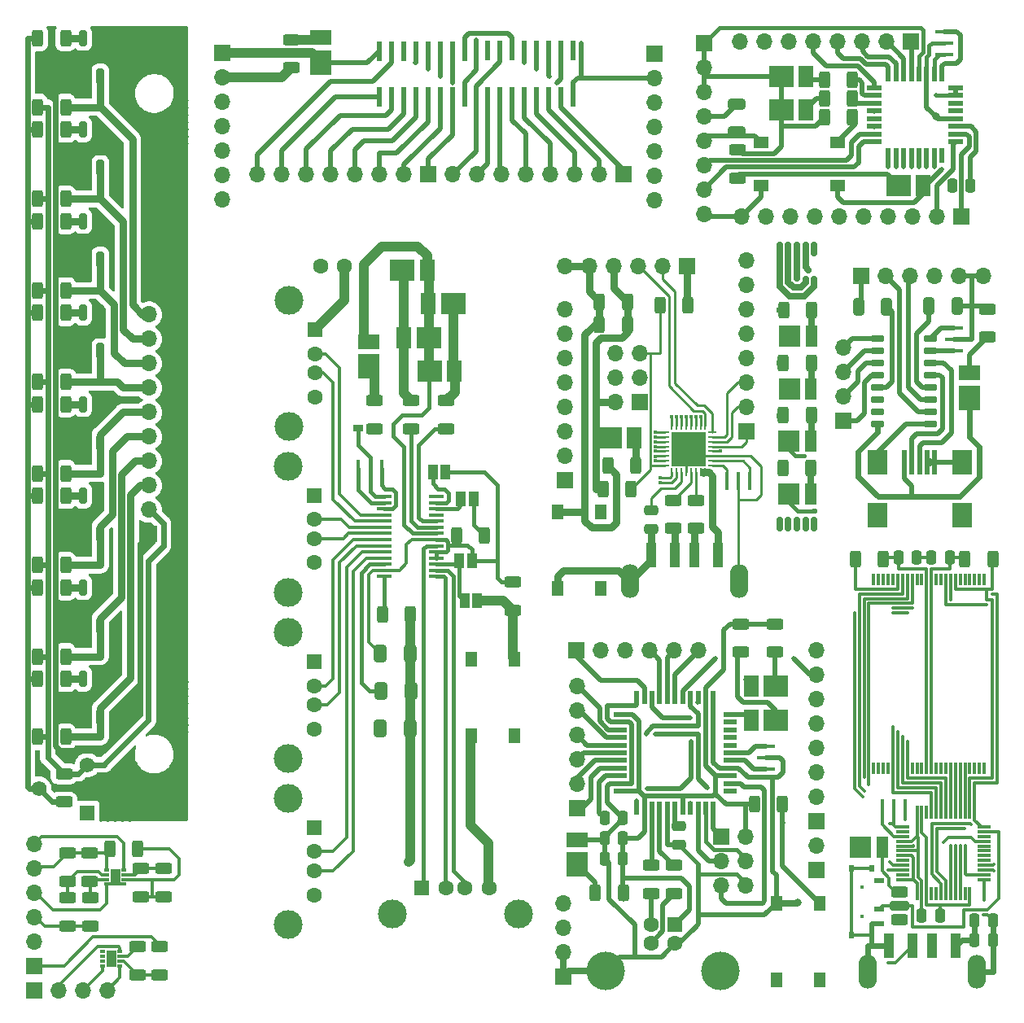
<source format=gbr>
%TF.GenerationSoftware,KiCad,Pcbnew,(6.0.5)*%
%TF.CreationDate,2023-05-31T00:43:37+03:00*%
%TF.ProjectId,JLC1,4a4c4331-2e6b-4696-9361-645f70636258,rev?*%
%TF.SameCoordinates,Original*%
%TF.FileFunction,Copper,L1,Top*%
%TF.FilePolarity,Positive*%
%FSLAX46Y46*%
G04 Gerber Fmt 4.6, Leading zero omitted, Abs format (unit mm)*
G04 Created by KiCad (PCBNEW (6.0.5)) date 2023-05-31 00:43:37*
%MOMM*%
%LPD*%
G01*
G04 APERTURE LIST*
G04 Aperture macros list*
%AMRoundRect*
0 Rectangle with rounded corners*
0 $1 Rounding radius*
0 $2 $3 $4 $5 $6 $7 $8 $9 X,Y pos of 4 corners*
0 Add a 4 corners polygon primitive as box body*
4,1,4,$2,$3,$4,$5,$6,$7,$8,$9,$2,$3,0*
0 Add four circle primitives for the rounded corners*
1,1,$1+$1,$2,$3*
1,1,$1+$1,$4,$5*
1,1,$1+$1,$6,$7*
1,1,$1+$1,$8,$9*
0 Add four rect primitives between the rounded corners*
20,1,$1+$1,$2,$3,$4,$5,0*
20,1,$1+$1,$4,$5,$6,$7,0*
20,1,$1+$1,$6,$7,$8,$9,0*
20,1,$1+$1,$8,$9,$2,$3,0*%
G04 Aperture macros list end*
%TA.AperFunction,SMDPad,CuDef*%
%ADD10RoundRect,0.250000X0.312500X0.625000X-0.312500X0.625000X-0.312500X-0.625000X0.312500X-0.625000X0*%
%TD*%
%TA.AperFunction,ComponentPad*%
%ADD11R,1.600000X1.600000*%
%TD*%
%TA.AperFunction,ComponentPad*%
%ADD12C,1.600000*%
%TD*%
%TA.AperFunction,ComponentPad*%
%ADD13C,4.000000*%
%TD*%
%TA.AperFunction,SMDPad,CuDef*%
%ADD14RoundRect,0.250000X-0.312500X-0.625000X0.312500X-0.625000X0.312500X0.625000X-0.312500X0.625000X0*%
%TD*%
%TA.AperFunction,SMDPad,CuDef*%
%ADD15RoundRect,0.250000X0.625000X-0.312500X0.625000X0.312500X-0.625000X0.312500X-0.625000X-0.312500X0*%
%TD*%
%TA.AperFunction,ComponentPad*%
%ADD16R,1.700000X1.700000*%
%TD*%
%TA.AperFunction,ComponentPad*%
%ADD17O,1.700000X1.700000*%
%TD*%
%TA.AperFunction,SMDPad,CuDef*%
%ADD18RoundRect,0.250000X-0.625000X0.312500X-0.625000X-0.312500X0.625000X-0.312500X0.625000X0.312500X0*%
%TD*%
%TA.AperFunction,SMDPad,CuDef*%
%ADD19RoundRect,0.175000X-0.175000X-0.575000X0.175000X-0.575000X0.175000X0.575000X-0.175000X0.575000X0*%
%TD*%
%TA.AperFunction,SMDPad,CuDef*%
%ADD20R,1.300000X1.550000*%
%TD*%
%TA.AperFunction,SMDPad,CuDef*%
%ADD21R,2.500000X2.200000*%
%TD*%
%TA.AperFunction,SMDPad,CuDef*%
%ADD22R,1.550000X2.200000*%
%TD*%
%TA.AperFunction,SMDPad,CuDef*%
%ADD23R,0.508000X1.473200*%
%TD*%
%TA.AperFunction,SMDPad,CuDef*%
%ADD24R,1.473200X0.508000*%
%TD*%
%TA.AperFunction,SMDPad,CuDef*%
%ADD25RoundRect,0.197500X-0.197500X-0.632500X0.197500X-0.632500X0.197500X0.632500X-0.197500X0.632500X0*%
%TD*%
%TA.AperFunction,SMDPad,CuDef*%
%ADD26R,2.200000X2.200000*%
%TD*%
%TA.AperFunction,SMDPad,CuDef*%
%ADD27R,1.250000X2.200000*%
%TD*%
%TA.AperFunction,ComponentPad*%
%ADD28R,1.500000X1.600000*%
%TD*%
%TA.AperFunction,ComponentPad*%
%ADD29C,3.000000*%
%TD*%
%TA.AperFunction,SMDPad,CuDef*%
%ADD30RoundRect,0.250000X-0.250000X-0.475000X0.250000X-0.475000X0.250000X0.475000X-0.250000X0.475000X0*%
%TD*%
%TA.AperFunction,SMDPad,CuDef*%
%ADD31RoundRect,0.250000X0.250000X0.475000X-0.250000X0.475000X-0.250000X-0.475000X0.250000X-0.475000X0*%
%TD*%
%TA.AperFunction,SMDPad,CuDef*%
%ADD32R,0.300000X1.275000*%
%TD*%
%TA.AperFunction,SMDPad,CuDef*%
%ADD33R,1.525000X0.440000*%
%TD*%
%TA.AperFunction,SMDPad,CuDef*%
%ADD34R,0.599440X1.998980*%
%TD*%
%TA.AperFunction,SMDPad,CuDef*%
%ADD35R,1.000000X1.500000*%
%TD*%
%TA.AperFunction,SMDPad,CuDef*%
%ADD36R,2.200000X2.500000*%
%TD*%
%TA.AperFunction,SMDPad,CuDef*%
%ADD37R,2.200000X1.550000*%
%TD*%
%TA.AperFunction,SMDPad,CuDef*%
%ADD38R,1.475000X0.300000*%
%TD*%
%TA.AperFunction,SMDPad,CuDef*%
%ADD39R,0.300000X1.475000*%
%TD*%
%TA.AperFunction,SMDPad,CuDef*%
%ADD40RoundRect,0.250000X-0.750000X0.250000X-0.750000X-0.250000X0.750000X-0.250000X0.750000X0.250000X0*%
%TD*%
%TA.AperFunction,SMDPad,CuDef*%
%ADD41R,0.550000X1.600000*%
%TD*%
%TA.AperFunction,SMDPad,CuDef*%
%ADD42R,1.600000X0.550000*%
%TD*%
%TA.AperFunction,SMDPad,CuDef*%
%ADD43RoundRect,0.250000X-0.412500X-0.650000X0.412500X-0.650000X0.412500X0.650000X-0.412500X0.650000X0*%
%TD*%
%TA.AperFunction,ComponentPad*%
%ADD44R,1.600000X1.500000*%
%TD*%
%TA.AperFunction,SMDPad,CuDef*%
%ADD45R,1.000000X0.500000*%
%TD*%
%TA.AperFunction,ComponentPad*%
%ADD46C,0.425000*%
%TD*%
%TA.AperFunction,SMDPad,CuDef*%
%ADD47R,0.500000X0.800000*%
%TD*%
%TA.AperFunction,SMDPad,CuDef*%
%ADD48R,0.400000X1.900000*%
%TD*%
%TA.AperFunction,SMDPad,CuDef*%
%ADD49RoundRect,0.250000X-0.475000X0.250000X-0.475000X-0.250000X0.475000X-0.250000X0.475000X0.250000X0*%
%TD*%
%TA.AperFunction,SMDPad,CuDef*%
%ADD50R,1.550000X1.300000*%
%TD*%
%TA.AperFunction,SMDPad,CuDef*%
%ADD51RoundRect,0.062500X0.337500X0.062500X-0.337500X0.062500X-0.337500X-0.062500X0.337500X-0.062500X0*%
%TD*%
%TA.AperFunction,SMDPad,CuDef*%
%ADD52RoundRect,0.062500X0.062500X0.337500X-0.062500X0.337500X-0.062500X-0.337500X0.062500X-0.337500X0*%
%TD*%
%TA.AperFunction,SMDPad,CuDef*%
%ADD53R,3.600000X3.600000*%
%TD*%
%TA.AperFunction,SMDPad,CuDef*%
%ADD54RoundRect,0.250000X-0.325000X-0.650000X0.325000X-0.650000X0.325000X0.650000X-0.325000X0.650000X0*%
%TD*%
%TA.AperFunction,SMDPad,CuDef*%
%ADD55R,0.500000X2.500000*%
%TD*%
%TA.AperFunction,SMDPad,CuDef*%
%ADD56R,2.000000X2.500000*%
%TD*%
%TA.AperFunction,SMDPad,CuDef*%
%ADD57R,1.100000X2.500000*%
%TD*%
%TA.AperFunction,ComponentPad*%
%ADD58O,1.900000X3.500000*%
%TD*%
%TA.AperFunction,SMDPad,CuDef*%
%ADD59RoundRect,0.250000X-0.650000X0.325000X-0.650000X-0.325000X0.650000X-0.325000X0.650000X0.325000X0*%
%TD*%
%TA.AperFunction,SMDPad,CuDef*%
%ADD60RoundRect,0.250000X0.475000X-0.250000X0.475000X0.250000X-0.475000X0.250000X-0.475000X-0.250000X0*%
%TD*%
%TA.AperFunction,SMDPad,CuDef*%
%ADD61RoundRect,0.250000X0.325000X0.650000X-0.325000X0.650000X-0.325000X-0.650000X0.325000X-0.650000X0*%
%TD*%
%TA.AperFunction,SMDPad,CuDef*%
%ADD62R,1.900000X0.400000*%
%TD*%
%TA.AperFunction,SMDPad,CuDef*%
%ADD63R,0.500000X0.300000*%
%TD*%
%TA.AperFunction,SMDPad,CuDef*%
%ADD64R,1.050000X1.750000*%
%TD*%
%TA.AperFunction,SMDPad,CuDef*%
%ADD65R,1.000000X0.750000*%
%TD*%
%TA.AperFunction,SMDPad,CuDef*%
%ADD66RoundRect,0.049600X0.605400X0.260400X-0.605400X0.260400X-0.605400X-0.260400X0.605400X-0.260400X0*%
%TD*%
%TA.AperFunction,ComponentPad*%
%ADD67R,1.560000X1.560000*%
%TD*%
%TA.AperFunction,ComponentPad*%
%ADD68C,1.560000*%
%TD*%
%TA.AperFunction,ViaPad*%
%ADD69C,0.300000*%
%TD*%
%TA.AperFunction,ViaPad*%
%ADD70C,0.400000*%
%TD*%
%TA.AperFunction,ViaPad*%
%ADD71C,0.500000*%
%TD*%
%TA.AperFunction,ViaPad*%
%ADD72C,0.600000*%
%TD*%
%TA.AperFunction,ViaPad*%
%ADD73C,0.250000*%
%TD*%
%TA.AperFunction,ViaPad*%
%ADD74C,0.800000*%
%TD*%
%TA.AperFunction,ViaPad*%
%ADD75C,0.750000*%
%TD*%
%TA.AperFunction,ViaPad*%
%ADD76C,1.000000*%
%TD*%
%TA.AperFunction,Conductor*%
%ADD77C,0.500000*%
%TD*%
%TA.AperFunction,Conductor*%
%ADD78C,0.250000*%
%TD*%
%TA.AperFunction,Conductor*%
%ADD79C,0.750000*%
%TD*%
%TA.AperFunction,Conductor*%
%ADD80C,0.300000*%
%TD*%
%TA.AperFunction,Conductor*%
%ADD81C,1.000000*%
%TD*%
%TA.AperFunction,Conductor*%
%ADD82C,0.400000*%
%TD*%
%TA.AperFunction,Conductor*%
%ADD83C,0.350000*%
%TD*%
%TA.AperFunction,Conductor*%
%ADD84C,0.700000*%
%TD*%
%TA.AperFunction,Conductor*%
%ADD85C,0.600000*%
%TD*%
G04 APERTURE END LIST*
D10*
%TO.P,330R,1*%
%TO.N,N/C*%
X190770000Y-36520000D03*
%TO.P,330R,2*%
X187845000Y-36520000D03*
%TD*%
%TO.P,330R,1*%
%TO.N,N/C*%
X190770000Y-38470000D03*
%TO.P,330R,2*%
X187845000Y-38470000D03*
%TD*%
D11*
%TO.P,USB,1*%
%TO.N,N/C*%
X172314500Y-124345000D03*
D12*
%TO.P,USB,2*%
X169814500Y-124345000D03*
%TO.P,USB,3*%
X169814500Y-126345000D03*
%TO.P,USB,4*%
X172314500Y-126345000D03*
D13*
%TO.P,USB,5*%
X177064500Y-129205000D03*
X165064500Y-129205000D03*
%TD*%
D14*
%TO.P,2K7,1*%
%TO.N,N/C*%
X141882500Y-92120000D03*
%TO.P,2K7,2*%
%TO.N,gnd*%
X144807500Y-92120000D03*
%TD*%
D15*
%TO.P,330R,1*%
%TO.N,gnd*%
X141045000Y-72782500D03*
%TO.P,330R,2*%
%TO.N,N/C*%
X141045000Y-69857500D03*
%TD*%
D16*
%TO.P,REF\u002A\u002A,1*%
%TO.N,N/C*%
X105660000Y-128670000D03*
D17*
%TO.P,REF\u002A\u002A,2*%
X105660000Y-126130000D03*
%TO.P,REF\u002A\u002A,3*%
X105660000Y-123590000D03*
%TO.P,REF\u002A\u002A,4*%
X105660000Y-121050000D03*
%TO.P,REF\u002A\u002A,5*%
X105660000Y-118510000D03*
%TO.P,REF\u002A\u002A,6*%
X105660000Y-115970000D03*
%TD*%
D15*
%TO.P,2K7,1*%
%TO.N,N/C*%
X118705000Y-129627500D03*
%TO.P,2K7,2*%
X118705000Y-126702500D03*
%TD*%
D18*
%TO.P,R7,1*%
%TO.N,N/C*%
X195635000Y-120962500D03*
%TO.P,R7,2*%
X195635000Y-123887500D03*
%TD*%
D16*
%TO.P,REF\u002A\u002A,1*%
%TO.N,N/C*%
X170200000Y-33745600D03*
D17*
%TO.P,REF\u002A\u002A,2*%
X170200000Y-36285600D03*
%TO.P,REF\u002A\u002A,3*%
X170200000Y-38825600D03*
%TO.P,REF\u002A\u002A,4*%
X170200000Y-41365600D03*
%TO.P,REF\u002A\u002A,5*%
X170200000Y-43905600D03*
%TO.P,REF\u002A\u002A,6*%
X170200000Y-46445600D03*
%TO.P,REF\u002A\u002A,7*%
X170200000Y-48985600D03*
%TD*%
D19*
%TO.P,,1*%
%TO.N,N/C*%
X183195000Y-82745000D03*
%TD*%
D15*
%TO.P,330R,1*%
%TO.N,N/C*%
X179139500Y-96030000D03*
%TO.P,330R,2*%
X179139500Y-93105000D03*
%TD*%
D20*
%TO.P,RESET,1*%
%TO.N,N/C*%
X182864500Y-130105000D03*
X182864500Y-122155000D03*
%TO.P,RESET,2*%
X187364500Y-122155000D03*
X187364500Y-130105000D03*
%TD*%
D10*
%TO.P,47K,1*%
%TO.N,N/C*%
X108932500Y-39345000D03*
%TO.P,47K,2*%
%TO.N,5v*%
X106007500Y-39345000D03*
%TD*%
D21*
%TO.P,PORT2,1*%
%TO.N,N/C*%
X146695000Y-63345000D03*
D22*
%TO.P,PORT2,2*%
X144120000Y-63345000D03*
%TD*%
D10*
%TO.P,220R,1*%
%TO.N,N/C*%
X108932500Y-70245000D03*
%TO.P,220R,2*%
X106007500Y-70245000D03*
%TD*%
D16*
%TO.P,REF\u002A\u002A,1*%
%TO.N,N/C*%
X173545000Y-55845000D03*
D17*
%TO.P,REF\u002A\u002A,2*%
X171005000Y-55845000D03*
%TO.P,REF\u002A\u002A,3*%
X168465000Y-55845000D03*
%TO.P,REF\u002A\u002A,4*%
X165925000Y-55845000D03*
%TO.P,REF\u002A\u002A,5*%
X163385000Y-55845000D03*
%TO.P,REF\u002A\u002A,6*%
X160845000Y-55845000D03*
%TD*%
D19*
%TO.P,,1*%
%TO.N,N/C*%
X184095000Y-54070000D03*
%TD*%
D16*
%TO.P,REF\u002A\u002A,1*%
%TO.N,N/C*%
X146665872Y-46332500D03*
D17*
%TO.P,REF\u002A\u002A,2*%
X144125872Y-46332500D03*
%TO.P,REF\u002A\u002A,3*%
X141585872Y-46332500D03*
%TO.P,REF\u002A\u002A,4*%
X139045872Y-46332500D03*
%TO.P,REF\u002A\u002A,5*%
X136505872Y-46332500D03*
%TO.P,REF\u002A\u002A,6*%
X133965872Y-46332500D03*
%TO.P,REF\u002A\u002A,7*%
X131425872Y-46332500D03*
%TO.P,REF\u002A\u002A,8*%
X128885872Y-46332500D03*
%TD*%
D23*
%TO.P,ATmega32U4,1*%
%TO.N,N/C*%
X168334600Y-112241800D03*
%TO.P,ATmega32U4,2*%
X169122000Y-112241800D03*
%TO.P,ATmega32U4,3*%
X169934800Y-112241800D03*
%TO.P,ATmega32U4,4*%
X170722200Y-112241800D03*
%TO.P,ATmega32U4,5*%
X171535000Y-112241800D03*
%TO.P,ATmega32U4,6*%
X172322400Y-112241800D03*
%TO.P,ATmega32U4,7*%
X173109800Y-112241800D03*
%TO.P,ATmega32U4,8*%
X173922600Y-112241800D03*
%TO.P,ATmega32U4,9*%
X174710000Y-112241800D03*
%TO.P,ATmega32U4,10*%
X175522800Y-112241800D03*
%TO.P,ATmega32U4,11*%
X176310200Y-112241800D03*
D24*
%TO.P,ATmega32U4,12*%
X178062800Y-110489200D03*
%TO.P,ATmega32U4,13*%
X178062800Y-109701800D03*
%TO.P,ATmega32U4,14*%
X178062800Y-108889000D03*
%TO.P,ATmega32U4,15*%
X178062800Y-108101600D03*
%TO.P,ATmega32U4,16*%
X178062800Y-107288800D03*
%TO.P,ATmega32U4,17*%
X178062800Y-106501400D03*
%TO.P,ATmega32U4,18*%
X178062800Y-105714000D03*
%TO.P,ATmega32U4,19*%
X178062800Y-104901200D03*
%TO.P,ATmega32U4,20*%
X178062800Y-104113800D03*
%TO.P,ATmega32U4,21*%
X178062800Y-103301000D03*
%TO.P,ATmega32U4,22*%
X178062800Y-102513600D03*
D23*
%TO.P,ATmega32U4,23*%
X176310200Y-100761000D03*
%TO.P,ATmega32U4,24*%
X175522800Y-100761000D03*
%TO.P,ATmega32U4,25*%
X174710000Y-100761000D03*
%TO.P,ATmega32U4,26*%
X173922600Y-100761000D03*
%TO.P,ATmega32U4,27*%
X173109800Y-100761000D03*
%TO.P,ATmega32U4,28*%
X172322400Y-100761000D03*
%TO.P,ATmega32U4,29*%
X171535000Y-100761000D03*
%TO.P,ATmega32U4,30*%
X170722200Y-100761000D03*
%TO.P,ATmega32U4,31*%
X169934800Y-100761000D03*
%TO.P,ATmega32U4,32*%
X169122000Y-100761000D03*
%TO.P,ATmega32U4,33*%
X168334600Y-100761000D03*
D24*
%TO.P,ATmega32U4,34*%
X166582000Y-102513600D03*
%TO.P,ATmega32U4,35*%
X166582000Y-103301000D03*
%TO.P,ATmega32U4,36*%
X166582000Y-104113800D03*
%TO.P,ATmega32U4,37*%
X166582000Y-104901200D03*
%TO.P,ATmega32U4,38*%
X166582000Y-105714000D03*
%TO.P,ATmega32U4,39*%
X166582000Y-106501400D03*
%TO.P,ATmega32U4,40*%
X166582000Y-107288800D03*
%TO.P,ATmega32U4,41*%
X166582000Y-108101600D03*
%TO.P,ATmega32U4,42*%
X166582000Y-108889000D03*
%TO.P,ATmega32U4,43*%
X166582000Y-109701800D03*
%TO.P,ATmega32U4,44*%
X166582000Y-110489200D03*
%TD*%
D20*
%TO.P,RESET,1*%
%TO.N,N/C*%
X164570000Y-81445000D03*
X164570000Y-89395000D03*
%TO.P,RESET,2*%
X160070000Y-81445000D03*
X160070000Y-89395000D03*
%TD*%
D19*
%TO.P,,1*%
%TO.N,N/C*%
X185895000Y-54070000D03*
%TD*%
D15*
%TO.P,22R,1*%
%TO.N,N/C*%
X174520000Y-83176250D03*
%TO.P,22R,2*%
X174520000Y-80251250D03*
%TD*%
D25*
%TO.P,REF\u002A\u002A,1*%
%TO.N,gnd*%
X110745000Y-64720000D03*
%TO.P,REF\u002A\u002A,2*%
%TO.N,N/C*%
X110745000Y-60720000D03*
%TO.P,REF\u002A\u002A,3*%
X112545000Y-64720000D03*
%TO.P,REF\u002A\u002A,4*%
%TO.N,gnd*%
X112545000Y-60720000D03*
%TD*%
D12*
%TO.P,22pF,1*%
%TO.N,gnd*%
X135445000Y-55895000D03*
%TO.P,22pF,2*%
%TO.N,5v*%
X137945000Y-55895000D03*
%TD*%
D21*
%TO.P,REF\u002A\u002A,1*%
%TO.N,5v*%
X183370000Y-36145000D03*
D22*
%TO.P,REF\u002A\u002A,2*%
%TO.N,N/C*%
X185945000Y-36145000D03*
%TD*%
D21*
%TO.P,REF\u002A\u002A,1*%
%TO.N,N/C*%
X195545000Y-47520000D03*
D22*
%TO.P,REF\u002A\u002A,2*%
%TO.N,gnd*%
X198120000Y-47520000D03*
%TD*%
D21*
%TO.P,PORT4,1*%
%TO.N,N/C*%
X143945000Y-56345000D03*
D22*
%TO.P,PORT4,2*%
X146520000Y-56345000D03*
%TD*%
D26*
%TO.P,REF\u002A\u002A,1*%
%TO.N,N/C*%
X184220000Y-63195000D03*
D27*
%TO.P,REF\u002A\u002A,2*%
X186495000Y-63195000D03*
%TD*%
D28*
%TO.P,USB1,1*%
%TO.N,5v*%
X134780000Y-114290000D03*
D12*
%TO.P,USB1,2*%
%TO.N,N/C*%
X134780000Y-116790000D03*
%TO.P,USB1,3*%
X134780000Y-118790000D03*
%TO.P,USB1,4*%
%TO.N,gnd*%
X134780000Y-121290000D03*
D29*
%TO.P,USB1,5*%
X132070000Y-111220000D03*
X132070000Y-124360000D03*
%TD*%
D30*
%TO.P,0.1uF,1*%
%TO.N,N/C*%
X164997400Y-113301400D03*
%TO.P,0.1uF,2*%
X166897400Y-113301400D03*
%TD*%
D15*
%TO.P,330R,1*%
%TO.N,N/C*%
X144870000Y-72782500D03*
%TO.P,330R,2*%
X144870000Y-69857500D03*
%TD*%
D31*
%TO.P,1uF,1*%
%TO.N,N/C*%
X203045000Y-47545000D03*
%TO.P,1uF,2*%
%TO.N,gnd*%
X201145000Y-47545000D03*
%TD*%
D10*
%TO.P,47K,1*%
%TO.N,N/C*%
X108945000Y-67920000D03*
%TO.P,47K,2*%
%TO.N,5v*%
X106020000Y-67920000D03*
%TD*%
D16*
%TO.P,REF\u002A\u002A,1*%
%TO.N,N/C*%
X187014500Y-113595000D03*
D17*
%TO.P,REF\u002A\u002A,2*%
X187014500Y-111055000D03*
%TO.P,REF\u002A\u002A,3*%
X187014500Y-108515000D03*
%TO.P,REF\u002A\u002A,4*%
X187014500Y-105975000D03*
%TO.P,REF\u002A\u002A,5*%
X187014500Y-103435000D03*
%TO.P,REF\u002A\u002A,6*%
X187014500Y-100895000D03*
%TO.P,REF\u002A\u002A,7*%
X187014500Y-98355000D03*
%TO.P,REF\u002A\u002A,8*%
X187014500Y-95815000D03*
%TD*%
D18*
%TO.P,22R,1*%
%TO.N,N/C*%
X172214500Y-118232500D03*
%TO.P,22R,2*%
X172214500Y-121157500D03*
%TD*%
D16*
%TO.P,REF\u002A\u002A,1*%
%TO.N,N/C*%
X179720000Y-73060000D03*
D17*
%TO.P,REF\u002A\u002A,2*%
X179720000Y-70520000D03*
%TO.P,REF\u002A\u002A,3*%
X179720000Y-67980000D03*
%TO.P,REF\u002A\u002A,4*%
X179720000Y-65440000D03*
%TO.P,REF\u002A\u002A,5*%
X179720000Y-62900000D03*
%TO.P,REF\u002A\u002A,6*%
X179720000Y-60360000D03*
%TO.P,REF\u002A\u002A,7*%
X179720000Y-57820000D03*
%TO.P,REF\u002A\u002A,8*%
X179720000Y-55280000D03*
%TD*%
D21*
%TO.P,REF\u002A\u002A,1*%
%TO.N,5v*%
X183345000Y-39595000D03*
D22*
%TO.P,REF\u002A\u002A,2*%
%TO.N,N/C*%
X185920000Y-39595000D03*
%TD*%
D16*
%TO.P,REF\u002A\u002A,1*%
%TO.N,N/C*%
X189795000Y-71953750D03*
D17*
%TO.P,REF\u002A\u002A,2*%
X189795000Y-69413750D03*
%TO.P,REF\u002A\u002A,3*%
X189795000Y-66873750D03*
%TO.P,REF\u002A\u002A,4*%
X189795000Y-64333750D03*
%TD*%
D16*
%TO.P,REF\u002A\u002A,1*%
%TO.N,N/C*%
X162135000Y-112276400D03*
D17*
%TO.P,REF\u002A\u002A,2*%
X162135000Y-109736400D03*
%TO.P,REF\u002A\u002A,3*%
X162135000Y-107196400D03*
%TO.P,REF\u002A\u002A,4*%
X162135000Y-104656400D03*
%TO.P,REF\u002A\u002A,5*%
X162135000Y-102116400D03*
%TO.P,REF\u002A\u002A,6*%
X162135000Y-99576400D03*
%TD*%
D19*
%TO.P,,1*%
%TO.N,N/C*%
X185895000Y-82745000D03*
%TD*%
D15*
%TO.P,,1*%
%TO.N,N/C*%
X148545000Y-72795000D03*
%TD*%
D32*
%TO.P,m1,1,N.C_1*%
%TO.N,N/C*%
X204485000Y-88475000D03*
%TO.P,m1,2,N.C_2*%
X203985000Y-88475000D03*
%TO.P,m1,3,N.C_3*%
X203485000Y-88475000D03*
%TO.P,m1,4,N.C_4*%
X202985000Y-88475000D03*
%TO.P,m1,5,N.C_5*%
X202485000Y-88475000D03*
%TO.P,m1,6,N.C_6*%
X201985000Y-88475000D03*
%TO.P,m1,7,R/~{B}*%
X201485000Y-88475000D03*
%TO.P,m1,8,~{RE}*%
X200985000Y-88475000D03*
%TO.P,m1,9,~{CE}*%
X200485000Y-88475000D03*
%TO.P,m1,10,N.C_7*%
X199985000Y-88475000D03*
%TO.P,m1,11,N.C_8*%
X199485000Y-88475000D03*
%TO.P,m1,12,VCC_1*%
X198985000Y-88475000D03*
%TO.P,m1,13,VSS_1*%
X198485000Y-88475000D03*
%TO.P,m1,14,N.C_9*%
X197985000Y-88475000D03*
%TO.P,m1,15,N.C_10*%
X197485000Y-88475000D03*
%TO.P,m1,16,CLE*%
X196985000Y-88475000D03*
%TO.P,m1,17,ALE*%
X196485000Y-88475000D03*
%TO.P,m1,18,~{WE}*%
X195985000Y-88475000D03*
%TO.P,m1,19,~{WP}*%
X195485000Y-88475000D03*
%TO.P,m1,20,N.C_11*%
X194985000Y-88475000D03*
%TO.P,m1,21,N.C_12*%
X194485000Y-88475000D03*
%TO.P,m1,22,N.C_13*%
X193985000Y-88475000D03*
%TO.P,m1,23,N.C_14*%
X193485000Y-88475000D03*
%TO.P,m1,24,N.C_15*%
X192985000Y-88475000D03*
%TO.P,m1,25,N.C_16*%
X192985000Y-108151000D03*
%TO.P,m1,26,N.C_17*%
X193485000Y-108151000D03*
%TO.P,m1,27,N.C_18*%
X193985000Y-108151000D03*
%TO.P,m1,28,N.C_19*%
X194485000Y-108151000D03*
%TO.P,m1,29,I/O0*%
X194985000Y-108151000D03*
%TO.P,m1,30,I/O1*%
X195485000Y-108151000D03*
%TO.P,m1,31,I/O2*%
X195985000Y-108151000D03*
%TO.P,m1,32,I/O3*%
X196485000Y-108151000D03*
%TO.P,m1,33,N.C_20*%
X196985000Y-108151000D03*
%TO.P,m1,34,N.C_21*%
X197485000Y-108151000D03*
%TO.P,m1,35,N.C_22*%
X197985000Y-108151000D03*
%TO.P,m1,36,VSS_2*%
X198485000Y-108151000D03*
%TO.P,m1,37,VCC_2*%
X198985000Y-108151000D03*
%TO.P,m1,38,N.C_23*%
X199485000Y-108151000D03*
%TO.P,m1,39,N.C_24*%
X199985000Y-108151000D03*
%TO.P,m1,40,N.C_25*%
X200485000Y-108151000D03*
%TO.P,m1,41,I/O4*%
X200985000Y-108151000D03*
%TO.P,m1,42,I/O5*%
X201485000Y-108151000D03*
%TO.P,m1,43,I/O6*%
X201985000Y-108151000D03*
%TO.P,m1,44,I/O7*%
X202485000Y-108151000D03*
%TO.P,m1,45,N.C_26*%
X202985000Y-108151000D03*
%TO.P,m1,46,N.C_27*%
X203485000Y-108151000D03*
%TO.P,m1,47,N.C_28*%
X203985000Y-108151000D03*
%TO.P,m1,48,N.C_29*%
X204485000Y-108151000D03*
%TD*%
D10*
%TO.P,220R,1*%
%TO.N,N/C*%
X108932500Y-89295000D03*
%TO.P,220R,2*%
X106007500Y-89295000D03*
%TD*%
D33*
%TO.P,FE1.1s,1*%
%TO.N,gnd*%
X142066500Y-79855000D03*
%TO.P,FE1.1s,2*%
%TO.N,N/C*%
X142066500Y-80495000D03*
%TO.P,FE1.1s,3*%
X142066500Y-81135000D03*
%TO.P,FE1.1s,4*%
X142066500Y-81775000D03*
%TO.P,FE1.1s,5*%
X142066500Y-82415000D03*
%TO.P,FE1.1s,6*%
X142066500Y-83055000D03*
%TO.P,FE1.1s,7*%
X142066500Y-83695000D03*
%TO.P,FE1.1s,8*%
X142066500Y-84335000D03*
%TO.P,FE1.1s,9*%
X142066500Y-84975000D03*
%TO.P,FE1.1s,10*%
X142066500Y-85615000D03*
%TO.P,FE1.1s,11*%
X142066500Y-86255000D03*
%TO.P,FE1.1s,12*%
%TO.N,1.8V*%
X142066500Y-86895000D03*
%TO.P,FE1.1s,13*%
%TO.N,3.3V*%
X142066500Y-87535000D03*
%TO.P,FE1.1s,14*%
%TO.N,N/C*%
X142066500Y-88175000D03*
%TO.P,FE1.1s,15*%
X147490500Y-88175000D03*
%TO.P,FE1.1s,16*%
X147490500Y-87535000D03*
%TO.P,FE1.1s,17*%
X147490500Y-86895000D03*
%TO.P,FE1.1s,18*%
%TO.N,3.3V*%
X147490500Y-86255000D03*
%TO.P,FE1.1s,19*%
X147490500Y-85615000D03*
%TO.P,FE1.1s,20*%
%TO.N,5v*%
X147490500Y-84975000D03*
%TO.P,FE1.1s,21*%
%TO.N,3.3V*%
X147490500Y-84335000D03*
%TO.P,FE1.1s,22*%
%TO.N,N/C*%
X147490500Y-83695000D03*
%TO.P,FE1.1s,23*%
X147490500Y-83055000D03*
%TO.P,FE1.1s,24*%
X147490500Y-82415000D03*
%TO.P,FE1.1s,25*%
X147490500Y-81775000D03*
%TO.P,FE1.1s,26*%
X147490500Y-81135000D03*
%TO.P,FE1.1s,27*%
X147490500Y-80495000D03*
%TO.P,FE1.1s,28*%
%TO.N,1.8V*%
X147490500Y-79855000D03*
%TD*%
D10*
%TO.P,47K,1*%
%TO.N,N/C*%
X108932500Y-58420000D03*
%TO.P,47K,2*%
%TO.N,5v*%
X106007500Y-58420000D03*
%TD*%
D15*
%TO.P,1K,1*%
%TO.N,N/C*%
X155420000Y-91657500D03*
%TO.P,1K,2*%
%TO.N,3.3V*%
X155420000Y-88732500D03*
%TD*%
D10*
%TO.P,220R,1*%
%TO.N,N/C*%
X108932500Y-98820000D03*
%TO.P,220R,2*%
X106007500Y-98820000D03*
%TD*%
D14*
%TO.P,10K,1*%
%TO.N,N/C*%
X164807500Y-79120000D03*
%TO.P,10K,2*%
X167732500Y-79120000D03*
%TD*%
D25*
%TO.P,REF\u002A\u002A,1*%
%TO.N,gnd*%
X110745000Y-102820000D03*
%TO.P,REF\u002A\u002A,2*%
%TO.N,N/C*%
X110745000Y-98820000D03*
%TO.P,REF\u002A\u002A,3*%
X112545000Y-102820000D03*
%TO.P,REF\u002A\u002A,4*%
%TO.N,gnd*%
X112545000Y-98820000D03*
%TD*%
D34*
%TO.P,REF\u002A\u002A,1*%
%TO.N,N/C*%
X152852500Y-38280300D03*
%TO.P,REF\u002A\u002A,2*%
X154122500Y-38280300D03*
%TO.P,REF\u002A\u002A,3*%
X155392500Y-38280300D03*
%TO.P,REF\u002A\u002A,4*%
X156662500Y-38280300D03*
%TO.P,REF\u002A\u002A,5*%
X157932500Y-38280300D03*
%TO.P,REF\u002A\u002A,6*%
X159202500Y-38280300D03*
%TO.P,REF\u002A\u002A,7*%
X160472500Y-38280300D03*
%TO.P,REF\u002A\u002A,8*%
X161742500Y-38280300D03*
%TO.P,REF\u002A\u002A,9*%
X161742500Y-33479700D03*
%TO.P,REF\u002A\u002A,10*%
X160472500Y-33479700D03*
%TO.P,REF\u002A\u002A,11*%
X159202500Y-33479700D03*
%TO.P,REF\u002A\u002A,12*%
X157932500Y-33479700D03*
%TO.P,REF\u002A\u002A,13*%
X156662500Y-33479700D03*
%TO.P,REF\u002A\u002A,14*%
X155392500Y-33479700D03*
%TO.P,REF\u002A\u002A,15*%
X154122500Y-33479700D03*
%TO.P,REF\u002A\u002A,16*%
X152852500Y-33479700D03*
%TD*%
D16*
%TO.P,REF\u002A\u002A,1*%
%TO.N,N/C*%
X177160000Y-115264000D03*
D17*
%TO.P,REF\u002A\u002A,2*%
X179700000Y-115264000D03*
%TO.P,REF\u002A\u002A,3*%
X177160000Y-117804000D03*
%TO.P,REF\u002A\u002A,4*%
X179700000Y-117804000D03*
%TO.P,REF\u002A\u002A,5*%
X177160000Y-120344000D03*
%TO.P,REF\u002A\u002A,6*%
X179700000Y-120344000D03*
%TD*%
D35*
%TO.P,FUSE,1*%
%TO.N,N/C*%
X150070000Y-80095000D03*
%TO.P,FUSE,2*%
X151370000Y-80095000D03*
%TD*%
D26*
%TO.P,D3,1,K*%
%TO.N,N/C*%
X191600000Y-116365000D03*
D27*
%TO.P,D3,2,A*%
X193875000Y-116365000D03*
%TD*%
D10*
%TO.P,100nF,1*%
%TO.N,N/C*%
X173682500Y-59970000D03*
%TO.P,100nF,2*%
X170757500Y-59970000D03*
%TD*%
D25*
%TO.P,REF\u002A\u002A,1*%
%TO.N,gnd*%
X110745000Y-93295000D03*
%TO.P,REF\u002A\u002A,2*%
%TO.N,N/C*%
X110745000Y-89295000D03*
%TO.P,REF\u002A\u002A,3*%
X112545000Y-93295000D03*
%TO.P,REF\u002A\u002A,4*%
%TO.N,gnd*%
X112545000Y-89295000D03*
%TD*%
D10*
%TO.P,220R,1*%
%TO.N,N/C*%
X108932500Y-60745000D03*
%TO.P,220R,2*%
X106007500Y-60745000D03*
%TD*%
D20*
%TO.P,RESET,1*%
%TO.N,N/C*%
X155620000Y-96770000D03*
X155620000Y-104720000D03*
%TO.P,RESET,2*%
%TO.N,gnd*%
X151120000Y-104720000D03*
%TO.N,N/C*%
X151120000Y-96770000D03*
%TD*%
D26*
%TO.P,REF\u002A\u002A,1*%
%TO.N,N/C*%
X184145000Y-79570000D03*
D27*
%TO.P,REF\u002A\u002A,2*%
X186420000Y-79570000D03*
%TD*%
D14*
%TO.P,R5,1*%
%TO.N,N/C*%
X202472500Y-86375000D03*
%TO.P,R5,2*%
X205397500Y-86375000D03*
%TD*%
D15*
%TO.P,2K7,1*%
%TO.N,N/C*%
X109160000Y-124535000D03*
%TO.P,2K7,2*%
X109160000Y-121610000D03*
%TD*%
D10*
%TO.P,FUSE,1*%
%TO.N,N/C*%
X152507500Y-83945000D03*
%TO.P,FUSE,2*%
%TO.N,3.3V*%
X149582500Y-83945000D03*
%TD*%
D16*
%TO.P,REF\u002A\u002A,1*%
%TO.N,N/C*%
X105640000Y-131240000D03*
D17*
%TO.P,REF\u002A\u002A,2*%
X108180000Y-131240000D03*
%TO.P,REF\u002A\u002A,3*%
X110720000Y-131240000D03*
%TO.P,REF\u002A\u002A,4*%
X113260000Y-131240000D03*
%TD*%
D28*
%TO.P,USB2,1*%
%TO.N,5v*%
X134805000Y-97040000D03*
D12*
%TO.P,USB2,2*%
%TO.N,N/C*%
X134805000Y-99540000D03*
%TO.P,USB2,3*%
X134805000Y-101540000D03*
%TO.P,USB2,4*%
%TO.N,gnd*%
X134805000Y-104040000D03*
D29*
%TO.P,USB2,5*%
X132095000Y-93970000D03*
X132095000Y-107110000D03*
%TD*%
D31*
%TO.P,C5,1*%
%TO.N,N/C*%
X205385000Y-123925000D03*
%TO.P,C5,2*%
X203485000Y-123925000D03*
%TD*%
D18*
%TO.P,1K,1*%
%TO.N,5v*%
X108760000Y-108707500D03*
%TO.P,1K,2*%
%TO.N,N/C*%
X108760000Y-111632500D03*
%TD*%
D21*
%TO.P,PORT1,1*%
%TO.N,N/C*%
X146795000Y-66845000D03*
D22*
%TO.P,PORT1,2*%
X149370000Y-66845000D03*
%TD*%
D19*
%TO.P,,1*%
%TO.N,N/C*%
X186795000Y-54070000D03*
%TD*%
D10*
%TO.P,47K,1*%
%TO.N,N/C*%
X108932500Y-48870000D03*
%TO.P,47K,2*%
%TO.N,5v*%
X106007500Y-48870000D03*
%TD*%
D36*
%TO.P,REF\u002A\u002A,1*%
%TO.N,N/C*%
X202970000Y-69576250D03*
D37*
%TO.P,REF\u002A\u002A,2*%
X202970000Y-67001250D03*
%TD*%
D16*
%TO.P,REF\u002A\u002A,1*%
%TO.N,N/C*%
X166965872Y-46332500D03*
D17*
%TO.P,REF\u002A\u002A,2*%
X164425872Y-46332500D03*
%TO.P,REF\u002A\u002A,3*%
X161885872Y-46332500D03*
%TO.P,REF\u002A\u002A,4*%
X159345872Y-46332500D03*
%TO.P,REF\u002A\u002A,5*%
X156805872Y-46332500D03*
%TO.P,REF\u002A\u002A,6*%
X154265872Y-46332500D03*
%TO.P,REF\u002A\u002A,7*%
X151725872Y-46332500D03*
%TO.P,REF\u002A\u002A,8*%
X149185872Y-46332500D03*
%TD*%
D18*
%TO.P,330R,1*%
%TO.N,5v*%
X178795000Y-43807500D03*
%TO.P,330R,2*%
%TO.N,N/C*%
X178795000Y-46732500D03*
%TD*%
D19*
%TO.P,,1*%
%TO.N,N/C*%
X184095000Y-82745000D03*
%TD*%
D38*
%TO.P,f1,1,VDDA*%
%TO.N,N/C*%
X195997000Y-114213000D03*
%TO.P,f1,2,OSCIN*%
X195997000Y-114713000D03*
%TO.P,f1,3,OSCOUT*%
X195997000Y-115213000D03*
%TO.P,f1,4,VSSA*%
X195997000Y-115713000D03*
%TO.P,f1,5,RREF*%
X195997000Y-116213000D03*
%TO.P,f1,6,VSSC*%
X195997000Y-116713000D03*
%TO.P,f1,7,VDDC*%
X195997000Y-117213000D03*
%TO.P,f1,8,VDD3*%
X195997000Y-117713000D03*
%TO.P,f1,9,USBDP*%
X195997000Y-118213000D03*
%TO.P,f1,10,USBDM*%
X195997000Y-118713000D03*
%TO.P,f1,11,VSSBL*%
X195997000Y-119213000D03*
%TO.P,f1,12,VDDBL*%
X195997000Y-119713000D03*
D39*
%TO.P,f1,13,VDDOUSB*%
X197485000Y-121201000D03*
%TO.P,f1,14,VSS_4*%
X197985000Y-121201000D03*
%TO.P,f1,15,VDD33_4*%
X198485000Y-121201000D03*
%TO.P,f1,16,NAND_CE4*%
X198985000Y-121201000D03*
%TO.P,f1,17,NAND_CE3*%
X199485000Y-121201000D03*
%TO.P,f1,18,NAND_CE2*%
X199985000Y-121201000D03*
%TO.P,f1,19,NAND_CE1*%
X200485000Y-121201000D03*
%TO.P,f1,20,NAND_RE*%
X200985000Y-121201000D03*
%TO.P,f1,21,NAND_WE*%
X201485000Y-121201000D03*
%TO.P,f1,22,NAND_CLE*%
X201985000Y-121201000D03*
%TO.P,f1,23,NC_1*%
X202485000Y-121201000D03*
%TO.P,f1,24,VDD33_3*%
X202985000Y-121201000D03*
D38*
%TO.P,f1,25,VSS_3*%
X204473000Y-119713000D03*
%TO.P,f1,26,NAND_ALE/EEPROM_SDA*%
X204473000Y-119213000D03*
%TO.P,f1,27,LED1*%
X204473000Y-118713000D03*
%TO.P,f1,28,LED2*%
X204473000Y-118213000D03*
%TO.P,f1,29,RESET*%
X204473000Y-117713000D03*
%TO.P,f1,30,NC_2*%
X204473000Y-117213000D03*
%TO.P,f1,31,NC_3*%
X204473000Y-116713000D03*
%TO.P,f1,32,VDD33_2*%
X204473000Y-116213000D03*
%TO.P,f1,33,VSS_2*%
X204473000Y-115713000D03*
%TO.P,f1,34,EEPROM_SCL*%
X204473000Y-115213000D03*
%TO.P,f1,35,READ_ONLY*%
X204473000Y-114713000D03*
%TO.P,f1,36,NAND_WP*%
X204473000Y-114213000D03*
D39*
%TO.P,f1,37,NAND_RNB*%
X202985000Y-112725000D03*
%TO.P,f1,38,NAND_D[7]*%
X202485000Y-112725000D03*
%TO.P,f1,39,NAND_D[6]*%
X201985000Y-112725000D03*
%TO.P,f1,40,NAND_D[5]*%
X201485000Y-112725000D03*
%TO.P,f1,41,NAND_D[4]*%
X200985000Y-112725000D03*
%TO.P,f1,42,NAND_D[3]*%
X200485000Y-112725000D03*
%TO.P,f1,43,NAND_D[2]*%
X199985000Y-112725000D03*
%TO.P,f1,44,NAND_D[1]*%
X199485000Y-112725000D03*
%TO.P,f1,45,NAND_D[0]*%
X198985000Y-112725000D03*
%TO.P,f1,46,NC_4*%
X198485000Y-112725000D03*
%TO.P,f1,47,VDD33_1*%
X197985000Y-112725000D03*
%TO.P,f1,48,VSS_1*%
X197485000Y-112725000D03*
%TD*%
D40*
%TO.P,REF\u002A\u002A,1*%
%TO.N,N/C*%
X195635000Y-122475000D03*
%TD*%
D14*
%TO.P,REF\u002A\u002A,1*%
%TO.N,N/C*%
X183545000Y-76845000D03*
%TO.P,REF\u002A\u002A,2*%
X186470000Y-76845000D03*
%TD*%
D41*
%TO.P,ATmega16U2,1*%
%TO.N,N/C*%
X200095000Y-35895000D03*
%TO.P,ATmega16U2,2*%
X199295000Y-35895000D03*
%TO.P,ATmega16U2,3*%
%TO.N,gnd*%
X198495000Y-35895000D03*
%TO.P,ATmega16U2,4*%
%TO.N,5v*%
X197695000Y-35895000D03*
%TO.P,ATmega16U2,5*%
%TO.N,N/C*%
X196895000Y-35895000D03*
%TO.P,ATmega16U2,6*%
X196095000Y-35895000D03*
%TO.P,ATmega16U2,7*%
X195295000Y-35895000D03*
%TO.P,ATmega16U2,8*%
X194495000Y-35895000D03*
D42*
%TO.P,ATmega16U2,9*%
X193045000Y-37345000D03*
%TO.P,ATmega16U2,10*%
X193045000Y-38145000D03*
%TO.P,ATmega16U2,11*%
X193045000Y-38945000D03*
%TO.P,ATmega16U2,12*%
X193045000Y-39745000D03*
%TO.P,ATmega16U2,13*%
X193045000Y-40545000D03*
%TO.P,ATmega16U2,14*%
X193045000Y-41345000D03*
%TO.P,ATmega16U2,15*%
X193045000Y-42145000D03*
%TO.P,ATmega16U2,16*%
X193045000Y-42945000D03*
D41*
%TO.P,ATmega16U2,17*%
X194495000Y-44395000D03*
%TO.P,ATmega16U2,18*%
X195295000Y-44395000D03*
%TO.P,ATmega16U2,19*%
X196095000Y-44395000D03*
%TO.P,ATmega16U2,20*%
X196895000Y-44395000D03*
%TO.P,ATmega16U2,21*%
X197695000Y-44395000D03*
%TO.P,ATmega16U2,22*%
X198495000Y-44395000D03*
%TO.P,ATmega16U2,23*%
X199295000Y-44395000D03*
%TO.P,ATmega16U2,24*%
X200095000Y-44395000D03*
D42*
%TO.P,ATmega16U2,25*%
X201545000Y-42945000D03*
%TO.P,ATmega16U2,26*%
X201545000Y-42145000D03*
%TO.P,ATmega16U2,27*%
X201545000Y-41345000D03*
%TO.P,ATmega16U2,28*%
%TO.N,gnd*%
X201545000Y-40545000D03*
%TO.P,ATmega16U2,29*%
%TO.N,N/C*%
X201545000Y-39745000D03*
%TO.P,ATmega16U2,30*%
X201545000Y-38945000D03*
%TO.P,ATmega16U2,31*%
%TO.N,5v*%
X201545000Y-38145000D03*
%TO.P,ATmega16U2,32*%
X201545000Y-37345000D03*
%TD*%
D16*
%TO.P,REF\u002A\u002A,1*%
%TO.N,N/C*%
X162089500Y-95870000D03*
D17*
%TO.P,REF\u002A\u002A,2*%
X164629500Y-95870000D03*
%TO.P,REF\u002A\u002A,3*%
X167169500Y-95870000D03*
%TO.P,REF\u002A\u002A,4*%
X169709500Y-95870000D03*
%TO.P,REF\u002A\u002A,5*%
X172249500Y-95870000D03*
%TO.P,REF\u002A\u002A,6*%
X174789500Y-95870000D03*
%TD*%
D43*
%TO.P,10uF,1*%
%TO.N,3.3V*%
X141632500Y-96195000D03*
%TO.P,10uF,2*%
%TO.N,gnd*%
X144757500Y-96195000D03*
%TD*%
D21*
%TO.P,REF\u002A\u002A,1*%
%TO.N,N/C*%
X165495000Y-73770000D03*
D22*
%TO.P,REF\u002A\u002A,2*%
X168070000Y-73770000D03*
%TD*%
D10*
%TO.P,220R,1*%
%TO.N,N/C*%
X108932500Y-41670000D03*
%TO.P,220R,2*%
X106007500Y-41670000D03*
%TD*%
D26*
%TO.P,REF\u002A\u002A,1*%
%TO.N,N/C*%
X184195000Y-68645000D03*
D27*
%TO.P,REF\u002A\u002A,2*%
X186470000Y-68645000D03*
%TD*%
D19*
%TO.P,,1*%
%TO.N,N/C*%
X186795000Y-82745000D03*
%TD*%
D21*
%TO.P,TX,1*%
%TO.N,N/C*%
X182814500Y-99545000D03*
D22*
%TO.P,TX,2*%
X180239500Y-99545000D03*
%TD*%
D14*
%TO.P,REF\u002A\u002A,1*%
%TO.N,N/C*%
X183595000Y-65920000D03*
%TO.P,REF\u002A\u002A,2*%
X186520000Y-65920000D03*
%TD*%
D10*
%TO.P,220R,1*%
%TO.N,N/C*%
X108932500Y-32145000D03*
%TO.P,220R,2*%
X106007500Y-32145000D03*
%TD*%
D15*
%TO.P,330R,1*%
%TO.N,N/C*%
X182689500Y-96055000D03*
%TO.P,330R,2*%
X182689500Y-93130000D03*
%TD*%
D19*
%TO.P,,1*%
%TO.N,N/C*%
X184995000Y-82745000D03*
%TD*%
D31*
%TO.P,10uF,1*%
%TO.N,N/C*%
X166889500Y-117495000D03*
%TO.P,10uF,2*%
X164989500Y-117495000D03*
%TD*%
D30*
%TO.P,C2,1*%
%TO.N,N/C*%
X195572500Y-86225000D03*
%TO.P,C2,2*%
X197472500Y-86225000D03*
%TD*%
D44*
%TO.P,USB_0,1*%
%TO.N,5v*%
X145970000Y-120560000D03*
D12*
%TO.P,USB_0,2*%
%TO.N,N/C*%
X148470000Y-120560000D03*
%TO.P,USB_0,3*%
X150470000Y-120560000D03*
%TO.P,USB_0,4*%
%TO.N,gnd*%
X152970000Y-120560000D03*
D29*
%TO.P,USB_0,5*%
X142900000Y-123270000D03*
X156040000Y-123270000D03*
%TD*%
D19*
%TO.P,,1*%
%TO.N,N/C*%
X184995000Y-54070000D03*
%TD*%
D45*
%TO.P,SW1,A1,NC*%
%TO.N,N/C*%
X193585000Y-119775000D03*
%TO.P,SW1,B1,COM*%
X193585000Y-122775000D03*
%TO.P,SW1,C1,NO*%
X193585000Y-124275000D03*
D46*
%TO.P,SW1,MH1*%
X191735000Y-120525000D03*
%TO.P,SW1,MH2*%
X191735000Y-123525000D03*
D47*
%TO.P,SW1,MP1,MP1*%
X192785000Y-125475000D03*
%TO.P,SW1,MP2,MP2*%
X190685000Y-125475000D03*
%TO.P,SW1,MP3,MP3*%
X190685000Y-118575000D03*
%TO.P,SW1,MP4,MP4*%
X192785000Y-118575000D03*
%TD*%
D48*
%TO.P,16MHz,1*%
%TO.N,N/C*%
X180095000Y-78245000D03*
%TO.P,16MHz,2*%
X178895000Y-78245000D03*
%TO.P,16MHz,3*%
X177695000Y-78245000D03*
%TD*%
D19*
%TO.P,,1*%
%TO.N,N/C*%
X183195000Y-54070000D03*
%TD*%
D10*
%TO.P,220R,1*%
%TO.N,N/C*%
X108932500Y-51195000D03*
%TO.P,220R,2*%
X106007500Y-51195000D03*
%TD*%
D49*
%TO.P,1uF,1*%
%TO.N,N/C*%
X172710000Y-114164000D03*
%TO.P,1uF,2*%
X172710000Y-116064000D03*
%TD*%
D16*
%TO.P,REF\u002A\u002A,1*%
%TO.N,N/C*%
X160870000Y-78145000D03*
D17*
%TO.P,REF\u002A\u002A,2*%
X160870000Y-75605000D03*
%TO.P,REF\u002A\u002A,3*%
X160870000Y-73065000D03*
%TO.P,REF\u002A\u002A,4*%
X160870000Y-70525000D03*
%TO.P,REF\u002A\u002A,5*%
X160870000Y-67985000D03*
%TO.P,REF\u002A\u002A,6*%
X160870000Y-65445000D03*
%TO.P,REF\u002A\u002A,7*%
X160870000Y-62905000D03*
%TO.P,REF\u002A\u002A,8*%
X160870000Y-60365000D03*
%TD*%
D14*
%TO.P,10K,1*%
%TO.N,5v*%
X187845000Y-40420000D03*
%TO.P,10K,2*%
%TO.N,N/C*%
X190770000Y-40420000D03*
%TD*%
%TO.P,1K,1*%
%TO.N,N/C*%
X165332500Y-76670000D03*
%TO.P,1K,2*%
X168257500Y-76670000D03*
%TD*%
D15*
%TO.P,330R,1*%
%TO.N,N/C*%
X148545000Y-72795000D03*
%TO.P,330R,2*%
X148545000Y-69870000D03*
%TD*%
D18*
%TO.P,1K,1*%
%TO.N,N/C*%
X204820000Y-60363750D03*
%TO.P,1K,2*%
X204820000Y-63288750D03*
%TD*%
D16*
%TO.P,REF\u002A\u002A,1*%
%TO.N,N/C*%
X125220000Y-33732500D03*
D17*
%TO.P,REF\u002A\u002A,2*%
X125220000Y-36272500D03*
%TO.P,REF\u002A\u002A,3*%
X125220000Y-38812500D03*
%TO.P,REF\u002A\u002A,4*%
X125220000Y-41352500D03*
%TO.P,REF\u002A\u002A,5*%
X125220000Y-43892500D03*
%TO.P,REF\u002A\u002A,6*%
X125220000Y-46432500D03*
%TO.P,REF\u002A\u002A,7*%
X125220000Y-48972500D03*
%TD*%
D10*
%TO.P,47K,1*%
%TO.N,N/C*%
X108932500Y-86970000D03*
%TO.P,47K,2*%
%TO.N,5v*%
X106007500Y-86970000D03*
%TD*%
D50*
%TO.P,RESET,1*%
%TO.N,N/C*%
X189220000Y-43045000D03*
X181270000Y-43045000D03*
%TO.P,RESET,2*%
X189220000Y-47545000D03*
%TO.N,gnd*%
X181270000Y-47545000D03*
%TD*%
D25*
%TO.P,REF\u002A\u002A,1*%
%TO.N,gnd*%
X110745000Y-83770000D03*
%TO.P,REF\u002A\u002A,2*%
%TO.N,N/C*%
X110745000Y-79770000D03*
%TO.P,REF\u002A\u002A,3*%
X112545000Y-83770000D03*
%TO.P,REF\u002A\u002A,4*%
%TO.N,gnd*%
X112545000Y-79770000D03*
%TD*%
D51*
%TO.P,AT90USB162,1*%
%TO.N,N/C*%
X176170000Y-76645000D03*
%TO.P,AT90USB162,2*%
X176170000Y-76145000D03*
%TO.P,AT90USB162,3*%
X176170000Y-75645000D03*
%TO.P,AT90USB162,4*%
X176170000Y-75145000D03*
%TO.P,AT90USB162,5*%
X176170000Y-74645000D03*
%TO.P,AT90USB162,6*%
X176170000Y-74145000D03*
%TO.P,AT90USB162,7*%
X176170000Y-73645000D03*
%TO.P,AT90USB162,8*%
X176170000Y-73145000D03*
D52*
%TO.P,AT90USB162,9*%
X175470000Y-72445000D03*
%TO.P,AT90USB162,10*%
X174970000Y-72445000D03*
%TO.P,AT90USB162,11*%
X174470000Y-72445000D03*
%TO.P,AT90USB162,12*%
X173970000Y-72445000D03*
%TO.P,AT90USB162,13*%
X173470000Y-72445000D03*
%TO.P,AT90USB162,14*%
X172970000Y-72445000D03*
%TO.P,AT90USB162,15*%
X172470000Y-72445000D03*
%TO.P,AT90USB162,16*%
X171970000Y-72445000D03*
D51*
%TO.P,AT90USB162,17*%
X171270000Y-73145000D03*
%TO.P,AT90USB162,18*%
X171270000Y-73645000D03*
%TO.P,AT90USB162,19*%
X171270000Y-74145000D03*
%TO.P,AT90USB162,20*%
X171270000Y-74645000D03*
%TO.P,AT90USB162,21*%
X171270000Y-75145000D03*
%TO.P,AT90USB162,22*%
X171270000Y-75645000D03*
%TO.P,AT90USB162,23*%
X171270000Y-76145000D03*
%TO.P,AT90USB162,24*%
X171270000Y-76645000D03*
D52*
%TO.P,AT90USB162,25*%
X171970000Y-77345000D03*
%TO.P,AT90USB162,26*%
X172470000Y-77345000D03*
%TO.P,AT90USB162,27*%
X172970000Y-77345000D03*
%TO.P,AT90USB162,28*%
X173470000Y-77345000D03*
%TO.P,AT90USB162,29*%
X173970000Y-77345000D03*
%TO.P,AT90USB162,30*%
X174470000Y-77345000D03*
%TO.P,AT90USB162,31*%
X174970000Y-77345000D03*
%TO.P,AT90USB162,32*%
X175470000Y-77345000D03*
D53*
%TO.P,AT90USB162,33*%
X173720000Y-74895000D03*
%TD*%
D18*
%TO.P,22R,1*%
%TO.N,N/C*%
X169845500Y-118240500D03*
%TO.P,22R,2*%
X169845500Y-121165500D03*
%TD*%
D25*
%TO.P,REF\u002A\u002A,1*%
%TO.N,gnd*%
X110745000Y-36145000D03*
%TO.P,REF\u002A\u002A,2*%
%TO.N,N/C*%
X110745000Y-32145000D03*
%TO.P,REF\u002A\u002A,3*%
X112545000Y-36145000D03*
%TO.P,REF\u002A\u002A,4*%
%TO.N,gnd*%
X112545000Y-32145000D03*
%TD*%
D15*
%TO.P,2K7,1*%
%TO.N,N/C*%
X116375000Y-129627500D03*
%TO.P,2K7,2*%
X116375000Y-126702500D03*
%TD*%
D16*
%TO.P,REF\u002A\u002A,1*%
%TO.N,N/C*%
X160664500Y-129830000D03*
D17*
%TO.P,REF\u002A\u002A,2*%
X160664500Y-127290000D03*
%TO.P,REF\u002A\u002A,3*%
X160664500Y-124750000D03*
%TO.P,REF\u002A\u002A,4*%
X160664500Y-122210000D03*
%TD*%
D10*
%TO.P,100nF,1*%
%TO.N,N/C*%
X167382500Y-59620000D03*
%TO.P,100nF,2*%
X164457500Y-59620000D03*
%TD*%
D16*
%TO.P,-BAT+,1*%
%TO.N,N/C*%
X187014500Y-118695000D03*
D17*
%TO.P,-BAT+,2*%
X187014500Y-116155000D03*
%TD*%
D54*
%TO.P,100nF,1*%
%TO.N,N/C*%
X191395000Y-60076250D03*
%TO.P,100nF,2*%
X194345000Y-60076250D03*
%TD*%
D55*
%TO.P,USB,1*%
%TO.N,N/C*%
X196145000Y-76326250D03*
%TO.P,USB,2*%
X196945000Y-76326250D03*
%TO.P,USB,3*%
X197745000Y-76326250D03*
%TO.P,USB,4*%
X198545000Y-76326250D03*
%TO.P,USB,5*%
X199345000Y-76326250D03*
D56*
%TO.P,USB,6*%
X202145000Y-81826250D03*
X193345000Y-76326250D03*
X193345000Y-81826250D03*
X202145000Y-76326250D03*
%TD*%
D25*
%TO.P,REF\u002A\u002A,1*%
%TO.N,gnd*%
X110745000Y-74245000D03*
%TO.P,REF\u002A\u002A,2*%
%TO.N,N/C*%
X110745000Y-70245000D03*
%TO.P,REF\u002A\u002A,3*%
X112545000Y-74245000D03*
%TO.P,REF\u002A\u002A,4*%
%TO.N,gnd*%
X112545000Y-70245000D03*
%TD*%
D35*
%TO.P,BTN,1*%
%TO.N,N/C*%
X150420000Y-90670000D03*
%TO.P,BTN,2*%
X151720000Y-90670000D03*
%TD*%
D10*
%TO.P,47K,1*%
%TO.N,N/C*%
X108932500Y-96495000D03*
%TO.P,47K,2*%
%TO.N,5v*%
X106007500Y-96495000D03*
%TD*%
D14*
%TO.P,10K,1*%
%TO.N,N/C*%
X180577000Y-111855000D03*
%TO.P,10K,2*%
X183502000Y-111855000D03*
%TD*%
D10*
%TO.P,R3,1*%
%TO.N,N/C*%
X193997500Y-86375000D03*
%TO.P,R3,2*%
X191072500Y-86375000D03*
%TD*%
D43*
%TO.P,10uF,1*%
%TO.N,5v*%
X141682500Y-103945000D03*
%TO.P,10uF,2*%
%TO.N,gnd*%
X144807500Y-103945000D03*
%TD*%
D31*
%TO.P,C8,1*%
%TO.N,N/C*%
X205385000Y-125950000D03*
%TO.P,C8,2*%
X203485000Y-125950000D03*
%TD*%
D36*
%TO.P,POW,1*%
%TO.N,N/C*%
X162164500Y-118120000D03*
D37*
%TO.P,POW,2*%
X162164500Y-115545000D03*
%TD*%
D16*
%TO.P,REF\u002A\u002A,1*%
%TO.N,N/C*%
X202070000Y-50745000D03*
D17*
%TO.P,REF\u002A\u002A,2*%
X199530000Y-50745000D03*
%TO.P,REF\u002A\u002A,3*%
X196990000Y-50745000D03*
%TO.P,REF\u002A\u002A,4*%
X194450000Y-50745000D03*
%TO.P,REF\u002A\u002A,5*%
X191910000Y-50745000D03*
%TO.P,REF\u002A\u002A,6*%
X189370000Y-50745000D03*
%TO.P,REF\u002A\u002A,7*%
X186830000Y-50745000D03*
%TO.P,REF\u002A\u002A,8*%
X184290000Y-50745000D03*
%TO.P,REF\u002A\u002A,9*%
X181750000Y-50745000D03*
%TO.P,REF\u002A\u002A,10*%
%TO.N,gnd*%
X179210000Y-50745000D03*
%TD*%
D57*
%TO.P,J1,1,VBUS*%
%TO.N,N/C*%
X201535000Y-126575000D03*
%TO.P,J1,2,D-*%
X199035000Y-126575000D03*
%TO.P,J1,3,D+*%
X197035000Y-126575000D03*
%TO.P,J1,4,GND*%
X194535000Y-126575000D03*
D58*
%TO.P,J1,5,Shield*%
X192335000Y-129325000D03*
X203735000Y-129325000D03*
%TD*%
D15*
%TO.P,2K7,1*%
%TO.N,N/C*%
X119110000Y-121475000D03*
%TO.P,2K7,2*%
X119110000Y-118550000D03*
%TD*%
D57*
%TO.P,USB_0,1*%
%TO.N,N/C*%
X176820000Y-85938750D03*
%TO.P,USB_0,2*%
X174320000Y-85938750D03*
%TO.P,USB_0,3*%
X172320000Y-85938750D03*
%TO.P,USB_0,4*%
X169820000Y-85938750D03*
D58*
%TO.P,USB_0,5*%
X179020000Y-88688750D03*
X167620000Y-88688750D03*
%TD*%
D10*
%TO.P,10uF,1*%
%TO.N,N/C*%
X167382500Y-61945000D03*
%TO.P,10uF,2*%
X164457500Y-61945000D03*
%TD*%
D14*
%TO.P,REF\u002A\u002A,1*%
%TO.N,N/C*%
X183570000Y-71395000D03*
%TO.P,REF\u002A\u002A,2*%
X186495000Y-71395000D03*
%TD*%
D10*
%TO.P,47K,1*%
%TO.N,N/C*%
X108932500Y-104845000D03*
%TO.P,47K,2*%
%TO.N,5v*%
X106007500Y-104845000D03*
%TD*%
D25*
%TO.P,REF\u002A\u002A,1*%
%TO.N,gnd*%
X110745000Y-45670000D03*
%TO.P,REF\u002A\u002A,2*%
%TO.N,N/C*%
X110745000Y-41670000D03*
%TO.P,REF\u002A\u002A,3*%
X112545000Y-45670000D03*
%TO.P,REF\u002A\u002A,4*%
%TO.N,gnd*%
X112545000Y-41670000D03*
%TD*%
D35*
%TO.P,TEST,1*%
%TO.N,N/C*%
X147120000Y-77270000D03*
%TO.P,TEST,2*%
%TO.N,3.3V*%
X148420000Y-77270000D03*
%TD*%
D15*
%TO.P,2K7,1*%
%TO.N,N/C*%
X111490000Y-124535000D03*
%TO.P,2K7,2*%
X111490000Y-121610000D03*
%TD*%
D14*
%TO.P,330R,1*%
%TO.N,N/C*%
X164027000Y-121120000D03*
%TO.P,330R,2*%
X166952000Y-121120000D03*
%TD*%
D59*
%TO.P,100nF,1*%
%TO.N,N/C*%
X178770000Y-38995000D03*
%TO.P,100nF,2*%
X178770000Y-41945000D03*
%TD*%
D36*
%TO.P,PWR,1*%
%TO.N,N/C*%
X140445000Y-66295000D03*
D37*
%TO.P,PWR,2*%
X140445000Y-63720000D03*
%TD*%
D36*
%TO.P,REF\u002A\u002A,1*%
%TO.N,N/C*%
X135500000Y-34695600D03*
D37*
%TO.P,REF\u002A\u002A,2*%
X135500000Y-32120600D03*
%TD*%
D21*
%TO.P,RX,1*%
%TO.N,N/C*%
X182814500Y-103120000D03*
D22*
%TO.P,RX,2*%
X180239500Y-103120000D03*
%TD*%
D25*
%TO.P,REF\u002A\u002A,1*%
%TO.N,gnd*%
X110745000Y-55195000D03*
%TO.P,REF\u002A\u002A,2*%
%TO.N,N/C*%
X110745000Y-51195000D03*
%TO.P,REF\u002A\u002A,3*%
X112545000Y-55195000D03*
%TO.P,REF\u002A\u002A,4*%
%TO.N,gnd*%
X112545000Y-51195000D03*
%TD*%
D60*
%TO.P,1uF,1*%
%TO.N,N/C*%
X169820000Y-83220000D03*
%TO.P,1uF,2*%
X169820000Y-81320000D03*
%TD*%
D61*
%TO.P,100nF,1*%
%TO.N,gnd*%
X201695000Y-60053750D03*
%TO.P,100nF,2*%
%TO.N,N/C*%
X198745000Y-60053750D03*
%TD*%
D34*
%TO.P,REF\u002A\u002A,1*%
%TO.N,N/C*%
X141530000Y-38295600D03*
%TO.P,REF\u002A\u002A,2*%
X142800000Y-38295600D03*
%TO.P,REF\u002A\u002A,3*%
X144070000Y-38295600D03*
%TO.P,REF\u002A\u002A,4*%
X145340000Y-38295600D03*
%TO.P,REF\u002A\u002A,5*%
X146610000Y-38295600D03*
%TO.P,REF\u002A\u002A,6*%
X147880000Y-38295600D03*
%TO.P,REF\u002A\u002A,7*%
X149150000Y-38295600D03*
%TO.P,REF\u002A\u002A,8*%
X150420000Y-38295600D03*
%TO.P,REF\u002A\u002A,9*%
X150420000Y-33495000D03*
%TO.P,REF\u002A\u002A,10*%
X149150000Y-33495000D03*
%TO.P,REF\u002A\u002A,11*%
X147880000Y-33495000D03*
%TO.P,REF\u002A\u002A,12*%
X146610000Y-33495000D03*
%TO.P,REF\u002A\u002A,13*%
X145340000Y-33495000D03*
%TO.P,REF\u002A\u002A,14*%
X144070000Y-33495000D03*
%TO.P,REF\u002A\u002A,15*%
X142800000Y-33495000D03*
%TO.P,REF\u002A\u002A,16*%
X141530000Y-33495000D03*
%TD*%
D16*
%TO.P,REF\u002A\u002A,1*%
%TO.N,N/C*%
X191680000Y-56876250D03*
D17*
%TO.P,REF\u002A\u002A,2*%
X194220000Y-56876250D03*
%TO.P,REF\u002A\u002A,3*%
X196760000Y-56876250D03*
%TO.P,REF\u002A\u002A,4*%
X199300000Y-56876250D03*
%TO.P,REF\u002A\u002A,5*%
%TO.N,gnd*%
X201840000Y-56876250D03*
%TO.P,REF\u002A\u002A,6*%
X204380000Y-56876250D03*
%TD*%
D26*
%TO.P,REF\u002A\u002A,1*%
%TO.N,N/C*%
X184170000Y-74120000D03*
D27*
%TO.P,REF\u002A\u002A,2*%
X186445000Y-74120000D03*
%TD*%
D62*
%TO.P,16MHz,1*%
%TO.N,N/C*%
X200345000Y-33870000D03*
%TO.P,16MHz,2*%
%TO.N,gnd*%
X200345000Y-32670000D03*
%TO.P,16MHz,3*%
%TO.N,N/C*%
X200345000Y-31470000D03*
%TD*%
D10*
%TO.P,2K7,1*%
%TO.N,N/C*%
X116452500Y-116522500D03*
%TO.P,2K7,2*%
X113527500Y-116522500D03*
%TD*%
%TO.P,47K,1*%
%TO.N,N/C*%
X108932500Y-77445000D03*
%TO.P,47K,2*%
%TO.N,5v*%
X106007500Y-77445000D03*
%TD*%
D16*
%TO.P,REF\u002A\u002A,1*%
%TO.N,5v*%
X175345000Y-32720000D03*
D17*
%TO.P,REF\u002A\u002A,2*%
X175345000Y-35260000D03*
%TO.P,REF\u002A\u002A,3*%
X175345000Y-37800000D03*
%TO.P,REF\u002A\u002A,4*%
%TO.N,N/C*%
X175345000Y-40340000D03*
%TO.P,REF\u002A\u002A,5*%
X175345000Y-42880000D03*
%TO.P,REF\u002A\u002A,6*%
X175345000Y-45420000D03*
%TO.P,REF\u002A\u002A,7*%
X175345000Y-47960000D03*
%TO.P,REF\u002A\u002A,8*%
%TO.N,gnd*%
X175345000Y-50500000D03*
%TD*%
D62*
%TO.P,16MHz,1*%
%TO.N,N/C*%
X181760000Y-105814000D03*
%TO.P,16MHz,2*%
X181760000Y-107014000D03*
%TO.P,16MHz,3*%
X181760000Y-108214000D03*
%TD*%
D43*
%TO.P,10uF,1*%
%TO.N,1.8V*%
X141707500Y-100095000D03*
%TO.P,10uF,2*%
%TO.N,gnd*%
X144832500Y-100095000D03*
%TD*%
D18*
%TO.P,1K,1*%
%TO.N,N/C*%
X132425000Y-32333100D03*
%TO.P,1K,2*%
X132425000Y-35258100D03*
%TD*%
D48*
%TO.P,12MHz,1*%
%TO.N,N/C*%
X139395000Y-76945000D03*
%TO.P,12MHz,2*%
%TO.N,gnd*%
X140595000Y-76945000D03*
%TO.P,12MHz,3*%
%TO.N,N/C*%
X141795000Y-76945000D03*
%TD*%
D28*
%TO.P,USB3,1*%
%TO.N,5v*%
X134830000Y-79745000D03*
D12*
%TO.P,USB3,2*%
%TO.N,N/C*%
X134830000Y-82245000D03*
%TO.P,USB3,3*%
X134830000Y-84245000D03*
%TO.P,USB3,4*%
%TO.N,gnd*%
X134830000Y-86745000D03*
D29*
%TO.P,USB3,5*%
X132120000Y-89815000D03*
X132120000Y-76675000D03*
%TD*%
D63*
%TO.P,LM358,1*%
%TO.N,N/C*%
X113210000Y-118685000D03*
%TO.P,LM358,2*%
X113210000Y-119185000D03*
%TO.P,LM358,3*%
X113210000Y-119685000D03*
%TO.P,LM358,4*%
X113210000Y-120185000D03*
%TO.P,LM358,5*%
X115010000Y-120185000D03*
%TO.P,LM358,6*%
X115010000Y-119685000D03*
%TO.P,LM358,7*%
X115010000Y-119185000D03*
%TO.P,LM358,8*%
X115010000Y-118685000D03*
D64*
%TO.P,LM358,9*%
X114110000Y-119435000D03*
%TD*%
D30*
%TO.P,1uF,1*%
%TO.N,N/C*%
X164997400Y-115376400D03*
%TO.P,1uF,2*%
X166897400Y-115376400D03*
%TD*%
D35*
%TO.P,RESET,1*%
%TO.N,N/C*%
X149895000Y-86520000D03*
%TO.P,RESET,2*%
%TO.N,3.3V*%
X151195000Y-86520000D03*
%TD*%
D31*
%TO.P,C4,1*%
%TO.N,N/C*%
X199885000Y-123425000D03*
%TO.P,C4,2*%
X197985000Y-123425000D03*
%TD*%
D16*
%TO.P,REF\u002A\u002A,1*%
%TO.N,N/C*%
X168620000Y-70020000D03*
D17*
%TO.P,REF\u002A\u002A,2*%
X166080000Y-70020000D03*
%TO.P,REF\u002A\u002A,3*%
X168620000Y-67480000D03*
%TO.P,REF\u002A\u002A,4*%
X166080000Y-67480000D03*
%TO.P,REF\u002A\u002A,5*%
X168620000Y-64940000D03*
%TO.P,REF\u002A\u002A,6*%
X166080000Y-64940000D03*
%TD*%
D48*
%TO.P,Y2,1,1*%
%TO.N,N/C*%
X196285000Y-112275000D03*
%TO.P,Y2,2,2*%
X195085000Y-112275000D03*
%TO.P,Y2,3,3*%
X193885000Y-112275000D03*
%TD*%
D14*
%TO.P,REF\u002A\u002A,1*%
%TO.N,N/C*%
X183620000Y-60470000D03*
%TO.P,REF\u002A\u002A,2*%
X186545000Y-60470000D03*
%TD*%
D16*
%TO.P,REF\u002A\u002A,1*%
%TO.N,N/C*%
X196885000Y-32520000D03*
D17*
%TO.P,REF\u002A\u002A,2*%
X194345000Y-32520000D03*
%TO.P,REF\u002A\u002A,3*%
X191805000Y-32520000D03*
%TO.P,REF\u002A\u002A,4*%
X189265000Y-32520000D03*
%TO.P,REF\u002A\u002A,5*%
X186725000Y-32520000D03*
%TO.P,REF\u002A\u002A,6*%
X184185000Y-32520000D03*
%TO.P,REF\u002A\u002A,7*%
X181645000Y-32520000D03*
%TO.P,REF\u002A\u002A,8*%
X179105000Y-32520000D03*
%TD*%
D63*
%TO.P,LM358,1*%
%TO.N,N/C*%
X112795000Y-127212500D03*
%TO.P,LM358,2*%
X112795000Y-127712500D03*
%TO.P,LM358,3*%
X112795000Y-128212500D03*
%TO.P,LM358,4*%
X112795000Y-128712500D03*
%TO.P,LM358,5*%
X114595000Y-128712500D03*
%TO.P,LM358,6*%
X114595000Y-128212500D03*
%TO.P,LM358,7*%
X114595000Y-127712500D03*
%TO.P,LM358,8*%
X114595000Y-127212500D03*
D64*
%TO.P,LM358,9*%
X113695000Y-127962500D03*
%TD*%
D65*
%TO.P,FUSE,1*%
%TO.N,gnd*%
X139382500Y-72770000D03*
%TO.P,FUSE,2*%
X140682500Y-72770000D03*
%TD*%
D28*
%TO.P,USB4,1*%
%TO.N,5v*%
X134855000Y-62495000D03*
D12*
%TO.P,USB4,2*%
%TO.N,N/C*%
X134855000Y-64995000D03*
%TO.P,USB4,3*%
X134855000Y-66995000D03*
%TO.P,USB4,4*%
%TO.N,gnd*%
X134855000Y-69495000D03*
D29*
%TO.P,USB4,5*%
X132145000Y-59425000D03*
X132145000Y-72565000D03*
%TD*%
D21*
%TO.P,PORT3,1*%
%TO.N,N/C*%
X149245000Y-59820000D03*
D22*
%TO.P,PORT3,2*%
X146670000Y-59820000D03*
%TD*%
D30*
%TO.P,C1,1*%
%TO.N,N/C*%
X198985000Y-86225000D03*
%TO.P,C1,2*%
X200885000Y-86225000D03*
%TD*%
D62*
%TO.P,12MHz,1*%
%TO.N,N/C*%
X201342500Y-62303750D03*
%TO.P,12MHz,2*%
%TO.N,gnd*%
X201342500Y-63503750D03*
%TO.P,12MHz,3*%
%TO.N,N/C*%
X201342500Y-64703750D03*
%TD*%
D15*
%TO.P,2K7,1*%
%TO.N,N/C*%
X109130000Y-119875000D03*
%TO.P,2K7,2*%
X109130000Y-116950000D03*
%TD*%
%TO.P,2K7,1*%
%TO.N,N/C*%
X111460000Y-119875000D03*
%TO.P,2K7,2*%
X111460000Y-116950000D03*
%TD*%
D10*
%TO.P,220R,1*%
%TO.N,N/C*%
X108932500Y-79770000D03*
%TO.P,220R,2*%
X106007500Y-79770000D03*
%TD*%
D15*
%TO.P,2K7,1*%
%TO.N,N/C*%
X116780000Y-121475000D03*
%TO.P,2K7,2*%
X116780000Y-118550000D03*
%TD*%
%TO.P,22R,1*%
%TO.N,N/C*%
X172145000Y-83176250D03*
%TO.P,22R,2*%
X172145000Y-80251250D03*
%TD*%
D66*
%TO.P,CH340G,1*%
%TO.N,N/C*%
X198867500Y-72273750D03*
%TO.P,CH340G,2*%
X198867500Y-71003750D03*
%TO.P,CH340G,3*%
X198867500Y-69733750D03*
%TO.P,CH340G,4*%
X198867500Y-68463750D03*
%TO.P,CH340G,5*%
X198867500Y-67193750D03*
%TO.P,CH340G,6*%
X198867500Y-65923750D03*
%TO.P,CH340G,7*%
X198867500Y-64653750D03*
%TO.P,CH340G,8*%
X198867500Y-63383750D03*
%TO.P,CH340G,9*%
X193367500Y-63383750D03*
%TO.P,CH340G,10*%
X193367500Y-64653750D03*
%TO.P,CH340G,11*%
X193367500Y-65923750D03*
%TO.P,CH340G,12*%
X193367500Y-67193750D03*
%TO.P,CH340G,13*%
X193367500Y-68463750D03*
%TO.P,CH340G,14*%
X193367500Y-69733750D03*
%TO.P,CH340G,15*%
X193367500Y-71003750D03*
%TO.P,CH340G,16*%
X193367500Y-72273750D03*
%TD*%
D16*
%TO.P,REF\u002A\u002A,1*%
%TO.N,gnd*%
X117620000Y-83770000D03*
D17*
%TO.P,REF\u002A\u002A,2*%
%TO.N,5v*%
X117620000Y-81230000D03*
%TO.P,REF\u002A\u002A,3*%
%TO.N,N/C*%
X117620000Y-78690000D03*
%TO.P,REF\u002A\u002A,4*%
X117620000Y-76150000D03*
%TO.P,REF\u002A\u002A,5*%
X117620000Y-73610000D03*
%TO.P,REF\u002A\u002A,6*%
X117620000Y-71070000D03*
%TO.P,REF\u002A\u002A,7*%
X117620000Y-68530000D03*
%TO.P,REF\u002A\u002A,8*%
X117620000Y-65990000D03*
%TO.P,REF\u002A\u002A,9*%
X117620000Y-63450000D03*
%TO.P,REF\u002A\u002A,10*%
X117620000Y-60910000D03*
%TD*%
D67*
%TO.P,1K,1*%
%TO.N,N/C*%
X111185000Y-112770000D03*
D68*
%TO.P,1K,2*%
X106185000Y-110270000D03*
%TO.P,1K,3*%
%TO.N,5v*%
X111185000Y-107770000D03*
%TD*%
D69*
%TO.N,*%
X205285000Y-90025000D03*
D70*
X170295000Y-76145683D03*
D69*
X202535000Y-116175000D03*
X195485000Y-104325000D03*
X192485000Y-109845000D03*
D70*
X170745000Y-78395000D03*
D69*
X204365000Y-123385000D03*
D71*
X195320000Y-45520000D03*
D69*
X203135000Y-113975000D03*
X199045000Y-127625000D03*
D71*
X201970000Y-38945000D03*
X145325000Y-34720600D03*
X198495000Y-45520000D03*
X173939500Y-102845000D03*
X193070000Y-40545000D03*
D69*
X202485000Y-110675000D03*
D72*
X186820000Y-81395000D03*
D71*
X173914500Y-111770000D03*
D72*
X183195000Y-76770000D03*
X186795000Y-57245000D03*
X186220000Y-56320000D03*
D70*
X173970000Y-71545000D03*
X172470000Y-71545000D03*
D71*
X144100000Y-33895600D03*
D70*
X170292888Y-74645000D03*
D73*
X195455000Y-117215000D03*
D69*
X197985000Y-123425000D03*
D74*
X166935000Y-121589000D03*
D71*
X146600000Y-35420600D03*
D69*
X204475000Y-121805000D03*
X197135000Y-116185000D03*
D70*
X171970000Y-71545000D03*
D71*
X176529500Y-96655000D03*
D69*
X195985000Y-89975000D03*
X196355000Y-114713000D03*
X205485000Y-118095000D03*
D71*
X157932500Y-35378100D03*
D69*
X192005000Y-110475000D03*
D74*
X185089500Y-122055000D03*
D69*
X191585000Y-116235000D03*
X195985000Y-104825000D03*
D70*
X185745000Y-75645000D03*
D74*
X202920000Y-69551250D03*
D69*
X201985000Y-110175000D03*
X200985000Y-116175000D03*
X195485000Y-89475000D03*
X191985000Y-109025000D03*
X194985000Y-91475000D03*
X203095000Y-115305000D03*
D71*
X160050000Y-36820600D03*
X201545000Y-39745000D03*
X193070000Y-39770000D03*
X199295000Y-45520000D03*
X178064500Y-104120000D03*
D70*
X172970000Y-71545000D03*
D69*
X205485000Y-118825000D03*
D71*
X178064500Y-104920000D03*
D69*
X194665000Y-117865000D03*
D71*
X181639500Y-113805000D03*
D69*
X202473000Y-114363000D03*
X200985000Y-109175000D03*
D74*
X164783750Y-79143750D03*
D69*
X194635000Y-113875000D03*
D70*
X170292888Y-74145000D03*
D69*
X196285000Y-113425000D03*
D72*
X184995000Y-68720000D03*
D69*
X198985000Y-106475000D03*
D72*
X184070000Y-63145000D03*
D70*
X174470000Y-71545000D03*
D69*
X200245000Y-115815000D03*
D71*
X141550000Y-33120600D03*
D70*
X174970000Y-71545000D03*
D69*
X198485000Y-102665000D03*
X197985000Y-114305000D03*
D72*
X183170000Y-71445000D03*
D71*
X178064500Y-103320000D03*
D69*
X201485000Y-116175000D03*
X196985000Y-91475000D03*
D71*
X147900000Y-36120600D03*
D72*
X185895000Y-57220000D03*
D69*
X190685000Y-118575000D03*
D72*
X183170000Y-65945000D03*
D69*
X194985000Y-103825000D03*
X196985000Y-90025000D03*
D71*
X149150000Y-36820600D03*
X184664500Y-96655000D03*
X169389500Y-110245000D03*
D74*
X164570000Y-81480000D03*
D69*
X197635000Y-116535000D03*
D71*
X183514500Y-113805000D03*
D74*
X179864500Y-98870000D03*
D69*
X198985000Y-87375000D03*
D71*
X152850000Y-33470600D03*
D69*
X204685000Y-91125000D03*
D74*
X167733750Y-79118750D03*
D72*
X183170000Y-60470000D03*
D74*
X141645000Y-103945000D03*
D69*
X198985000Y-102675000D03*
D71*
X168335000Y-111514000D03*
D70*
X170292888Y-75145000D03*
D71*
X156650000Y-34720600D03*
X170239500Y-104595000D03*
D69*
X198485000Y-105925000D03*
D71*
X174689500Y-101245000D03*
D69*
X190985000Y-91975000D03*
D71*
X178089500Y-105720000D03*
D70*
X147495000Y-79845000D03*
D72*
X184995000Y-57195000D03*
D71*
X197720000Y-45520000D03*
X196895000Y-45520000D03*
D70*
X170292888Y-73645000D03*
X170770000Y-77895000D03*
D71*
X161750000Y-34245600D03*
X159225000Y-36120600D03*
X162575000Y-32695600D03*
D69*
X203925000Y-117713000D03*
D70*
X177020000Y-75145000D03*
D69*
X201485000Y-109675000D03*
D70*
X170292888Y-75670000D03*
D73*
X204455000Y-116215000D03*
D69*
X194985000Y-90475000D03*
X196485000Y-91975000D03*
D70*
X170292888Y-73145000D03*
X142070000Y-86895000D03*
D73*
X196125000Y-117715000D03*
D72*
X203485000Y-125950000D03*
D69*
X194495000Y-128365000D03*
D71*
X194520000Y-45545000D03*
X177589500Y-110495000D03*
X173964500Y-105295000D03*
D69*
X201985000Y-116175000D03*
X198485000Y-89525000D03*
X191855000Y-111085000D03*
X196485000Y-105325000D03*
X194975000Y-91975000D03*
X205285000Y-86225000D03*
D75*
X175220000Y-77345000D03*
D71*
X169314500Y-104595000D03*
D69*
X194495000Y-118705000D03*
X200985000Y-90625000D03*
D71*
X151650000Y-32370600D03*
X193070000Y-41370000D03*
X196095000Y-45520000D03*
D70*
X173470000Y-71545000D03*
D71*
X175664500Y-110145000D03*
D69*
X195560000Y-119213000D03*
D71*
%TO.N,gnd*%
X201120000Y-47495000D03*
X189220000Y-42920000D03*
X200095000Y-45770000D03*
D76*
X144645000Y-117895000D03*
D74*
X141045000Y-72782500D03*
X198895000Y-76326250D03*
X199470000Y-40345000D03*
D71*
X200095000Y-43870000D03*
%TO.N,5v*%
X197695000Y-35995000D03*
X199495000Y-38070000D03*
%TD*%
D77*
%TO.N,*%
X196145000Y-77951250D02*
X196145000Y-76326250D01*
D78*
X180195000Y-75645000D02*
X181295000Y-76745000D01*
D79*
X112545000Y-39320000D02*
X115870000Y-42645000D01*
D77*
X172749500Y-126345000D02*
X172314500Y-126345000D01*
D80*
X193860000Y-86225000D02*
X193860000Y-86425000D01*
D81*
X141045000Y-67395000D02*
X139995000Y-66345000D01*
D80*
X203135000Y-113975000D02*
X203023000Y-113863000D01*
D77*
X196095000Y-34260000D02*
X194380000Y-32545000D01*
D80*
X114595000Y-126815000D02*
X114430000Y-126650000D01*
D77*
X202095000Y-44270000D02*
X202095000Y-50720000D01*
D78*
X180095000Y-76870000D02*
X179370000Y-76145000D01*
X169795000Y-76620000D02*
X169795000Y-64940000D01*
D80*
X120700000Y-119250000D02*
X120700000Y-117480000D01*
X111490000Y-121610000D02*
X111490000Y-119905000D01*
D77*
X141530000Y-33495000D02*
X140329400Y-34695600D01*
X196895000Y-32570000D02*
X196920000Y-32545000D01*
D82*
X148275000Y-88175000D02*
X148445000Y-88345000D01*
D83*
X134805000Y-99540000D02*
X136000000Y-99540000D01*
D77*
X197470000Y-73326250D02*
X199620000Y-73326250D01*
D82*
X147490500Y-81135000D02*
X149655000Y-81135000D01*
D83*
X136175000Y-101540000D02*
X134805000Y-101540000D01*
D77*
X172964500Y-119545000D02*
X166889500Y-119545000D01*
X171064500Y-125095000D02*
X169814500Y-126345000D01*
X182389500Y-109055000D02*
X182464500Y-109130000D01*
X194370000Y-46345000D02*
X178957500Y-46345000D01*
D84*
X184070000Y-57545000D02*
X184070000Y-54095000D01*
D77*
X178062800Y-108101600D02*
X176922600Y-108101600D01*
X169314500Y-104595000D02*
X169314500Y-104445000D01*
D80*
X194985000Y-108151000D02*
X194985000Y-110675000D01*
D77*
X133965872Y-43724128D02*
X133965872Y-46332500D01*
X147880000Y-38295600D02*
X147880000Y-41585000D01*
D80*
X109160000Y-124535000D02*
X106735000Y-124535000D01*
D79*
X160720000Y-87520000D02*
X160070000Y-88170000D01*
D82*
X142066500Y-91936000D02*
X141882500Y-92120000D01*
D77*
X174710000Y-116639000D02*
X175875000Y-117804000D01*
X173109800Y-112241800D02*
X173109800Y-111063800D01*
X197745000Y-74601250D02*
X198095000Y-74251250D01*
X193367500Y-68463750D02*
X194310000Y-68463750D01*
X179164500Y-93130000D02*
X179139500Y-93105000D01*
X144125872Y-45339128D02*
X144125872Y-46332500D01*
D79*
X115695000Y-98745000D02*
X115695000Y-79645000D01*
D77*
X199947500Y-62303750D02*
X201342500Y-62303750D01*
X174710000Y-112241800D02*
X174710000Y-116639000D01*
D85*
X201947500Y-79873750D02*
X196095000Y-79873750D01*
D79*
X112545000Y-83770000D02*
X112545000Y-82945000D01*
D80*
X196485000Y-109175000D02*
X200485000Y-109175000D01*
D77*
X162164500Y-115545000D02*
X164828800Y-115545000D01*
X150875000Y-31645600D02*
X150420000Y-32100600D01*
D79*
X164457500Y-59620000D02*
X164457500Y-61945000D01*
D77*
X179414500Y-101305000D02*
X178789500Y-100680000D01*
X175345000Y-47920000D02*
X175345000Y-47960000D01*
D79*
X176820000Y-83595000D02*
X176820000Y-85938750D01*
D80*
X199555000Y-118885000D02*
X199555000Y-114363000D01*
D77*
X196095000Y-45520000D02*
X196095000Y-44395000D01*
D80*
X195572500Y-87375000D02*
X195572500Y-86225000D01*
D77*
X178789500Y-100680000D02*
X178789500Y-96380000D01*
D80*
X114595000Y-128212500D02*
X114960000Y-128212500D01*
D78*
X175470000Y-71245000D02*
X175470000Y-72445000D01*
D77*
X173964500Y-105295000D02*
X173964500Y-109145000D01*
D79*
X115320000Y-73595000D02*
X117605000Y-73595000D01*
D78*
X176170000Y-75645000D02*
X174470000Y-75645000D01*
D82*
X149895000Y-90145000D02*
X150420000Y-90670000D01*
D77*
X164472400Y-103201400D02*
X164472400Y-101837900D01*
D80*
X201485000Y-108151000D02*
X201485000Y-109675000D01*
X204835000Y-122825000D02*
X205985000Y-121675000D01*
D77*
X170039500Y-103720000D02*
X174739500Y-103720000D01*
D83*
X138990000Y-82415000D02*
X142066500Y-82415000D01*
D77*
X198867500Y-63383750D02*
X199947500Y-62303750D01*
D80*
X197035000Y-122475000D02*
X197035000Y-124625000D01*
D79*
X112545000Y-48870000D02*
X112545000Y-45670000D01*
D80*
X198485000Y-88475000D02*
X198485000Y-87375000D01*
D81*
X154432500Y-90670000D02*
X151720000Y-90670000D01*
D77*
X182464500Y-109130000D02*
X182464500Y-118855000D01*
D83*
X136770000Y-80195000D02*
X138990000Y-82415000D01*
D77*
X191995000Y-67953750D02*
X192755000Y-67193750D01*
X166897400Y-113401600D02*
X166897400Y-113301400D01*
D80*
X201485000Y-109675000D02*
X201485000Y-112725000D01*
D79*
X164457500Y-59620000D02*
X163385000Y-58547500D01*
X164570000Y-79357500D02*
X164783750Y-79143750D01*
D77*
X194310000Y-68463750D02*
X194870000Y-67903750D01*
X189845000Y-34320000D02*
X191620000Y-34320000D01*
D82*
X147490500Y-82415000D02*
X146015000Y-82415000D01*
D80*
X196485000Y-91975000D02*
X194975000Y-91975000D01*
D78*
X171270000Y-76145000D02*
X170295683Y-76145000D01*
D80*
X202985000Y-109175000D02*
X202985000Y-112725000D01*
D77*
X142800000Y-33495000D02*
X142800000Y-34740000D01*
X194870000Y-60601250D02*
X194345000Y-60076250D01*
X198867500Y-71003750D02*
X197645000Y-71003750D01*
D80*
X198485000Y-102665000D02*
X198485000Y-105925000D01*
X202385000Y-122825000D02*
X204835000Y-122825000D01*
D85*
X197942500Y-79873750D02*
X196917500Y-79873750D01*
D77*
X168389500Y-99005000D02*
X164574500Y-99005000D01*
X172322400Y-113776400D02*
X172710000Y-114164000D01*
X192785000Y-126575000D02*
X192335000Y-126575000D01*
D83*
X134830000Y-84245000D02*
X137820000Y-84245000D01*
D79*
X108907500Y-67920000D02*
X112545000Y-67920000D01*
D77*
X200395000Y-34770000D02*
X200095000Y-35070000D01*
D83*
X137820000Y-84245000D02*
X138370000Y-83695000D01*
D80*
X199555000Y-114363000D02*
X202473000Y-114363000D01*
D77*
X191520000Y-36520000D02*
X191795000Y-36795000D01*
D80*
X201485000Y-121201000D02*
X201485000Y-116175000D01*
D82*
X150070000Y-80720000D02*
X150070000Y-80095000D01*
D80*
X195485000Y-104325000D02*
X195485000Y-108151000D01*
D82*
X142970000Y-73595000D02*
X144095000Y-74720000D01*
D79*
X162920000Y-82370000D02*
X163620000Y-83070000D01*
D77*
X165297400Y-101626400D02*
X165297400Y-103001400D01*
X128885872Y-44284728D02*
X128885872Y-46332500D01*
D80*
X205785000Y-109675000D02*
X205785000Y-90025000D01*
X200885000Y-86225000D02*
X202535000Y-86225000D01*
D83*
X136725000Y-116790000D02*
X134780000Y-116790000D01*
D80*
X197635000Y-115305000D02*
X197485000Y-115155000D01*
D77*
X168114500Y-127745000D02*
X168114500Y-124395000D01*
X174939500Y-123380000D02*
X174764500Y-123555000D01*
X180022600Y-106501400D02*
X180710000Y-105814000D01*
D82*
X186820000Y-81395000D02*
X185070000Y-81395000D01*
D77*
X181639500Y-121930000D02*
X181405500Y-122164000D01*
D84*
X185395000Y-58120000D02*
X184645000Y-58120000D01*
D77*
X179161300Y-109701800D02*
X179489500Y-110030000D01*
D84*
X182864500Y-122155000D02*
X184989500Y-122155000D01*
D77*
X139045872Y-43769128D02*
X139045872Y-46332500D01*
X174739500Y-102470000D02*
X173922600Y-101653100D01*
X164010200Y-107288800D02*
X166582000Y-107288800D01*
D84*
X186795000Y-57245000D02*
X186795000Y-58020000D01*
D77*
X203645000Y-43920000D02*
X203045000Y-44520000D01*
X166582000Y-108889000D02*
X165110000Y-108889000D01*
D78*
X172270000Y-78995000D02*
X172970000Y-78295000D01*
D79*
X112545000Y-67920000D02*
X112545000Y-64720000D01*
D80*
X111490000Y-119905000D02*
X111460000Y-119875000D01*
D77*
X182864500Y-119255000D02*
X182864500Y-122155000D01*
X191795000Y-37920000D02*
X192020000Y-38145000D01*
X201045000Y-73251250D02*
X201045000Y-66701250D01*
X190657500Y-44407500D02*
X190195000Y-44870000D01*
X192020000Y-38145000D02*
X193045000Y-38145000D01*
D79*
X166220000Y-82545000D02*
X166220000Y-77557500D01*
D77*
X176560000Y-110714000D02*
X176560000Y-110819750D01*
D80*
X195085000Y-112275000D02*
X195085000Y-113875000D01*
X195485000Y-108151000D02*
X195485000Y-110175000D01*
X196985000Y-88475000D02*
X196985000Y-90025000D01*
X194503000Y-118713000D02*
X194495000Y-118705000D01*
D79*
X112545000Y-73395000D02*
X114870000Y-71070000D01*
D77*
X190745000Y-63383750D02*
X189795000Y-64333750D01*
X191445000Y-43420000D02*
X191445000Y-45095000D01*
D83*
X142066500Y-85615000D02*
X139800000Y-85615000D01*
D77*
X176560000Y-110819750D02*
X177595250Y-111855000D01*
X143370000Y-44145000D02*
X141570000Y-44145000D01*
D79*
X169820000Y-85938750D02*
X169820000Y-86488750D01*
D80*
X199485000Y-110175000D02*
X199485000Y-112725000D01*
D84*
X165064500Y-129205000D02*
X161289500Y-129205000D01*
D78*
X172295000Y-58545000D02*
X171005000Y-57255000D01*
D85*
X196095000Y-79873750D02*
X193467500Y-79873750D01*
D77*
X180535000Y-108214000D02*
X181760000Y-108214000D01*
D79*
X114920000Y-51245000D02*
X114920000Y-62495000D01*
D80*
X204735000Y-90575000D02*
X205285000Y-90575000D01*
X196907000Y-115713000D02*
X197485000Y-115135000D01*
D82*
X145505000Y-83055000D02*
X144845000Y-82395000D01*
D77*
X165464500Y-117970000D02*
X164989500Y-117495000D01*
D82*
X148445000Y-88345000D02*
X148445000Y-120535000D01*
D80*
X203485000Y-113525000D02*
X203485000Y-109675000D01*
D77*
X171039500Y-102845000D02*
X173939500Y-102845000D01*
D84*
X186495000Y-65895000D02*
X186520000Y-65920000D01*
D82*
X174764500Y-118118500D02*
X172710000Y-116064000D01*
D77*
X173789500Y-120370000D02*
X172964500Y-119545000D01*
D79*
X117605000Y-73595000D02*
X117620000Y-73610000D01*
D77*
X166582000Y-109701800D02*
X167822400Y-109701800D01*
X179700000Y-113854000D02*
X179700000Y-115264000D01*
D79*
X114745000Y-77532500D02*
X116127500Y-76150000D01*
D80*
X198985000Y-88475000D02*
X198985000Y-102675000D01*
D77*
X186725000Y-32520000D02*
X186725000Y-33700000D01*
D80*
X196485000Y-105325000D02*
X196485000Y-108151000D01*
D83*
X137445000Y-100270000D02*
X136175000Y-101540000D01*
D78*
X176170000Y-74145000D02*
X177695000Y-74145000D01*
D77*
X169122000Y-112241800D02*
X169122000Y-111001800D01*
X191840000Y-33540000D02*
X191840000Y-32545000D01*
D79*
X167620000Y-88688750D02*
X166451250Y-87520000D01*
X164070000Y-63820000D02*
X164570000Y-63320000D01*
D77*
X194520000Y-45545000D02*
X194520000Y-44420000D01*
X142800000Y-38295600D02*
X142800000Y-39640000D01*
D82*
X149655000Y-81135000D02*
X150070000Y-80720000D01*
D80*
X200985000Y-112725000D02*
X200985000Y-109175000D01*
D82*
X147490500Y-86895000D02*
X149520000Y-86895000D01*
X145020000Y-83695000D02*
X147490500Y-83695000D01*
D77*
X200095000Y-35070000D02*
X200095000Y-35895000D01*
X152852500Y-38280300D02*
X152852500Y-45205872D01*
X181405500Y-122164000D02*
X177623500Y-122164000D01*
X183502000Y-118292500D02*
X187364500Y-122155000D01*
D80*
X194605000Y-120305000D02*
X195262500Y-120962500D01*
D77*
X193585000Y-124275000D02*
X192785000Y-124275000D01*
D80*
X114595000Y-128712500D02*
X114595000Y-129905000D01*
D82*
X140695000Y-80495000D02*
X142066500Y-80495000D01*
D80*
X193885000Y-113985000D02*
X195113000Y-115213000D01*
D82*
X146015000Y-82415000D02*
X145620000Y-82020000D01*
D77*
X164027000Y-119982500D02*
X162164500Y-118120000D01*
D80*
X202535000Y-119125000D02*
X202623000Y-119213000D01*
X197985000Y-121201000D02*
X197985000Y-119825000D01*
X114960000Y-128212500D02*
X116375000Y-129627500D01*
D81*
X135600000Y-34595600D02*
X135825000Y-34595600D01*
D82*
X147490500Y-88175000D02*
X148275000Y-88175000D01*
D77*
X137470000Y-40220000D02*
X133965872Y-43724128D01*
D82*
X149295000Y-118820000D02*
X150445000Y-119970000D01*
D77*
X169934800Y-101740300D02*
X171039500Y-102845000D01*
X149150000Y-42240000D02*
X146665872Y-44724128D01*
D78*
X181295000Y-76745000D02*
X181295000Y-79645000D01*
D77*
X170722200Y-96872700D02*
X169719500Y-95870000D01*
D84*
X186795000Y-58020000D02*
X185770000Y-59045000D01*
D77*
X166582000Y-105714000D02*
X163192600Y-105714000D01*
X169814500Y-121196500D02*
X169845500Y-121165500D01*
D85*
X104970000Y-98820000D02*
X104945000Y-98795000D01*
D77*
X196347500Y-72273750D02*
X198867500Y-72273750D01*
D80*
X205785000Y-90025000D02*
X205285000Y-90025000D01*
D77*
X198495000Y-45520000D02*
X198495000Y-44395000D01*
X169934800Y-112241800D02*
X169934800Y-118151200D01*
X191620000Y-34320000D02*
X192170000Y-34870000D01*
D80*
X200885000Y-87375000D02*
X200885000Y-86225000D01*
D82*
X174764500Y-118155000D02*
X174764500Y-118118500D01*
D85*
X203970000Y-77851250D02*
X201947500Y-79873750D01*
D78*
X171270000Y-73145000D02*
X170292888Y-73145000D01*
D80*
X112682500Y-119185000D02*
X112370000Y-118872500D01*
D82*
X145970000Y-71345000D02*
X143920000Y-71345000D01*
D77*
X200345000Y-31470000D02*
X201595000Y-31470000D01*
D80*
X117915000Y-121475000D02*
X119110000Y-121475000D01*
D77*
X164472400Y-101837900D02*
X162210900Y-99576400D01*
D80*
X201985000Y-108151000D02*
X201985000Y-110175000D01*
D79*
X108907500Y-39345000D02*
X112520000Y-39345000D01*
D80*
X199985000Y-120115000D02*
X199985000Y-121201000D01*
D77*
X166582000Y-104901200D02*
X165147200Y-104901200D01*
X166889500Y-119545000D02*
X166889500Y-117495000D01*
D82*
X151370000Y-82807500D02*
X152507500Y-83945000D01*
D77*
X161742500Y-36728100D02*
X162185000Y-36285600D01*
D85*
X202160000Y-125950000D02*
X201535000Y-126575000D01*
D77*
X189265000Y-33740000D02*
X189845000Y-34320000D01*
D80*
X114595000Y-127212500D02*
X114595000Y-126815000D01*
D78*
X177695000Y-78245000D02*
X177695000Y-77070000D01*
D82*
X149895000Y-86520000D02*
X149895000Y-90145000D01*
D77*
X190657500Y-42982500D02*
X190657500Y-44407500D01*
D79*
X169820000Y-83220000D02*
X169820000Y-85938750D01*
D84*
X184070000Y-54095000D02*
X184095000Y-54070000D01*
D83*
X137445000Y-79570000D02*
X137445000Y-66470000D01*
D80*
X113210000Y-119185000D02*
X112682500Y-119185000D01*
X115010000Y-119685000D02*
X117955000Y-119685000D01*
D79*
X165695000Y-83070000D02*
X166220000Y-82545000D01*
D80*
X198985000Y-110675000D02*
X198985000Y-112725000D01*
D77*
X145340000Y-40425000D02*
X142920000Y-42845000D01*
X196945000Y-76326250D02*
X196945000Y-73851250D01*
D80*
X109160000Y-121610000D02*
X109160000Y-119905000D01*
D77*
X196945000Y-73851250D02*
X197470000Y-73326250D01*
D84*
X184245000Y-59045000D02*
X183195000Y-57995000D01*
D80*
X114300000Y-115240000D02*
X106390000Y-115240000D01*
D85*
X106185000Y-110270000D02*
X105120000Y-110270000D01*
X205385000Y-125950000D02*
X205385000Y-129325000D01*
D80*
X113210000Y-116840000D02*
X113210000Y-118685000D01*
D77*
X202945000Y-42445000D02*
X202945000Y-43420000D01*
X191680000Y-59791250D02*
X191395000Y-60076250D01*
X166582000Y-106501400D02*
X162830000Y-106501400D01*
X197745000Y-76326250D02*
X197745000Y-74601250D01*
D82*
X147120000Y-78520000D02*
X147645000Y-79045000D01*
D80*
X115365000Y-127712500D02*
X116375000Y-126702500D01*
D82*
X144845000Y-72807500D02*
X144870000Y-72782500D01*
D78*
X180095000Y-78245000D02*
X180095000Y-76870000D01*
D79*
X172320000Y-85938750D02*
X172320000Y-83351250D01*
D85*
X106007500Y-60745000D02*
X104970000Y-60745000D01*
D82*
X142907500Y-79082500D02*
X143270000Y-79445000D01*
X143920000Y-71345000D02*
X142970000Y-72295000D01*
D77*
X196595000Y-68478750D02*
X196595000Y-57041250D01*
X175522800Y-107851800D02*
X175522800Y-100761000D01*
D80*
X196985000Y-90975000D02*
X196985000Y-90025000D01*
D77*
X165384800Y-104113800D02*
X164472400Y-103201400D01*
X142800000Y-34740000D02*
X140870000Y-36670000D01*
D78*
X169795000Y-64940000D02*
X168620000Y-64940000D01*
D77*
X160472500Y-38280300D02*
X160472500Y-39372500D01*
D79*
X175220000Y-77345000D02*
X175220000Y-77370000D01*
X160845000Y-55845000D02*
X163385000Y-55845000D01*
D78*
X169820000Y-80020000D02*
X170845000Y-78995000D01*
D77*
X181270000Y-43045000D02*
X180595000Y-42370000D01*
D81*
X149445000Y-67320000D02*
X149445000Y-68970000D01*
D80*
X204035000Y-89475000D02*
X204735000Y-89475000D01*
D77*
X162135000Y-109164000D02*
X164010200Y-107288800D01*
D80*
X197485000Y-115155000D02*
X197485000Y-112725000D01*
D77*
X198867500Y-68463750D02*
X198005000Y-68463750D01*
D81*
X134535000Y-33730600D02*
X135500000Y-34695600D01*
D77*
X162135000Y-109736400D02*
X162135000Y-109164000D01*
D80*
X205285000Y-109175000D02*
X202985000Y-109175000D01*
D77*
X178789500Y-96380000D02*
X179139500Y-96030000D01*
X172314500Y-124345000D02*
X173789500Y-122870000D01*
D85*
X196917500Y-79873750D02*
X196095000Y-79873750D01*
D79*
X110745000Y-98820000D02*
X108932500Y-98820000D01*
D77*
X195695000Y-58351250D02*
X194220000Y-56876250D01*
D80*
X199885000Y-122313000D02*
X199873000Y-122313000D01*
D77*
X191320000Y-67878750D02*
X191320000Y-66803750D01*
X170914500Y-127745000D02*
X169264500Y-127745000D01*
D79*
X166795000Y-63320000D02*
X167382500Y-62732500D01*
D77*
X180210000Y-109064000D02*
X183035000Y-109064000D01*
X181635000Y-110375500D02*
X181635000Y-113105000D01*
D79*
X174320000Y-83376250D02*
X174520000Y-83176250D01*
D77*
X166582000Y-108101600D02*
X164522400Y-108101600D01*
D80*
X196923000Y-117213000D02*
X197135000Y-117425000D01*
D77*
X179889500Y-109055000D02*
X182389500Y-109055000D01*
D78*
X179245000Y-74645000D02*
X179720000Y-74170000D01*
D80*
X111460000Y-116950000D02*
X113100000Y-116950000D01*
D77*
X179700000Y-111855000D02*
X179700000Y-113854000D01*
D82*
X178691750Y-116564000D02*
X179700000Y-117572250D01*
D77*
X203095000Y-41345000D02*
X203645000Y-41895000D01*
D82*
X175522800Y-115726800D02*
X176360000Y-116564000D01*
D79*
X113795000Y-75120000D02*
X115320000Y-73595000D01*
X160070000Y-81445000D02*
X162920000Y-81445000D01*
D78*
X167733750Y-79118750D02*
X167732500Y-79120000D01*
D77*
X156662500Y-40437500D02*
X159345872Y-43120872D01*
D82*
X144095000Y-74720000D02*
X144095000Y-82770000D01*
D79*
X114295000Y-67920000D02*
X114905000Y-68530000D01*
D82*
X148295000Y-79045000D02*
X148770000Y-79520000D01*
D83*
X136770000Y-68020000D02*
X136770000Y-80195000D01*
D77*
X150420000Y-36725600D02*
X150420000Y-38295600D01*
X147880000Y-33495000D02*
X147880000Y-36100600D01*
D79*
X160070000Y-88170000D02*
X160070000Y-89395000D01*
D77*
X166965872Y-45865872D02*
X166965872Y-46332500D01*
X197645000Y-71003750D02*
X195695000Y-69053750D01*
D78*
X181295000Y-79645000D02*
X180745000Y-80195000D01*
D77*
X166524500Y-127745000D02*
X168114500Y-127745000D01*
D78*
X171270000Y-76645000D02*
X169820000Y-76645000D01*
D85*
X194535000Y-126575000D02*
X192835000Y-126575000D01*
X104945000Y-98795000D02*
X104945000Y-89295000D01*
D80*
X203023000Y-113863000D02*
X199025000Y-113863000D01*
D85*
X106007500Y-41670000D02*
X104945000Y-41670000D01*
D80*
X112370000Y-118872500D02*
X110132500Y-118872500D01*
D78*
X168620000Y-64940000D02*
X170757500Y-64940000D01*
X178895000Y-79970000D02*
X178895000Y-88563750D01*
D80*
X202947000Y-119213000D02*
X202685000Y-119213000D01*
D78*
X169820000Y-76645000D02*
X169795000Y-76620000D01*
D80*
X193885000Y-122475000D02*
X197035000Y-122475000D01*
X191485000Y-109955000D02*
X191485000Y-89975000D01*
X116780000Y-121475000D02*
X117915000Y-121475000D01*
X204735000Y-89475000D02*
X204735000Y-90575000D01*
X193885000Y-112275000D02*
X193885000Y-113985000D01*
D79*
X162920000Y-81445000D02*
X162920000Y-62995000D01*
X164070000Y-79120000D02*
X164070000Y-63820000D01*
D80*
X203963000Y-117713000D02*
X204473000Y-117713000D01*
D77*
X169122000Y-99737500D02*
X168389500Y-99005000D01*
X162830000Y-106501400D02*
X162135000Y-107196400D01*
X202945000Y-43420000D02*
X202095000Y-44270000D01*
X155392500Y-40692500D02*
X156805872Y-42105872D01*
D80*
X115010000Y-119185000D02*
X116145000Y-119185000D01*
X112280000Y-126650000D02*
X108180000Y-130750000D01*
D78*
X175220000Y-77345000D02*
X174970000Y-77345000D01*
X178195000Y-73645000D02*
X178195000Y-71145000D01*
D82*
X142930000Y-81135000D02*
X142066500Y-81135000D01*
D80*
X174710000Y-112241800D02*
X174697400Y-112254400D01*
D84*
X186520000Y-68595000D02*
X186470000Y-68645000D01*
D78*
X169820000Y-81320000D02*
X169820000Y-80020000D01*
D79*
X108932500Y-104845000D02*
X112545000Y-104845000D01*
X116935000Y-60960000D02*
X117535000Y-60960000D01*
D77*
X164997400Y-115376400D02*
X164997400Y-115301600D01*
X190945000Y-45595000D02*
X177670000Y-45595000D01*
X176260000Y-111014000D02*
X176560000Y-110714000D01*
X164460000Y-109539000D02*
X164460000Y-112764000D01*
D79*
X164570000Y-63320000D02*
X166795000Y-63320000D01*
D78*
X171720000Y-59020000D02*
X171720000Y-68370000D01*
D80*
X197635000Y-116713000D02*
X195997000Y-116713000D01*
D77*
X201545000Y-42145000D02*
X202645000Y-42145000D01*
D82*
X145620000Y-74495000D02*
X147320000Y-72795000D01*
D77*
X169264500Y-127745000D02*
X168114500Y-127745000D01*
D79*
X110745000Y-79770000D02*
X108932500Y-79770000D01*
D80*
X198985000Y-102675000D02*
X198985000Y-105725000D01*
D77*
X142800000Y-39640000D02*
X142220000Y-40220000D01*
D84*
X186220000Y-56320000D02*
X185895000Y-55995000D01*
D81*
X132425000Y-35258100D02*
X131412500Y-36270600D01*
D80*
X200985000Y-88475000D02*
X200985000Y-90625000D01*
D79*
X172320000Y-83351250D02*
X172145000Y-83176250D01*
D77*
X192170000Y-34870000D02*
X194245000Y-34870000D01*
X154122500Y-33479700D02*
X154122500Y-34667500D01*
X161885872Y-44035872D02*
X161885872Y-46332500D01*
D84*
X184995000Y-57195000D02*
X184995000Y-54070000D01*
D77*
X170239500Y-104595000D02*
X174739500Y-104595000D01*
X174495250Y-124599250D02*
X172749500Y-126345000D01*
D85*
X205385000Y-129325000D02*
X203735000Y-129325000D01*
D79*
X174320000Y-85938750D02*
X174320000Y-83376250D01*
D77*
X178075600Y-104914000D02*
X178062800Y-104901200D01*
D78*
X176170000Y-75645000D02*
X180195000Y-75645000D01*
D80*
X205285000Y-89475000D02*
X204035000Y-89475000D01*
X190985000Y-110215000D02*
X190985000Y-91975000D01*
D77*
X165014500Y-117470000D02*
X164989500Y-117495000D01*
X203045000Y-44520000D02*
X203045000Y-47545000D01*
D80*
X115010000Y-115950000D02*
X114300000Y-115240000D01*
X118705000Y-126495000D02*
X117845000Y-125635000D01*
D82*
X184845000Y-75645000D02*
X184170000Y-74970000D01*
D85*
X193367500Y-73153750D02*
X193367500Y-72273750D01*
D77*
X193045000Y-36770000D02*
X193045000Y-37345000D01*
X159345872Y-43120872D02*
X159345872Y-46332500D01*
D81*
X149445000Y-68970000D02*
X148545000Y-69870000D01*
D79*
X164457500Y-61945000D02*
X163970000Y-61945000D01*
D81*
X141820000Y-53870000D02*
X145570000Y-53870000D01*
D77*
X166889500Y-117495000D02*
X166889500Y-117845000D01*
D81*
X135287500Y-32333100D02*
X135500000Y-32120600D01*
D77*
X165147200Y-104901200D02*
X162362400Y-102116400D01*
D78*
X177445000Y-73645000D02*
X177695000Y-73395000D01*
D77*
X191680000Y-60361250D02*
X191680000Y-60391250D01*
D83*
X136775000Y-118790000D02*
X138845000Y-116720000D01*
D80*
X204365000Y-123385000D02*
X204845000Y-123385000D01*
D77*
X169814500Y-124345000D02*
X169814500Y-121196500D01*
X146610000Y-35410600D02*
X146600000Y-35420600D01*
X156662500Y-33479700D02*
X156662500Y-34708100D01*
X178062800Y-109701800D02*
X179161300Y-109701800D01*
D83*
X138370000Y-83695000D02*
X142066500Y-83695000D01*
D78*
X176170000Y-73645000D02*
X177445000Y-73645000D01*
D77*
X183502000Y-111855000D02*
X183502000Y-118292500D01*
D82*
X148770000Y-80245000D02*
X148520000Y-80495000D01*
D77*
X169097400Y-111001400D02*
X168597400Y-110501400D01*
D79*
X115870000Y-42645000D02*
X115870000Y-59895000D01*
D77*
X194495000Y-35120000D02*
X194495000Y-35895000D01*
D80*
X112505000Y-122862500D02*
X107602500Y-122862500D01*
X205285000Y-90575000D02*
X205285000Y-109175000D01*
X193875000Y-116365000D02*
X193875000Y-118795000D01*
D79*
X110745000Y-89295000D02*
X108932500Y-89295000D01*
D78*
X178895000Y-79970000D02*
X178895000Y-80120000D01*
D77*
X147880000Y-41585000D02*
X144125872Y-45339128D01*
X187845000Y-38470000D02*
X187045000Y-38470000D01*
X195295000Y-34795000D02*
X194595000Y-34095000D01*
D80*
X195985000Y-88475000D02*
X195985000Y-89975000D01*
D79*
X167382500Y-61082500D02*
X167382500Y-59620000D01*
D77*
X154950000Y-31645600D02*
X150875000Y-31645600D01*
D82*
X148445000Y-120535000D02*
X148470000Y-120560000D01*
D85*
X104970000Y-60745000D02*
X104945000Y-60720000D01*
D77*
X178957500Y-46345000D02*
X178845000Y-46457500D01*
X202970000Y-65138750D02*
X204820000Y-63288750D01*
D80*
X204473000Y-114213000D02*
X204173000Y-114213000D01*
D77*
X155392500Y-32088100D02*
X154950000Y-31645600D01*
D82*
X185070000Y-81395000D02*
X184145000Y-80470000D01*
X150445000Y-120535000D02*
X150470000Y-120560000D01*
D77*
X165547200Y-109701800D02*
X166582000Y-109701800D01*
X136500600Y-36670000D02*
X128885872Y-44284728D01*
D85*
X191370000Y-77776250D02*
X191370000Y-75151250D01*
D82*
X178748500Y-119089000D02*
X179700000Y-120040500D01*
D77*
X189265000Y-32520000D02*
X189265000Y-33740000D01*
D79*
X164807500Y-79120000D02*
X164070000Y-79120000D01*
D77*
X203645000Y-41895000D02*
X203645000Y-43920000D01*
D79*
X110745000Y-70245000D02*
X108932500Y-70245000D01*
D78*
X172470000Y-72445000D02*
X172470000Y-71545000D01*
D77*
X165260000Y-109989000D02*
X165547200Y-109701800D01*
X173964500Y-109145000D02*
X172864500Y-110245000D01*
X154122500Y-34667500D02*
X151595000Y-37195000D01*
D84*
X186470000Y-79520000D02*
X186420000Y-79570000D01*
D77*
X166889500Y-115384300D02*
X166889500Y-117495000D01*
D80*
X202485000Y-112725000D02*
X202485000Y-110675000D01*
D82*
X143270000Y-80795000D02*
X142930000Y-81135000D01*
D79*
X112545000Y-96495000D02*
X112545000Y-93295000D01*
D84*
X186495000Y-71395000D02*
X186495000Y-74070000D01*
D80*
X113210000Y-119685000D02*
X111650000Y-119685000D01*
D77*
X177670000Y-45595000D02*
X175345000Y-47920000D01*
X131425872Y-43864128D02*
X131425872Y-46332500D01*
X201995000Y-31870000D02*
X201995000Y-34370000D01*
D82*
X141795000Y-76945000D02*
X141795000Y-78695000D01*
D80*
X204035000Y-89475000D02*
X201485000Y-89475000D01*
D83*
X138405000Y-83055000D02*
X142066500Y-83055000D01*
D79*
X117615000Y-65995000D02*
X117620000Y-65990000D01*
D78*
X173970000Y-72445000D02*
X173970000Y-71545000D01*
D84*
X186495000Y-74070000D02*
X186445000Y-74120000D01*
D77*
X164828800Y-115545000D02*
X164997400Y-115376400D01*
D85*
X106007500Y-79770000D02*
X104945000Y-79770000D01*
D82*
X147645000Y-79045000D02*
X148295000Y-79045000D01*
D79*
X164783750Y-79143750D02*
X164807500Y-79120000D01*
D77*
X167822400Y-109701800D02*
X167822400Y-103551400D01*
X162575000Y-32695600D02*
X162575000Y-36275600D01*
D81*
X144120000Y-63345000D02*
X144120000Y-69107500D01*
D84*
X184645000Y-58120000D02*
X184070000Y-57545000D01*
D77*
X178062800Y-108101600D02*
X178936100Y-108101600D01*
X157932500Y-35378100D02*
X157932500Y-33479700D01*
D78*
X172470000Y-77920000D02*
X172470000Y-77345000D01*
D85*
X203970000Y-74676250D02*
X203970000Y-77851250D01*
D78*
X176170000Y-75145000D02*
X177020000Y-75145000D01*
D77*
X173109800Y-111063800D02*
X173159600Y-111014000D01*
D80*
X202535000Y-86225000D02*
X202535000Y-86375000D01*
D77*
X141570000Y-46316628D02*
X141585872Y-46332500D01*
X195545000Y-47520000D02*
X194370000Y-46345000D01*
D79*
X113970000Y-59870000D02*
X113970000Y-64920000D01*
D77*
X171535000Y-116064000D02*
X172660000Y-116064000D01*
D80*
X112795000Y-129165000D02*
X110720000Y-131240000D01*
D78*
X172970000Y-72445000D02*
X172970000Y-71545000D01*
D77*
X174739500Y-103720000D02*
X174739500Y-102470000D01*
D78*
X175145000Y-70920000D02*
X175470000Y-71245000D01*
D77*
X191495000Y-42145000D02*
X190657500Y-42982500D01*
D80*
X205985000Y-114713000D02*
X204473000Y-114713000D01*
D77*
X164997400Y-115376400D02*
X165014500Y-115393500D01*
D79*
X108907500Y-96495000D02*
X112545000Y-96495000D01*
D77*
X183585000Y-108514000D02*
X183585000Y-107364000D01*
D80*
X199885000Y-123425000D02*
X199885000Y-122313000D01*
D78*
X171795000Y-77895000D02*
X170770000Y-77895000D01*
D77*
X189795000Y-69403750D02*
X191320000Y-67878750D01*
X199812500Y-67193750D02*
X198867500Y-67193750D01*
D80*
X119742500Y-116522500D02*
X116452500Y-116522500D01*
D78*
X174470000Y-75645000D02*
X173720000Y-74895000D01*
X171270000Y-74645000D02*
X170292888Y-74645000D01*
D81*
X155420000Y-91657500D02*
X154432500Y-90670000D01*
D83*
X137445000Y-66470000D02*
X135970000Y-64995000D01*
D78*
X174970000Y-71545000D02*
X174970000Y-72445000D01*
D84*
X183195000Y-57995000D02*
X183195000Y-54070000D01*
D79*
X176220000Y-77695000D02*
X176220000Y-82995000D01*
D77*
X156805872Y-42105872D02*
X156805872Y-46332500D01*
X196917500Y-79873750D02*
X196917500Y-78723750D01*
D85*
X104945000Y-89295000D02*
X104945000Y-79770000D01*
D80*
X109160000Y-119905000D02*
X109130000Y-119875000D01*
D79*
X163970000Y-61945000D02*
X162920000Y-62995000D01*
D80*
X201985000Y-121201000D02*
X201985000Y-116175000D01*
D77*
X184664500Y-96655000D02*
X186364500Y-98355000D01*
X165597000Y-103301000D02*
X166582000Y-103301000D01*
D85*
X104970000Y-51195000D02*
X104945000Y-51220000D01*
D77*
X198745000Y-61603750D02*
X198745000Y-60053750D01*
X198005000Y-68463750D02*
X197445000Y-67903750D01*
D80*
X195113000Y-115213000D02*
X195997000Y-115213000D01*
D79*
X112545000Y-58420000D02*
X112545000Y-55220000D01*
D77*
X180595000Y-42370000D02*
X175855000Y-42370000D01*
D78*
X177695000Y-77070000D02*
X177270000Y-76645000D01*
D77*
X186725000Y-33700000D02*
X188070000Y-35045000D01*
D83*
X138195000Y-87220000D02*
X138195000Y-115320000D01*
D80*
X200755000Y-115305000D02*
X200245000Y-115815000D01*
X203485000Y-109675000D02*
X205785000Y-109675000D01*
D78*
X173970000Y-78426250D02*
X172145000Y-80251250D01*
D83*
X134830000Y-82245000D02*
X137595000Y-82245000D01*
D77*
X149150000Y-33495000D02*
X149150000Y-36820600D01*
D80*
X200985000Y-108151000D02*
X200985000Y-109175000D01*
D83*
X140210000Y-86255000D02*
X142066500Y-86255000D01*
D77*
X170722200Y-112241800D02*
X170722200Y-116740200D01*
X166910000Y-115389000D02*
X166897400Y-115376400D01*
X177160000Y-121700500D02*
X177160000Y-120344000D01*
D82*
X147490500Y-87535000D02*
X148710000Y-87535000D01*
D77*
X198917500Y-64703750D02*
X198867500Y-64653750D01*
X181639500Y-113109500D02*
X181639500Y-121930000D01*
D80*
X192005000Y-110475000D02*
X191485000Y-109955000D01*
D77*
X168222400Y-101626400D02*
X165297400Y-101626400D01*
X173922600Y-101653100D02*
X173922600Y-100761000D01*
D83*
X142066500Y-81775000D02*
X139650000Y-81775000D01*
D78*
X175370000Y-70395000D02*
X174645000Y-70395000D01*
D79*
X112545000Y-93295000D02*
X112545000Y-92545000D01*
D80*
X190685000Y-118575000D02*
X190685000Y-125475000D01*
D79*
X114870000Y-71070000D02*
X117620000Y-71070000D01*
D80*
X190685000Y-118575000D02*
X192785000Y-118575000D01*
D77*
X159202500Y-39627500D02*
X164425872Y-44850872D01*
D82*
X179700000Y-120040500D02*
X179700000Y-120344000D01*
X175522800Y-112241800D02*
X175522800Y-115726800D01*
D80*
X195085000Y-114025000D02*
X195273000Y-114213000D01*
D77*
X201220000Y-43270000D02*
X201220000Y-45795000D01*
D80*
X204173000Y-114213000D02*
X203485000Y-113525000D01*
D77*
X196917500Y-78723750D02*
X196145000Y-77951250D01*
X172322400Y-112241800D02*
X172322400Y-113776400D01*
D82*
X146695000Y-70620000D02*
X145970000Y-71345000D01*
D85*
X104945000Y-51220000D02*
X104945000Y-41670000D01*
D81*
X131412500Y-36270600D02*
X125225000Y-36270600D01*
D79*
X173545000Y-55845000D02*
X173545000Y-59832500D01*
D78*
X179720000Y-74170000D02*
X179720000Y-73060000D01*
D77*
X159202500Y-33479700D02*
X159202500Y-36098100D01*
D81*
X155457500Y-96607500D02*
X155620000Y-96770000D01*
D80*
X205373000Y-118713000D02*
X205485000Y-118825000D01*
D84*
X186545000Y-60470000D02*
X186545000Y-63145000D01*
D80*
X191485000Y-89975000D02*
X195985000Y-89975000D01*
D78*
X176170000Y-74645000D02*
X179245000Y-74645000D01*
D77*
X194595000Y-34095000D02*
X192395000Y-34095000D01*
X157932500Y-40082500D02*
X161885872Y-44035872D01*
X173789500Y-122870000D02*
X173789500Y-120370000D01*
D80*
X205367000Y-118213000D02*
X205485000Y-118095000D01*
X108760000Y-128670000D02*
X105660000Y-128670000D01*
D77*
X174764500Y-119055000D02*
X174764500Y-118168500D01*
X193367500Y-63383750D02*
X190745000Y-63383750D01*
X151595000Y-43923372D02*
X149185872Y-46332500D01*
D85*
X205385000Y-123925000D02*
X205385000Y-125950000D01*
D83*
X139215000Y-84975000D02*
X137445000Y-86745000D01*
D80*
X120265000Y-119685000D02*
X120700000Y-119250000D01*
D78*
X171995000Y-78395000D02*
X172470000Y-77920000D01*
D80*
X204845000Y-123385000D02*
X205385000Y-123925000D01*
D77*
X181639500Y-123380000D02*
X174939500Y-123380000D01*
D81*
X155457500Y-91820000D02*
X155457500Y-96607500D01*
D80*
X201485000Y-89475000D02*
X201485000Y-88475000D01*
D77*
X182814500Y-102155000D02*
X181964500Y-101305000D01*
X166897400Y-113301400D02*
X165260000Y-111664000D01*
X175855000Y-42370000D02*
X175345000Y-42880000D01*
D80*
X198985000Y-88475000D02*
X198985000Y-87375000D01*
D77*
X172322400Y-100761000D02*
X172322400Y-98347100D01*
X173109800Y-100074700D02*
X173109800Y-100761000D01*
X191995000Y-71228750D02*
X191995000Y-67953750D01*
X192785000Y-125475000D02*
X192785000Y-126575000D01*
D79*
X112520000Y-39345000D02*
X112545000Y-39320000D01*
D80*
X192485000Y-109845000D02*
X192485000Y-90975000D01*
D77*
X160472500Y-36398100D02*
X160050000Y-36820600D01*
D80*
X195262500Y-120962500D02*
X195635000Y-120962500D01*
D79*
X163620000Y-83070000D02*
X165695000Y-83070000D01*
D80*
X202485000Y-108151000D02*
X202485000Y-110675000D01*
X114595000Y-129905000D02*
X113260000Y-131240000D01*
D85*
X106007500Y-98820000D02*
X104970000Y-98820000D01*
D84*
X185895000Y-57620000D02*
X185395000Y-58120000D01*
D80*
X198985000Y-106475000D02*
X198985000Y-108151000D01*
D85*
X107547500Y-111632500D02*
X106185000Y-110270000D01*
D80*
X109160000Y-124535000D02*
X111490000Y-124535000D01*
D82*
X151370000Y-80095000D02*
X151370000Y-82807500D01*
D80*
X200485000Y-119815000D02*
X199555000Y-118885000D01*
D82*
X176360000Y-116564000D02*
X178691750Y-116564000D01*
D77*
X192395000Y-34095000D02*
X191840000Y-33540000D01*
X166935000Y-121589000D02*
X166889500Y-121543500D01*
D82*
X149295000Y-88120000D02*
X149295000Y-118820000D01*
D79*
X114905000Y-68530000D02*
X117620000Y-68530000D01*
D85*
X192835000Y-126575000D02*
X192335000Y-126575000D01*
D79*
X113795000Y-81695000D02*
X113795000Y-75120000D01*
D80*
X197985000Y-112725000D02*
X197985000Y-114815000D01*
X204235000Y-91125000D02*
X200485000Y-91125000D01*
D83*
X137595000Y-82245000D02*
X138405000Y-83055000D01*
D78*
X169795000Y-77057500D02*
X167733750Y-79118750D01*
X178785000Y-67980000D02*
X179720000Y-67980000D01*
D83*
X136770000Y-98770000D02*
X136770000Y-86420000D01*
D81*
X146695000Y-66795000D02*
X146695000Y-56320000D01*
D83*
X136000000Y-99540000D02*
X136770000Y-98770000D01*
D79*
X110745000Y-60745000D02*
X108932500Y-60745000D01*
D77*
X156662500Y-34708100D02*
X156650000Y-34720600D01*
X178770000Y-38995000D02*
X177425000Y-40340000D01*
D78*
X170845000Y-78995000D02*
X172270000Y-78995000D01*
D79*
X166220000Y-77557500D02*
X165332500Y-76670000D01*
D77*
X192785000Y-124275000D02*
X192785000Y-125475000D01*
D80*
X193875000Y-118795000D02*
X194605000Y-119525000D01*
D84*
X186470000Y-76845000D02*
X186470000Y-79520000D01*
D77*
X170722200Y-100761000D02*
X170722200Y-96872700D01*
D78*
X170757500Y-64940000D02*
X170757500Y-59970000D01*
D84*
X161289500Y-129205000D02*
X160664500Y-129830000D01*
D77*
X190770000Y-36520000D02*
X191520000Y-36520000D01*
D80*
X116145000Y-119185000D02*
X116780000Y-118550000D01*
X115010000Y-120185000D02*
X113210000Y-120185000D01*
D77*
X162647600Y-112276400D02*
X162135000Y-112276400D01*
D78*
X178895000Y-88563750D02*
X179020000Y-88688750D01*
D77*
X180577000Y-111855000D02*
X179700000Y-111855000D01*
X172322400Y-98347100D02*
X174799500Y-95870000D01*
D85*
X202970000Y-73676250D02*
X203970000Y-74676250D01*
D77*
X145340000Y-34705600D02*
X145325000Y-34720600D01*
X168597400Y-110489200D02*
X166582000Y-110489200D01*
X193367500Y-64653750D02*
X192015000Y-64653750D01*
X168597400Y-109501400D02*
X168597400Y-110489200D01*
D84*
X186470000Y-71370000D02*
X186495000Y-71395000D01*
D77*
X174764500Y-124330000D02*
X174495250Y-124599250D01*
D80*
X195485000Y-110175000D02*
X199485000Y-110175000D01*
D78*
X173970000Y-77345000D02*
X173970000Y-78426250D01*
D77*
X174764500Y-119055000D02*
X174764500Y-124330000D01*
D80*
X204473000Y-115713000D02*
X203503000Y-115713000D01*
X116780000Y-118550000D02*
X119110000Y-118550000D01*
D82*
X146695000Y-66795000D02*
X146695000Y-70620000D01*
D81*
X139995000Y-63770000D02*
X139995000Y-55695000D01*
D78*
X178895000Y-78245000D02*
X178895000Y-79970000D01*
D77*
X177389500Y-97880000D02*
X177389500Y-93730000D01*
D82*
X199295000Y-35895000D02*
X199295000Y-34395000D01*
D80*
X109130000Y-116950000D02*
X107700000Y-118380000D01*
X198485000Y-88475000D02*
X198485000Y-89525000D01*
D77*
X177389500Y-93730000D02*
X178014500Y-93105000D01*
D85*
X104945000Y-110095000D02*
X104945000Y-98795000D01*
D77*
X198095000Y-74251250D02*
X200045000Y-74251250D01*
D80*
X191072500Y-86375000D02*
X191072500Y-89475000D01*
D77*
X200045000Y-74251250D02*
X201045000Y-73251250D01*
X189795000Y-69413750D02*
X189795000Y-69403750D01*
X191270000Y-71953750D02*
X191995000Y-71228750D01*
D85*
X193467500Y-79873750D02*
X191370000Y-77776250D01*
D77*
X182464500Y-118855000D02*
X182864500Y-119255000D01*
X192015000Y-64653750D02*
X189795000Y-66873750D01*
D78*
X173470000Y-75145000D02*
X173720000Y-74895000D01*
D77*
X146610000Y-33495000D02*
X146610000Y-35410600D01*
D85*
X105120000Y-110270000D02*
X104945000Y-110095000D01*
D79*
X175220000Y-77345000D02*
X175870000Y-77345000D01*
D82*
X174764500Y-119055000D02*
X174798500Y-119089000D01*
D83*
X138195000Y-115320000D02*
X136725000Y-116790000D01*
D77*
X176529500Y-96655000D02*
X173109800Y-100074700D01*
X172314500Y-126345000D02*
X170914500Y-127745000D01*
X164574500Y-99005000D02*
X162099500Y-96530000D01*
X146665872Y-44724128D02*
X146665872Y-46332500D01*
X166889500Y-121543500D02*
X166889500Y-119545000D01*
X173047400Y-111001400D02*
X169097400Y-111001400D01*
X162099500Y-96530000D02*
X162099500Y-95870000D01*
D79*
X165925000Y-58162500D02*
X165925000Y-55845000D01*
D80*
X194665000Y-117865000D02*
X195013000Y-118213000D01*
D81*
X125225000Y-33730600D02*
X134535000Y-33730600D01*
D84*
X186545000Y-79445000D02*
X186420000Y-79570000D01*
D80*
X198485000Y-105925000D02*
X198485000Y-108151000D01*
D82*
X144845000Y-82395000D02*
X144845000Y-72807500D01*
D77*
X140329400Y-34695600D02*
X135500000Y-34695600D01*
X164425872Y-44850872D02*
X164425872Y-46332500D01*
X197850000Y-69733750D02*
X196595000Y-68478750D01*
D79*
X167382500Y-62732500D02*
X167382500Y-61945000D01*
X176220000Y-82995000D02*
X176820000Y-83595000D01*
D77*
X142470000Y-41620000D02*
X138770000Y-41620000D01*
D80*
X197485000Y-121201000D02*
X197485000Y-120063000D01*
D81*
X146520000Y-54820000D02*
X146520000Y-56345000D01*
D77*
X199530000Y-47485000D02*
X199530000Y-50745000D01*
X151595000Y-37195000D02*
X151595000Y-43923372D01*
D82*
X185745000Y-75645000D02*
X184845000Y-75645000D01*
D80*
X203095000Y-115305000D02*
X200755000Y-115305000D01*
D79*
X166451250Y-87520000D02*
X160720000Y-87520000D01*
D80*
X195013000Y-118213000D02*
X195997000Y-118213000D01*
D83*
X137445000Y-86745000D02*
X137445000Y-100270000D01*
D82*
X142182500Y-79082500D02*
X142907500Y-79082500D01*
D77*
X169122000Y-112241800D02*
X169122000Y-114727000D01*
D82*
X199295000Y-34395000D02*
X199820000Y-33870000D01*
D78*
X177695000Y-69070000D02*
X178785000Y-67980000D01*
D77*
X145340000Y-33495000D02*
X145340000Y-34705600D01*
D82*
X147120000Y-77270000D02*
X147120000Y-78520000D01*
D83*
X135970000Y-64995000D02*
X134855000Y-64995000D01*
D82*
X148710000Y-87535000D02*
X149295000Y-88120000D01*
D79*
X112545000Y-101895000D02*
X115695000Y-98745000D01*
D80*
X109130000Y-116950000D02*
X111460000Y-116950000D01*
D77*
X197445000Y-67903750D02*
X197445000Y-62903750D01*
X179489500Y-110030000D02*
X181289500Y-110030000D01*
D80*
X194985000Y-110675000D02*
X198985000Y-110675000D01*
D77*
X201545000Y-41345000D02*
X203095000Y-41345000D01*
X167884600Y-102513600D02*
X168597400Y-103226400D01*
D78*
X170317888Y-75645000D02*
X170292888Y-75670000D01*
D79*
X110732500Y-32145000D02*
X108920000Y-32145000D01*
D77*
X195320000Y-44420000D02*
X195295000Y-44395000D01*
D80*
X197035000Y-124625000D02*
X202385000Y-124625000D01*
D77*
X165014500Y-115393500D02*
X165014500Y-117470000D01*
X200145000Y-67526250D02*
X199812500Y-67193750D01*
D80*
X205285000Y-86225000D02*
X205285000Y-89475000D01*
X191985000Y-90475000D02*
X196485000Y-90475000D01*
D78*
X168465000Y-55845000D02*
X168545000Y-55845000D01*
X175470000Y-77345000D02*
X175220000Y-77345000D01*
D77*
X160472500Y-33479700D02*
X160472500Y-36398100D01*
X174764500Y-123555000D02*
X174764500Y-124330000D01*
D80*
X191072500Y-89475000D02*
X195485000Y-89475000D01*
D79*
X112545000Y-104845000D02*
X112545000Y-102820000D01*
D80*
X197107000Y-116213000D02*
X197135000Y-116185000D01*
D85*
X104995000Y-70245000D02*
X104945000Y-70195000D01*
D79*
X116127500Y-76150000D02*
X117620000Y-76150000D01*
X108907500Y-86970000D02*
X112545000Y-86970000D01*
D83*
X135745000Y-66995000D02*
X136770000Y-68020000D01*
D77*
X165260000Y-111664000D02*
X165260000Y-109989000D01*
X161742500Y-38280300D02*
X161742500Y-36728100D01*
D82*
X142970000Y-72295000D02*
X142970000Y-73595000D01*
D77*
X193045000Y-42145000D02*
X191495000Y-42145000D01*
D78*
X169795000Y-76620000D02*
X169795000Y-77057500D01*
D77*
X202645000Y-42145000D02*
X202945000Y-42445000D01*
D81*
X141045000Y-69857500D02*
X141045000Y-67395000D01*
D80*
X113210000Y-120185000D02*
X113210000Y-122157500D01*
D82*
X179700000Y-117572250D02*
X179700000Y-117804000D01*
X142066500Y-88175000D02*
X142066500Y-91936000D01*
D80*
X194495000Y-128365000D02*
X195245000Y-128365000D01*
X198485000Y-115315000D02*
X198485000Y-121201000D01*
D77*
X171064500Y-122307500D02*
X171064500Y-125095000D01*
D80*
X194985000Y-91475000D02*
X196985000Y-91475000D01*
X200485000Y-121201000D02*
X200485000Y-119815000D01*
D82*
X143270000Y-79445000D02*
X143270000Y-80795000D01*
D77*
X199620000Y-73326250D02*
X200145000Y-72801250D01*
D78*
X171270000Y-75145000D02*
X170292888Y-75145000D01*
X174470000Y-77345000D02*
X174470000Y-80201250D01*
D77*
X163585000Y-111339000D02*
X162647600Y-112276400D01*
X159202500Y-38280300D02*
X159202500Y-39627500D01*
X175875000Y-117804000D02*
X177160000Y-117804000D01*
D82*
X147490500Y-83055000D02*
X145505000Y-83055000D01*
D84*
X160664500Y-127290000D02*
X160664500Y-129830000D01*
D77*
X196895000Y-45520000D02*
X196895000Y-44395000D01*
X201220000Y-45795000D02*
X199530000Y-47485000D01*
X168334600Y-100761000D02*
X168334600Y-101514200D01*
D80*
X204473000Y-118213000D02*
X205367000Y-118213000D01*
D82*
X139395000Y-79195000D02*
X140695000Y-80495000D01*
D79*
X113970000Y-64920000D02*
X115045000Y-65995000D01*
D77*
X176560000Y-110714000D02*
X176560000Y-108889000D01*
D79*
X108907500Y-48870000D02*
X112545000Y-48870000D01*
D77*
X150420000Y-32100600D02*
X150420000Y-33495000D01*
X146610000Y-38295600D02*
X146610000Y-40905000D01*
D79*
X169820000Y-86488750D02*
X167620000Y-88688750D01*
D80*
X113100000Y-116950000D02*
X113210000Y-116840000D01*
D77*
X200267500Y-65923750D02*
X198867500Y-65923750D01*
D79*
X168257500Y-76670000D02*
X168257500Y-73957500D01*
D77*
X176310200Y-112241800D02*
X176310200Y-114414200D01*
D80*
X204685000Y-91125000D02*
X204285000Y-91125000D01*
D77*
X164027000Y-121120000D02*
X164027000Y-119982500D01*
X164997400Y-115301600D02*
X166897400Y-113401600D01*
D80*
X199025000Y-113863000D02*
X199025000Y-119155000D01*
X106735000Y-124535000D02*
X105660000Y-123460000D01*
D77*
X173109800Y-111063800D02*
X173047400Y-111001400D01*
D78*
X168545000Y-55845000D02*
X171720000Y-59020000D01*
D80*
X111650000Y-119685000D02*
X111460000Y-119875000D01*
D77*
X181289500Y-110030000D02*
X181635000Y-110375500D01*
X169122000Y-114727000D02*
X168460000Y-115389000D01*
X174739500Y-109220000D02*
X175664500Y-110145000D01*
D78*
X171970000Y-77345000D02*
X171970000Y-77720000D01*
D80*
X204473000Y-119213000D02*
X202947000Y-119213000D01*
D77*
X191795000Y-36795000D02*
X191795000Y-37920000D01*
D85*
X106007500Y-89295000D02*
X104945000Y-89295000D01*
D77*
X169122000Y-111001800D02*
X169122400Y-111001400D01*
D80*
X112795000Y-128712500D02*
X112795000Y-129165000D01*
D79*
X112545000Y-48870000D02*
X114920000Y-51245000D01*
D77*
X179898500Y-109064000D02*
X180210000Y-109064000D01*
D79*
X110745000Y-51195000D02*
X108932500Y-51195000D01*
D80*
X200485000Y-109175000D02*
X200485000Y-112725000D01*
X196285000Y-113425000D02*
X196285000Y-112275000D01*
D78*
X174270000Y-70920000D02*
X175145000Y-70920000D01*
D77*
X195695000Y-69053750D02*
X195695000Y-58351250D01*
D80*
X108180000Y-130750000D02*
X108180000Y-131240000D01*
D82*
X184145000Y-80470000D02*
X184145000Y-79570000D01*
D78*
X177695000Y-73395000D02*
X177695000Y-69070000D01*
D77*
X201545000Y-42945000D02*
X201220000Y-43270000D01*
D80*
X195997000Y-117213000D02*
X196923000Y-117213000D01*
D77*
X180710000Y-105814000D02*
X181760000Y-105814000D01*
X136505872Y-43884128D02*
X136505872Y-46332500D01*
D80*
X197985000Y-119825000D02*
X197635000Y-119475000D01*
X197985000Y-114815000D02*
X198485000Y-115315000D01*
X197635000Y-119475000D02*
X197635000Y-117200000D01*
D84*
X186445000Y-76820000D02*
X186470000Y-76845000D01*
D77*
X176310200Y-107489200D02*
X176310200Y-100761000D01*
X182864500Y-99595000D02*
X182814500Y-99545000D01*
X165110000Y-108889000D02*
X164460000Y-109539000D01*
D81*
X149245000Y-59820000D02*
X149245000Y-66720000D01*
D80*
X198485000Y-121201000D02*
X198485000Y-122313000D01*
X193585000Y-122775000D02*
X193885000Y-122475000D01*
D77*
X183235000Y-107014000D02*
X181760000Y-107014000D01*
D83*
X139650000Y-81775000D02*
X137445000Y-79570000D01*
D77*
X164989500Y-129130000D02*
X165064500Y-129205000D01*
X171535000Y-96594500D02*
X172259500Y-95870000D01*
D80*
X204473000Y-118713000D02*
X205373000Y-118713000D01*
D78*
X174470000Y-72445000D02*
X174470000Y-71545000D01*
D77*
X139970000Y-42845000D02*
X139045872Y-43769128D01*
X179539500Y-108705000D02*
X179889500Y-109055000D01*
D80*
X195245000Y-128365000D02*
X197035000Y-126575000D01*
D77*
X194870000Y-67903750D02*
X194870000Y-60601250D01*
X183585000Y-107364000D02*
X183235000Y-107014000D01*
X138770000Y-41620000D02*
X136505872Y-43884128D01*
X142920000Y-42845000D02*
X139970000Y-42845000D01*
X155392500Y-38280300D02*
X155392500Y-40692500D01*
X198867500Y-69733750D02*
X197850000Y-69733750D01*
X171535000Y-112241800D02*
X171535000Y-114939000D01*
D80*
X202535000Y-116175000D02*
X202535000Y-119125000D01*
D77*
X175522800Y-100761000D02*
X175522800Y-99746700D01*
D80*
X110132500Y-118872500D02*
X109130000Y-119875000D01*
X195985000Y-109675000D02*
X199985000Y-109675000D01*
D78*
X171270000Y-75645000D02*
X170317888Y-75645000D01*
D85*
X104945000Y-60720000D02*
X104945000Y-51220000D01*
D80*
X117915000Y-119725000D02*
X117955000Y-119685000D01*
D77*
X202095000Y-50720000D02*
X202070000Y-50745000D01*
X196095000Y-35895000D02*
X196095000Y-34260000D01*
X176560000Y-108889000D02*
X175522800Y-107851800D01*
D80*
X120700000Y-117480000D02*
X119742500Y-116522500D01*
D85*
X203485000Y-123925000D02*
X203485000Y-125950000D01*
D77*
X175522800Y-99746700D02*
X177389500Y-97880000D01*
D84*
X185895000Y-57220000D02*
X185895000Y-57620000D01*
D80*
X116375000Y-129627500D02*
X118705000Y-129627500D01*
D78*
X171970000Y-72445000D02*
X171970000Y-71545000D01*
X176170000Y-73145000D02*
X176170000Y-71195000D01*
D79*
X115870000Y-59895000D02*
X116935000Y-60960000D01*
D80*
X107700000Y-118380000D02*
X105660000Y-118380000D01*
D77*
X188070000Y-35045000D02*
X191320000Y-35045000D01*
D83*
X134855000Y-66995000D02*
X135745000Y-66995000D01*
D77*
X144070000Y-38295600D02*
X144070000Y-40020000D01*
D79*
X164070000Y-70020000D02*
X166080000Y-70020000D01*
D77*
X193345000Y-75276250D02*
X196347500Y-72273750D01*
X194520000Y-44420000D02*
X194495000Y-44395000D01*
D78*
X178195000Y-71145000D02*
X178820000Y-70520000D01*
D77*
X169122000Y-100761000D02*
X169122000Y-99737500D01*
D80*
X198485000Y-122313000D02*
X199873000Y-122313000D01*
D77*
X187045000Y-38470000D02*
X185920000Y-39595000D01*
D85*
X203485000Y-125950000D02*
X202160000Y-125950000D01*
D77*
X156662500Y-38280300D02*
X156662500Y-40437500D01*
D80*
X195985000Y-104825000D02*
X195985000Y-108151000D01*
D77*
X196595000Y-57041250D02*
X196760000Y-56876250D01*
D78*
X174645000Y-70395000D02*
X172295000Y-68045000D01*
D77*
X164460000Y-112764000D02*
X164997400Y-113301400D01*
X191445000Y-45095000D02*
X190945000Y-45595000D01*
X165464500Y-121745000D02*
X165464500Y-117970000D01*
X197720000Y-44420000D02*
X197695000Y-44395000D01*
D79*
X175870000Y-77345000D02*
X176220000Y-77695000D01*
D77*
X189795000Y-71953750D02*
X191270000Y-71953750D01*
D80*
X195085000Y-113875000D02*
X195085000Y-114025000D01*
D77*
X178062800Y-102513600D02*
X179633100Y-102513600D01*
D83*
X138855000Y-84335000D02*
X142066500Y-84335000D01*
D78*
X170295683Y-76145000D02*
X170295000Y-76145683D01*
D79*
X112545000Y-74245000D02*
X112545000Y-73395000D01*
D80*
X204475000Y-121805000D02*
X204473000Y-121803000D01*
D79*
X116650000Y-78690000D02*
X117620000Y-78690000D01*
D78*
X171720000Y-68370000D02*
X174270000Y-70920000D01*
D84*
X185770000Y-59045000D02*
X184245000Y-59045000D01*
D77*
X168114500Y-124395000D02*
X165464500Y-121745000D01*
D79*
X162920000Y-81445000D02*
X162920000Y-82370000D01*
D82*
X148770000Y-79520000D02*
X148770000Y-80245000D01*
D84*
X185895000Y-55995000D02*
X185895000Y-54070000D01*
D82*
X149520000Y-86895000D02*
X149895000Y-86520000D01*
D81*
X132425000Y-32333100D02*
X135287500Y-32333100D01*
D80*
X198985000Y-87375000D02*
X200885000Y-87375000D01*
D83*
X136770000Y-86420000D02*
X138855000Y-84335000D01*
D77*
X201342500Y-64703750D02*
X198917500Y-64703750D01*
D80*
X202385000Y-124625000D02*
X202385000Y-122825000D01*
D77*
X181635000Y-113105000D02*
X181639500Y-113109500D01*
X176922600Y-108101600D02*
X176310200Y-107489200D01*
X165064500Y-129205000D02*
X166524500Y-127745000D01*
D83*
X142066500Y-84975000D02*
X139215000Y-84975000D01*
D77*
X151650000Y-32370600D02*
X151650000Y-35495600D01*
X169314500Y-104445000D02*
X170039500Y-103720000D01*
D80*
X198985000Y-105725000D02*
X198985000Y-106475000D01*
D77*
X172864500Y-110245000D02*
X169389500Y-110245000D01*
X179633100Y-102513600D02*
X180239500Y-103120000D01*
D82*
X141795000Y-78695000D02*
X142182500Y-79082500D01*
D79*
X110745000Y-41670000D02*
X108932500Y-41670000D01*
D77*
X191680000Y-56876250D02*
X191680000Y-59791250D01*
D79*
X112470000Y-58370000D02*
X113970000Y-59870000D01*
D77*
X177425000Y-40340000D02*
X175345000Y-40340000D01*
D80*
X196997000Y-119713000D02*
X195997000Y-119713000D01*
D77*
X152852500Y-45205872D02*
X151725872Y-46332500D01*
X155392500Y-33479700D02*
X155392500Y-32088100D01*
X172214500Y-121157500D02*
X171064500Y-122307500D01*
D84*
X186520000Y-65920000D02*
X186520000Y-68595000D01*
D77*
X159202500Y-36098100D02*
X159225000Y-36120600D01*
D80*
X198485000Y-89525000D02*
X198485000Y-102665000D01*
D77*
X187845000Y-36520000D02*
X186320000Y-36520000D01*
X164522400Y-108101600D02*
X163585000Y-109039000D01*
D79*
X112545000Y-67920000D02*
X114295000Y-67920000D01*
D83*
X138845000Y-87620000D02*
X140210000Y-86255000D01*
D82*
X148545000Y-72795000D02*
X148382500Y-72795000D01*
D77*
X192200000Y-65923750D02*
X193367500Y-65923750D01*
D80*
X203503000Y-115713000D02*
X203095000Y-115305000D01*
X195997000Y-115713000D02*
X196907000Y-115713000D01*
D82*
X174798500Y-119089000D02*
X178748500Y-119089000D01*
X145620000Y-82020000D02*
X145620000Y-74495000D01*
D80*
X198985000Y-86225000D02*
X197472500Y-86225000D01*
D78*
X170745000Y-78395000D02*
X171995000Y-78395000D01*
D77*
X168334600Y-101514200D02*
X168222400Y-101626400D01*
D82*
X148520000Y-80495000D02*
X147490500Y-80495000D01*
D77*
X162575000Y-36275600D02*
X162585000Y-36285600D01*
D80*
X117915000Y-121475000D02*
X117915000Y-119725000D01*
X113210000Y-122157500D02*
X112505000Y-122862500D01*
D77*
X168597400Y-103226400D02*
X168597400Y-109501400D01*
D80*
X200985000Y-121201000D02*
X200985000Y-116175000D01*
X197135000Y-119713000D02*
X196997000Y-119713000D01*
X195985000Y-108151000D02*
X195985000Y-109675000D01*
D77*
X200145000Y-72801250D02*
X200145000Y-67526250D01*
X171535000Y-100761000D02*
X171535000Y-96594500D01*
D80*
X197635000Y-116535000D02*
X197635000Y-115305000D01*
D79*
X115875000Y-63450000D02*
X117620000Y-63450000D01*
D77*
X201595000Y-34770000D02*
X200395000Y-34770000D01*
D79*
X112545000Y-39320000D02*
X112545000Y-36145000D01*
D77*
X193045000Y-42945000D02*
X191920000Y-42945000D01*
D79*
X108907500Y-58420000D02*
X112545000Y-58420000D01*
D82*
X139395000Y-76945000D02*
X139395000Y-79195000D01*
D85*
X191370000Y-75151250D02*
X193367500Y-73153750D01*
D78*
X171005000Y-57255000D02*
X171005000Y-55845000D01*
D79*
X112545000Y-104845000D02*
X112545000Y-101895000D01*
D85*
X202970000Y-69576250D02*
X202970000Y-73676250D01*
D80*
X195572500Y-86225000D02*
X193860000Y-86225000D01*
D77*
X178062800Y-108889000D02*
X176560000Y-108889000D01*
D80*
X198485000Y-87375000D02*
X195572500Y-87375000D01*
D79*
X167382500Y-59620000D02*
X165925000Y-58162500D01*
X168257500Y-73957500D02*
X168070000Y-73770000D01*
D77*
X173159600Y-111014000D02*
X176260200Y-111014000D01*
D81*
X145570000Y-53870000D02*
X146520000Y-54820000D01*
D77*
X178062800Y-106501400D02*
X180022600Y-106501400D01*
X154122500Y-46189128D02*
X154265872Y-46332500D01*
X162210900Y-99576400D02*
X162135000Y-99576400D01*
X175895000Y-44870000D02*
X175345000Y-45420000D01*
X186364500Y-98355000D02*
X187014500Y-98355000D01*
X201595000Y-31470000D02*
X201995000Y-31870000D01*
X196895000Y-35895000D02*
X196895000Y-32570000D01*
X162585000Y-36285600D02*
X170200000Y-36285600D01*
D83*
X138845000Y-116720000D02*
X138845000Y-87620000D01*
D77*
X190195000Y-44870000D02*
X175895000Y-44870000D01*
D80*
X106390000Y-115240000D02*
X105660000Y-115970000D01*
X114430000Y-126650000D02*
X112280000Y-126650000D01*
D77*
X177595250Y-111855000D02*
X179700000Y-111855000D01*
D79*
X164070000Y-72195000D02*
X164070000Y-70020000D01*
D77*
X167572000Y-103301000D02*
X166582000Y-103301000D01*
D82*
X147320000Y-72795000D02*
X148545000Y-72795000D01*
D80*
X199873000Y-122313000D02*
X202985000Y-122313000D01*
D79*
X108907500Y-77445000D02*
X112545000Y-77445000D01*
D77*
X199295000Y-45520000D02*
X199295000Y-44395000D01*
D80*
X111795000Y-125635000D02*
X108760000Y-128670000D01*
X114595000Y-127712500D02*
X115365000Y-127712500D01*
X204473000Y-121803000D02*
X204473000Y-119713000D01*
D78*
X178820000Y-70520000D02*
X179720000Y-70520000D01*
D81*
X144120000Y-56520000D02*
X144120000Y-63345000D01*
D80*
X200485000Y-91125000D02*
X200485000Y-88475000D01*
D77*
X182814500Y-103120000D02*
X182814500Y-102155000D01*
D80*
X191985000Y-109025000D02*
X191985000Y-90475000D01*
D77*
X163192600Y-105714000D02*
X162135000Y-104656400D01*
X166582000Y-104113800D02*
X165384800Y-104113800D01*
X146610000Y-40905000D02*
X143370000Y-44145000D01*
X177623500Y-122164000D02*
X177160000Y-121700500D01*
D80*
X197485000Y-120063000D02*
X197135000Y-119713000D01*
D77*
X166582000Y-102513600D02*
X167884600Y-102513600D01*
D80*
X115010000Y-118685000D02*
X115010000Y-115950000D01*
D77*
X147880000Y-36100600D02*
X147900000Y-36120600D01*
X136994400Y-38295600D02*
X131425872Y-43864128D01*
D81*
X149245000Y-66720000D02*
X149370000Y-66845000D01*
D80*
X197635000Y-116535000D02*
X197635000Y-117200000D01*
D78*
X177270000Y-76645000D02*
X176170000Y-76645000D01*
D77*
X191320000Y-35045000D02*
X193045000Y-36770000D01*
D79*
X112545000Y-86970000D02*
X112545000Y-83770000D01*
D80*
X191855000Y-111085000D02*
X190985000Y-110215000D01*
D77*
X165297400Y-103001400D02*
X165597000Y-103301000D01*
D78*
X179370000Y-76145000D02*
X176170000Y-76145000D01*
D83*
X139800000Y-85615000D02*
X138195000Y-87220000D01*
D80*
X194605000Y-119525000D02*
X194605000Y-120305000D01*
X190685000Y-125475000D02*
X192785000Y-125475000D01*
D77*
X167822400Y-103551400D02*
X167572000Y-103301000D01*
D78*
X174470000Y-80201250D02*
X174520000Y-80251250D01*
D77*
X145340000Y-38295600D02*
X145340000Y-40425000D01*
D79*
X112545000Y-92545000D02*
X114745000Y-90345000D01*
D77*
X162185000Y-36285600D02*
X162585000Y-36285600D01*
D85*
X104945000Y-79770000D02*
X104945000Y-70195000D01*
D80*
X197135000Y-117425000D02*
X197135000Y-119713000D01*
D77*
X172739500Y-124345000D02*
X172314500Y-124345000D01*
D80*
X205985000Y-121675000D02*
X205985000Y-114713000D01*
D77*
X195320000Y-45520000D02*
X195320000Y-44420000D01*
D83*
X134780000Y-118790000D02*
X136775000Y-118790000D01*
D80*
X195997000Y-118713000D02*
X194503000Y-118713000D01*
D78*
X176170000Y-71195000D02*
X175370000Y-70395000D01*
D77*
X140870000Y-36670000D02*
X136500600Y-36670000D01*
X141570000Y-44145000D02*
X141570000Y-46316628D01*
X184989500Y-122155000D02*
X185089500Y-122055000D01*
X171535000Y-114939000D02*
X171535000Y-116064000D01*
X170722200Y-116740200D02*
X172214500Y-118232500D01*
X182864500Y-122155000D02*
X181639500Y-123380000D01*
D80*
X118705000Y-126702500D02*
X118705000Y-126495000D01*
D85*
X104945000Y-70195000D02*
X104945000Y-60720000D01*
D79*
X115695000Y-79645000D02*
X116650000Y-78690000D01*
D77*
X154122500Y-38280300D02*
X154122500Y-46189128D01*
X191245000Y-38945000D02*
X190770000Y-38470000D01*
D85*
X108760000Y-111632500D02*
X107547500Y-111632500D01*
D80*
X202985000Y-122313000D02*
X202985000Y-121201000D01*
D85*
X192335000Y-126575000D02*
X192335000Y-129325000D01*
D80*
X201985000Y-110175000D02*
X201985000Y-112725000D01*
X195273000Y-114213000D02*
X195997000Y-114213000D01*
D77*
X149150000Y-38295600D02*
X149150000Y-42240000D01*
X191920000Y-42945000D02*
X191445000Y-43420000D01*
X191320000Y-66803750D02*
X192200000Y-65923750D01*
D85*
X104945000Y-32145000D02*
X106007500Y-32145000D01*
D77*
X193045000Y-38945000D02*
X191245000Y-38945000D01*
D85*
X104945000Y-41670000D02*
X104945000Y-32145000D01*
D78*
X171270000Y-73645000D02*
X170292888Y-73645000D01*
D80*
X197985000Y-121201000D02*
X197985000Y-123425000D01*
D77*
X179609800Y-107288800D02*
X180535000Y-108214000D01*
X194245000Y-34870000D02*
X194495000Y-35120000D01*
D80*
X199985000Y-109675000D02*
X199985000Y-112725000D01*
X199025000Y-119155000D02*
X199985000Y-120115000D01*
D79*
X114920000Y-62495000D02*
X115875000Y-63450000D01*
D80*
X196485000Y-90475000D02*
X196485000Y-88475000D01*
D77*
X182689500Y-96055000D02*
X182689500Y-99420000D01*
X197720000Y-45520000D02*
X197720000Y-44420000D01*
D78*
X178970000Y-80195000D02*
X178895000Y-80120000D01*
D77*
X186320000Y-36520000D02*
X185945000Y-36145000D01*
D80*
X195085000Y-113875000D02*
X194635000Y-113875000D01*
D78*
X173470000Y-72445000D02*
X173470000Y-71545000D01*
D77*
X183035000Y-109064000D02*
X183585000Y-108514000D01*
X202970000Y-67001250D02*
X202970000Y-65138750D01*
D80*
X117955000Y-119685000D02*
X120265000Y-119685000D01*
X195485000Y-89475000D02*
X195485000Y-88475000D01*
D77*
X160472500Y-39372500D02*
X166965872Y-45865872D01*
X168460000Y-115389000D02*
X166910000Y-115389000D01*
D81*
X143920000Y-56320000D02*
X143945000Y-56345000D01*
D77*
X169934800Y-118151200D02*
X169845500Y-118240500D01*
D84*
X186545000Y-63145000D02*
X186495000Y-63195000D01*
D79*
X114745000Y-90345000D02*
X114745000Y-77532500D01*
D81*
X139995000Y-55695000D02*
X141820000Y-53870000D01*
D77*
X168597400Y-110501400D02*
X168597400Y-109501400D01*
D82*
X184170000Y-74970000D02*
X184170000Y-74120000D01*
D79*
X112545000Y-82945000D02*
X113795000Y-81695000D01*
D77*
X163585000Y-109039000D02*
X163585000Y-111339000D01*
X169934800Y-100761000D02*
X169934800Y-101740300D01*
D85*
X106007500Y-70245000D02*
X104995000Y-70245000D01*
D79*
X115045000Y-65995000D02*
X117615000Y-65995000D01*
D77*
X141530000Y-38295600D02*
X136994400Y-38295600D01*
D80*
X194985000Y-103825000D02*
X194985000Y-108151000D01*
D78*
X171270000Y-74145000D02*
X170292888Y-74145000D01*
D77*
X157932500Y-38280300D02*
X157932500Y-40082500D01*
D78*
X173470000Y-77345000D02*
X173470000Y-75145000D01*
X177695000Y-74145000D02*
X178195000Y-73645000D01*
D80*
X195997000Y-116213000D02*
X197107000Y-116213000D01*
D79*
X112545000Y-77445000D02*
X112545000Y-74245000D01*
D78*
X172295000Y-68045000D02*
X172295000Y-58545000D01*
D77*
X182689500Y-93130000D02*
X179164500Y-93130000D01*
D81*
X143945000Y-56345000D02*
X144120000Y-56520000D01*
D77*
X195295000Y-35895000D02*
X195295000Y-34795000D01*
D79*
X173545000Y-59832500D02*
X173682500Y-59970000D01*
X163385000Y-58547500D02*
X163385000Y-55845000D01*
D85*
X106007500Y-51195000D02*
X104970000Y-51195000D01*
D77*
X178062800Y-107288800D02*
X179609800Y-107288800D01*
D78*
X172970000Y-78295000D02*
X172970000Y-77345000D01*
D77*
X201995000Y-34370000D02*
X201595000Y-34770000D01*
D78*
X171970000Y-77720000D02*
X171795000Y-77895000D01*
D77*
X166897400Y-115376400D02*
X166889500Y-115384300D01*
D80*
X197635000Y-117200000D02*
X197635000Y-116713000D01*
D77*
X197445000Y-62903750D02*
X198745000Y-61603750D01*
X176310200Y-114414200D02*
X177160000Y-115264000D01*
D81*
X144120000Y-69107500D02*
X144870000Y-69857500D01*
D82*
X199820000Y-33870000D02*
X200345000Y-33870000D01*
D80*
X107602500Y-122862500D02*
X105660000Y-120920000D01*
D77*
X142220000Y-40220000D02*
X137470000Y-40220000D01*
X144070000Y-40020000D02*
X142470000Y-41620000D01*
X178936100Y-108101600D02*
X179898500Y-109064000D01*
X192755000Y-67193750D02*
X193367500Y-67193750D01*
X182839500Y-103145000D02*
X182814500Y-103120000D01*
X181964500Y-101305000D02*
X179414500Y-101305000D01*
D80*
X117845000Y-125635000D02*
X111795000Y-125635000D01*
D77*
X182689500Y-99420000D02*
X182814500Y-99545000D01*
X151650000Y-35495600D02*
X150420000Y-36725600D01*
X201045000Y-66701250D02*
X200267500Y-65923750D01*
D78*
X180745000Y-80195000D02*
X178970000Y-80195000D01*
D82*
X150445000Y-119970000D02*
X150445000Y-120535000D01*
D77*
X178014500Y-93105000D02*
X179139500Y-93105000D01*
D80*
X196485000Y-108151000D02*
X196485000Y-109175000D01*
D77*
X174739500Y-104595000D02*
X174739500Y-109220000D01*
D80*
X192485000Y-90975000D02*
X196985000Y-90975000D01*
D82*
X144095000Y-82770000D02*
X145020000Y-83695000D01*
D81*
%TO.N,gnd*%
X152945000Y-120535000D02*
X152970000Y-120560000D01*
D77*
X198545000Y-76326250D02*
X198895000Y-76326250D01*
D79*
X110745000Y-73120000D02*
X112545000Y-71320000D01*
D77*
X203042500Y-60053750D02*
X201695000Y-60053750D01*
X189220000Y-48670000D02*
X189220000Y-47545000D01*
D85*
X107870000Y-45670000D02*
X107870000Y-36145000D01*
D77*
X198495000Y-39370000D02*
X199470000Y-40345000D01*
D79*
X110745000Y-102820000D02*
X110745000Y-101720000D01*
D77*
X200095000Y-45770000D02*
X198345000Y-47520000D01*
D79*
X110745000Y-55195000D02*
X110745000Y-54095000D01*
D77*
X179210000Y-50745000D02*
X175590000Y-50745000D01*
D85*
X107870000Y-83770000D02*
X107870000Y-74245000D01*
D77*
X198345000Y-47520000D02*
X198120000Y-47520000D01*
D85*
X110745000Y-93295000D02*
X107895000Y-93295000D01*
D77*
X204510000Y-60053750D02*
X203042500Y-60053750D01*
D82*
X199020000Y-32670000D02*
X198745000Y-32945000D01*
D85*
X107895000Y-93295000D02*
X107870000Y-93320000D01*
D82*
X141120000Y-79870000D02*
X142051500Y-79870000D01*
X140595000Y-76945000D02*
X140595000Y-79345000D01*
D77*
X201840000Y-56876250D02*
X203195000Y-56876250D01*
D85*
X110745000Y-102820000D02*
X107870000Y-102820000D01*
D81*
X151070000Y-114045000D02*
X152945000Y-115920000D01*
D77*
X201342500Y-63503750D02*
X203142500Y-63503750D01*
X201545000Y-40545000D02*
X199670000Y-40545000D01*
D79*
X110745000Y-63595000D02*
X112545000Y-61795000D01*
D85*
X116670000Y-84720000D02*
X116670000Y-102520000D01*
D79*
X112545000Y-61795000D02*
X112545000Y-60720000D01*
D85*
X108295000Y-106220000D02*
X107870000Y-105795000D01*
D77*
X191057500Y-40495000D02*
X191057500Y-41082500D01*
D78*
X141007500Y-72820000D02*
X141045000Y-72782500D01*
D82*
X140595000Y-79345000D02*
X141120000Y-79870000D01*
D77*
X203170000Y-63476250D02*
X203170000Y-60181250D01*
D82*
X139382500Y-74545000D02*
X139382500Y-72820000D01*
D85*
X110745000Y-83770000D02*
X107870000Y-83770000D01*
X107870000Y-102820000D02*
X107870000Y-93320000D01*
D79*
X112545000Y-71320000D02*
X112545000Y-70245000D01*
D77*
X204820000Y-60363750D02*
X204510000Y-60053750D01*
D82*
X198745000Y-32945000D02*
X198745000Y-33870000D01*
X200345000Y-32670000D02*
X199020000Y-32670000D01*
D79*
X110745000Y-83770000D02*
X110745000Y-82695000D01*
X112545000Y-90420000D02*
X112545000Y-89295000D01*
X110745000Y-36145000D02*
X110745000Y-35045000D01*
D81*
X152945000Y-115920000D02*
X152945000Y-120535000D01*
D85*
X107870000Y-105795000D02*
X107870000Y-102820000D01*
D77*
X203170000Y-56901250D02*
X203195000Y-56876250D01*
D81*
X144645000Y-117895000D02*
X144807500Y-117732500D01*
D77*
X189845000Y-49295000D02*
X189220000Y-48670000D01*
D85*
X112970000Y-106220000D02*
X108295000Y-106220000D01*
D82*
X140595000Y-76945000D02*
X140595000Y-75757500D01*
D79*
X110745000Y-44595000D02*
X112545000Y-42795000D01*
D81*
X151120000Y-104720000D02*
X151070000Y-104770000D01*
D77*
X198895000Y-76326250D02*
X199345000Y-76326250D01*
D79*
X112545000Y-52295000D02*
X112545000Y-51195000D01*
D77*
X198495000Y-35895000D02*
X198495000Y-39370000D01*
D79*
X110745000Y-35045000D02*
X112545000Y-33245000D01*
D85*
X110745000Y-74245000D02*
X107870000Y-74245000D01*
D79*
X110745000Y-54095000D02*
X112545000Y-52295000D01*
X112545000Y-80895000D02*
X112545000Y-79770000D01*
X112545000Y-99920000D02*
X112545000Y-98820000D01*
D81*
X144807500Y-117732500D02*
X144807500Y-92120000D01*
D79*
X110745000Y-64720000D02*
X110745000Y-63595000D01*
D85*
X107870000Y-64720000D02*
X107870000Y-55195000D01*
D77*
X191057500Y-41082500D02*
X189220000Y-42920000D01*
X203170000Y-60181250D02*
X203042500Y-60053750D01*
X175590000Y-50745000D02*
X175345000Y-50500000D01*
X197195000Y-49295000D02*
X189845000Y-49295000D01*
X199670000Y-40545000D02*
X199470000Y-40345000D01*
D79*
X112545000Y-33245000D02*
X112545000Y-32145000D01*
D85*
X107870000Y-93320000D02*
X107870000Y-83770000D01*
D77*
X203195000Y-56876250D02*
X204380000Y-56876250D01*
D82*
X140595000Y-75757500D02*
X139382500Y-74545000D01*
D81*
X151070000Y-104770000D02*
X151070000Y-114045000D01*
D79*
X110745000Y-82695000D02*
X112545000Y-80895000D01*
D85*
X117620000Y-83770000D02*
X116670000Y-84720000D01*
D77*
X203170000Y-60726250D02*
X203170000Y-56901250D01*
X203142500Y-63503750D02*
X203170000Y-63476250D01*
X199345000Y-76326250D02*
X202145000Y-76326250D01*
D85*
X107870000Y-74245000D02*
X107870000Y-64720000D01*
D78*
X141032500Y-72770000D02*
X141045000Y-72782500D01*
D79*
X110745000Y-101720000D02*
X112545000Y-99920000D01*
X110745000Y-45670000D02*
X110745000Y-44595000D01*
X110745000Y-74245000D02*
X110745000Y-73120000D01*
D85*
X110745000Y-55195000D02*
X107870000Y-55195000D01*
X110745000Y-64720000D02*
X107870000Y-64720000D01*
D77*
X181270000Y-47545000D02*
X181270000Y-48685000D01*
D85*
X110745000Y-45670000D02*
X107870000Y-45670000D01*
D79*
X112545000Y-42795000D02*
X112545000Y-41670000D01*
X110745000Y-92220000D02*
X112545000Y-90420000D01*
D77*
X198120000Y-47520000D02*
X198120000Y-48370000D01*
D85*
X107870000Y-55195000D02*
X107870000Y-45670000D01*
D82*
X142051500Y-79870000D02*
X142066500Y-79855000D01*
X198495000Y-34120000D02*
X198495000Y-35895000D01*
D77*
X198120000Y-48370000D02*
X197195000Y-49295000D01*
D85*
X110745000Y-36145000D02*
X107870000Y-36145000D01*
D77*
X181270000Y-48685000D02*
X179210000Y-50745000D01*
D82*
X198745000Y-33870000D02*
X198495000Y-34120000D01*
D85*
X116670000Y-102520000D02*
X112970000Y-106220000D01*
D79*
X110745000Y-93295000D02*
X110745000Y-92220000D01*
D82*
%TO.N,5v*%
X146145000Y-85295000D02*
X146145000Y-120335000D01*
X146145000Y-120335000D02*
X145945000Y-120535000D01*
X201470000Y-38070000D02*
X201545000Y-38145000D01*
D77*
X183095000Y-43720000D02*
X183345000Y-43470000D01*
X179295000Y-44170000D02*
X181620000Y-44170000D01*
D85*
X106007500Y-48870000D02*
X107045000Y-48870000D01*
D82*
X147490500Y-84975000D02*
X146465000Y-84975000D01*
X145945000Y-120535000D02*
X145970000Y-120560000D01*
D85*
X106020000Y-67920000D02*
X107045000Y-67920000D01*
D81*
X137945000Y-59405000D02*
X134855000Y-62495000D01*
D85*
X106007500Y-96495000D02*
X107045000Y-96495000D01*
D82*
X199495000Y-38070000D02*
X201470000Y-38070000D01*
D77*
X178870000Y-43745000D02*
X179295000Y-44170000D01*
D85*
X107070000Y-104870000D02*
X107070000Y-107017500D01*
X107045000Y-96495000D02*
X107070000Y-96470000D01*
D77*
X183345000Y-41320000D02*
X183345000Y-39595000D01*
X182645000Y-44170000D02*
X183095000Y-43720000D01*
D82*
X175345000Y-32720000D02*
X176970000Y-31095000D01*
D85*
X107070000Y-104870000D02*
X107070000Y-96470000D01*
X112970000Y-107770000D02*
X112970000Y-107732500D01*
D82*
X198145000Y-33620000D02*
X197695000Y-34070000D01*
D85*
X106007500Y-58420000D02*
X107045000Y-58420000D01*
X117545000Y-86545000D02*
X119095000Y-84995000D01*
X107070000Y-77445000D02*
X107070000Y-67895000D01*
D77*
X183345000Y-36170000D02*
X183370000Y-36145000D01*
D85*
X119095000Y-82645000D02*
X117695000Y-81245000D01*
X106007500Y-77445000D02*
X107070000Y-77445000D01*
X117545000Y-103157500D02*
X117545000Y-86545000D01*
D82*
X176970000Y-31095000D02*
X197870000Y-31095000D01*
D77*
X175345000Y-36120000D02*
X175345000Y-35260000D01*
X181620000Y-44170000D02*
X182645000Y-44170000D01*
D85*
X107070000Y-107017500D02*
X108760000Y-108707500D01*
X110247500Y-108707500D02*
X111185000Y-107770000D01*
D81*
X137945000Y-55895000D02*
X137945000Y-59405000D01*
D85*
X117695000Y-81245000D02*
X117620000Y-81245000D01*
D77*
X183345000Y-39595000D02*
X183345000Y-36170000D01*
D85*
X108760000Y-108707500D02*
X110247500Y-108707500D01*
D82*
X146465000Y-84975000D02*
X146145000Y-85295000D01*
D85*
X112970000Y-107732500D02*
X117545000Y-103157500D01*
X106007500Y-86970000D02*
X107070000Y-86970000D01*
X106007500Y-104845000D02*
X107045000Y-104845000D01*
D77*
X201545000Y-38145000D02*
X201545000Y-37345000D01*
D82*
X197870000Y-31095000D02*
X198145000Y-31370000D01*
D85*
X107045000Y-104845000D02*
X107070000Y-104870000D01*
X107045000Y-48870000D02*
X107070000Y-48845000D01*
D82*
X198145000Y-31370000D02*
X198145000Y-33620000D01*
D85*
X107045000Y-67920000D02*
X107070000Y-67895000D01*
D82*
X197695000Y-34070000D02*
X197695000Y-35895000D01*
D85*
X107045000Y-58420000D02*
X107070000Y-58395000D01*
X107070000Y-96470000D02*
X107070000Y-86970000D01*
X107070000Y-58395000D02*
X107070000Y-48845000D01*
X111185000Y-107770000D02*
X112970000Y-107770000D01*
X107070000Y-67895000D02*
X107070000Y-58395000D01*
D77*
X175370000Y-36145000D02*
X175345000Y-36120000D01*
D85*
X106007500Y-39345000D02*
X107045000Y-39345000D01*
D77*
X183370000Y-36145000D02*
X175370000Y-36145000D01*
D85*
X107070000Y-39370000D02*
X107045000Y-39345000D01*
D77*
X183345000Y-41320000D02*
X186945000Y-41320000D01*
X183082500Y-36432500D02*
X183370000Y-36145000D01*
X175345000Y-35260000D02*
X175345000Y-37800000D01*
D85*
X107070000Y-48845000D02*
X107070000Y-39370000D01*
D77*
X175345000Y-32720000D02*
X175345000Y-35260000D01*
X186945000Y-41320000D02*
X187845000Y-40420000D01*
D85*
X107070000Y-86970000D02*
X107070000Y-77445000D01*
X119095000Y-84995000D02*
X119095000Y-82645000D01*
D77*
X183345000Y-43470000D02*
X183345000Y-41320000D01*
D82*
%TO.N,3.3V*%
X155420000Y-88732500D02*
X154257500Y-88732500D01*
X148695000Y-84545000D02*
X148485000Y-84335000D01*
X149582500Y-84857500D02*
X149520000Y-84920000D01*
X151195000Y-85370000D02*
X150745000Y-84920000D01*
X152445000Y-77270000D02*
X148420000Y-77270000D01*
X153870000Y-78695000D02*
X152445000Y-77270000D01*
X153870000Y-86445000D02*
X153870000Y-78695000D01*
D83*
X142066500Y-87535000D02*
X140880000Y-87535000D01*
D82*
X148695000Y-84920000D02*
X148695000Y-84545000D01*
X148500000Y-85615000D02*
X148695000Y-85420000D01*
X147490500Y-86255000D02*
X147490500Y-85615000D01*
X149520000Y-84920000D02*
X148695000Y-84920000D01*
D83*
X144378500Y-86815000D02*
X143658500Y-87535000D01*
X140445000Y-87970000D02*
X140445000Y-95007500D01*
D82*
X149770000Y-84920000D02*
X149520000Y-84920000D01*
X154257500Y-88732500D02*
X153870000Y-88345000D01*
D83*
X140880000Y-87535000D02*
X140445000Y-87970000D01*
X144378500Y-84865000D02*
X144378500Y-86815000D01*
D82*
X148695000Y-85420000D02*
X148695000Y-84920000D01*
X149582500Y-83945000D02*
X149582500Y-84857500D01*
X153870000Y-88345000D02*
X153870000Y-86445000D01*
X147490500Y-85615000D02*
X148500000Y-85615000D01*
X150745000Y-84920000D02*
X149770000Y-84920000D01*
X151195000Y-86520000D02*
X153795000Y-86520000D01*
X153795000Y-86520000D02*
X153870000Y-86445000D01*
X148485000Y-84335000D02*
X147490500Y-84335000D01*
D83*
X140445000Y-95007500D02*
X141632500Y-96195000D01*
X147490500Y-84335000D02*
X144908500Y-84335000D01*
X143658500Y-87535000D02*
X142066500Y-87535000D01*
D82*
X151195000Y-86520000D02*
X151195000Y-85370000D01*
D83*
X144908500Y-84335000D02*
X144378500Y-84865000D01*
D82*
%TO.N,1.8V*%
X139670000Y-87795000D02*
X139670000Y-99220000D01*
X140545000Y-100095000D02*
X141707500Y-100095000D01*
X140570000Y-86895000D02*
X139670000Y-87795000D01*
X142066500Y-86895000D02*
X140570000Y-86895000D01*
X139670000Y-99220000D02*
X140545000Y-100095000D01*
%TD*%
%TA.AperFunction,Conductor*%
%TO.N,gnd*%
G36*
X107935991Y-30948502D02*
G01*
X107982484Y-31002158D01*
X107992588Y-31072432D01*
X107975130Y-31120616D01*
X107927885Y-31197262D01*
X107872203Y-31365139D01*
X107871503Y-31371975D01*
X107871502Y-31371978D01*
X107869702Y-31389551D01*
X107861500Y-31469600D01*
X107861500Y-32820400D01*
X107861837Y-32823646D01*
X107861837Y-32823650D01*
X107869805Y-32900440D01*
X107872474Y-32926166D01*
X107928450Y-33093946D01*
X108021522Y-33244348D01*
X108146697Y-33369305D01*
X108152927Y-33373145D01*
X108152928Y-33373146D01*
X108290090Y-33457694D01*
X108297262Y-33462115D01*
X108335431Y-33474775D01*
X108458611Y-33515632D01*
X108458613Y-33515632D01*
X108465139Y-33517797D01*
X108471975Y-33518497D01*
X108471978Y-33518498D01*
X108515031Y-33522909D01*
X108569600Y-33528500D01*
X109295400Y-33528500D01*
X109298646Y-33528163D01*
X109298650Y-33528163D01*
X109394308Y-33518238D01*
X109394312Y-33518237D01*
X109401166Y-33517526D01*
X109407702Y-33515345D01*
X109407704Y-33515345D01*
X109539806Y-33471272D01*
X109568946Y-33461550D01*
X109719348Y-33368478D01*
X109724521Y-33363296D01*
X109724526Y-33363292D01*
X109840393Y-33247222D01*
X109902675Y-33213142D01*
X109973495Y-33218145D01*
X110018661Y-33247144D01*
X110108673Y-33337156D01*
X110254837Y-33425676D01*
X110262084Y-33427947D01*
X110262086Y-33427948D01*
X110328416Y-33448734D01*
X110417897Y-33476776D01*
X110491073Y-33483500D01*
X110493971Y-33483500D01*
X110745658Y-33483499D01*
X110998926Y-33483499D01*
X111001784Y-33483236D01*
X111001793Y-33483236D01*
X111036982Y-33480003D01*
X111072103Y-33476776D01*
X111078488Y-33474775D01*
X111227914Y-33427948D01*
X111227916Y-33427947D01*
X111235163Y-33425676D01*
X111381327Y-33337156D01*
X111502156Y-33216327D01*
X111590676Y-33070163D01*
X111641776Y-32907103D01*
X111648500Y-32833927D01*
X111648499Y-31456074D01*
X111641776Y-31382897D01*
X111627236Y-31336500D01*
X111592948Y-31227086D01*
X111592947Y-31227084D01*
X111590676Y-31219837D01*
X111530074Y-31119771D01*
X111511895Y-31051142D01*
X111533705Y-30983578D01*
X111588581Y-30938532D01*
X111637850Y-30928500D01*
X121510500Y-30928500D01*
X121578621Y-30948502D01*
X121625114Y-31002158D01*
X121636500Y-31054500D01*
X121636500Y-38170633D01*
X121635000Y-38190018D01*
X121632690Y-38204851D01*
X121632690Y-38204855D01*
X121631309Y-38213724D01*
X121632909Y-38225960D01*
X121633274Y-38229055D01*
X121648988Y-38378570D01*
X121657128Y-38403621D01*
X121687693Y-38497689D01*
X121698259Y-38530209D01*
X121701562Y-38535930D01*
X121704246Y-38541958D01*
X121701957Y-38542977D01*
X121716034Y-38600996D01*
X121708578Y-38638100D01*
X121662634Y-38764331D01*
X121653103Y-38790516D01*
X121631775Y-38959343D01*
X121648381Y-39128699D01*
X121702094Y-39290167D01*
X121704408Y-39293988D01*
X121714672Y-39363210D01*
X121708278Y-39388922D01*
X121655513Y-39533894D01*
X121653103Y-39540516D01*
X121631775Y-39709343D01*
X121648381Y-39878699D01*
X121650605Y-39885384D01*
X121650605Y-39885385D01*
X121654818Y-39898050D01*
X121702094Y-40040167D01*
X121704408Y-40043988D01*
X121714672Y-40113210D01*
X121708278Y-40138922D01*
X121658912Y-40274555D01*
X121653103Y-40290516D01*
X121631775Y-40459343D01*
X121648381Y-40628699D01*
X121702094Y-40790167D01*
X121704408Y-40793988D01*
X121714672Y-40863210D01*
X121708278Y-40888922D01*
X121655513Y-41033894D01*
X121653103Y-41040516D01*
X121631775Y-41209343D01*
X121648381Y-41378699D01*
X121702094Y-41540167D01*
X121704408Y-41543988D01*
X121714672Y-41613210D01*
X121708278Y-41638922D01*
X121655513Y-41783894D01*
X121653103Y-41790516D01*
X121631775Y-41959343D01*
X121648381Y-42128699D01*
X121650605Y-42135384D01*
X121650605Y-42135385D01*
X121655713Y-42150741D01*
X121702094Y-42290167D01*
X121704408Y-42293988D01*
X121714672Y-42363210D01*
X121708278Y-42388922D01*
X121665655Y-42506029D01*
X121653103Y-42540516D01*
X121631775Y-42709343D01*
X121648381Y-42878699D01*
X121702094Y-43040167D01*
X121704408Y-43043988D01*
X121714672Y-43113210D01*
X121708278Y-43138922D01*
X121655513Y-43283894D01*
X121653103Y-43290516D01*
X121631775Y-43459343D01*
X121648381Y-43628699D01*
X121702094Y-43790167D01*
X121704335Y-43793868D01*
X121714591Y-43863036D01*
X121702791Y-43897391D01*
X121704247Y-43898039D01*
X121701561Y-43904072D01*
X121698259Y-43909791D01*
X121648988Y-44061430D01*
X121648299Y-44067987D01*
X121648298Y-44067991D01*
X121636782Y-44177562D01*
X121635973Y-44183770D01*
X121631309Y-44213724D01*
X121632473Y-44222626D01*
X121632473Y-44222628D01*
X121635436Y-44245283D01*
X121636500Y-44261621D01*
X121636500Y-98645633D01*
X121635000Y-98665018D01*
X121632690Y-98679851D01*
X121632690Y-98679855D01*
X121631309Y-98688724D01*
X121632909Y-98700960D01*
X121633274Y-98704055D01*
X121648988Y-98853570D01*
X121698259Y-99005209D01*
X121701562Y-99010930D01*
X121704246Y-99016958D01*
X121701957Y-99017977D01*
X121716034Y-99075996D01*
X121708578Y-99113099D01*
X121653103Y-99265516D01*
X121631775Y-99434343D01*
X121648381Y-99603699D01*
X121702094Y-99765167D01*
X121704408Y-99768988D01*
X121714672Y-99838210D01*
X121708278Y-99863922D01*
X121655513Y-100008894D01*
X121653103Y-100015516D01*
X121631775Y-100184343D01*
X121648381Y-100353699D01*
X121702094Y-100515167D01*
X121704408Y-100518988D01*
X121714672Y-100588210D01*
X121708278Y-100613922D01*
X121655513Y-100758894D01*
X121653103Y-100765516D01*
X121631775Y-100934343D01*
X121648381Y-101103699D01*
X121702094Y-101265167D01*
X121704408Y-101268988D01*
X121714672Y-101338210D01*
X121708278Y-101363922D01*
X121691085Y-101411161D01*
X121653103Y-101515516D01*
X121631775Y-101684343D01*
X121648381Y-101853699D01*
X121702094Y-102015167D01*
X121704408Y-102018988D01*
X121714672Y-102088210D01*
X121708278Y-102113922D01*
X121703088Y-102128182D01*
X121653103Y-102265516D01*
X121631775Y-102434343D01*
X121648381Y-102603699D01*
X121702094Y-102765167D01*
X121704408Y-102768988D01*
X121714672Y-102838210D01*
X121708278Y-102863922D01*
X121655513Y-103008894D01*
X121653103Y-103015516D01*
X121631775Y-103184343D01*
X121648381Y-103353699D01*
X121650605Y-103360384D01*
X121650605Y-103360385D01*
X121664988Y-103403621D01*
X121702094Y-103515167D01*
X121704408Y-103518988D01*
X121714672Y-103588210D01*
X121708278Y-103613922D01*
X121658066Y-103751880D01*
X121653103Y-103765516D01*
X121631775Y-103934343D01*
X121648381Y-104103699D01*
X121702094Y-104265167D01*
X121704335Y-104268868D01*
X121714591Y-104338036D01*
X121702791Y-104372391D01*
X121704247Y-104373039D01*
X121701561Y-104379072D01*
X121698259Y-104384791D01*
X121648988Y-104536430D01*
X121638398Y-104637191D01*
X121636782Y-104652562D01*
X121635973Y-104658770D01*
X121631309Y-104688724D01*
X121632473Y-104697626D01*
X121632473Y-104697628D01*
X121635436Y-104720283D01*
X121636500Y-104736621D01*
X121636500Y-113510500D01*
X121616498Y-113578621D01*
X121562842Y-113625114D01*
X121510500Y-113636500D01*
X116023121Y-113636500D01*
X116002266Y-113634762D01*
X115987151Y-113632225D01*
X115987148Y-113632225D01*
X115982347Y-113631419D01*
X115975919Y-113631343D01*
X115974659Y-113631328D01*
X115974654Y-113631328D01*
X115969795Y-113631271D01*
X115944574Y-113634894D01*
X115939896Y-113635476D01*
X115811272Y-113649043D01*
X115805000Y-113651083D01*
X115804996Y-113651084D01*
X115665964Y-113696308D01*
X115665962Y-113696309D01*
X115659687Y-113698350D01*
X115653972Y-113701652D01*
X115647941Y-113704339D01*
X115646815Y-113701813D01*
X115589679Y-113715679D01*
X115553398Y-113708520D01*
X115394300Y-113651868D01*
X115225329Y-113631720D01*
X115218326Y-113632456D01*
X115218325Y-113632456D01*
X115063101Y-113648770D01*
X115063097Y-113648771D01*
X115056093Y-113649507D01*
X114895003Y-113704346D01*
X114894924Y-113704113D01*
X114828380Y-113714458D01*
X114802621Y-113708244D01*
X114644300Y-113651868D01*
X114475329Y-113631720D01*
X114468326Y-113632456D01*
X114468325Y-113632456D01*
X114313101Y-113648770D01*
X114313097Y-113648771D01*
X114306093Y-113649507D01*
X114145003Y-113704346D01*
X114144924Y-113704113D01*
X114078380Y-113714458D01*
X114052621Y-113708244D01*
X113894300Y-113651868D01*
X113725329Y-113631720D01*
X113718326Y-113632456D01*
X113718325Y-113632456D01*
X113563101Y-113648770D01*
X113563097Y-113648771D01*
X113556093Y-113649507D01*
X113395003Y-113704346D01*
X113394924Y-113704113D01*
X113328380Y-113714458D01*
X113302621Y-113708244D01*
X113144300Y-113651868D01*
X112975329Y-113631720D01*
X112968326Y-113632456D01*
X112968325Y-113632456D01*
X112813101Y-113648770D01*
X112813097Y-113648771D01*
X112806093Y-113649507D01*
X112645003Y-113704346D01*
X112644454Y-113702732D01*
X112582998Y-113712288D01*
X112518084Y-113683536D01*
X112479018Y-113624254D01*
X112473500Y-113587373D01*
X112473500Y-111941866D01*
X112466745Y-111879684D01*
X112415615Y-111743295D01*
X112328261Y-111626739D01*
X112211705Y-111539385D01*
X112075316Y-111488255D01*
X112013134Y-111481500D01*
X110356866Y-111481500D01*
X110294684Y-111488255D01*
X110294669Y-111488120D01*
X110227742Y-111484623D01*
X110170100Y-111443176D01*
X110144017Y-111377144D01*
X110143500Y-111365744D01*
X110143500Y-111269600D01*
X110132526Y-111163834D01*
X110076550Y-110996054D01*
X109983478Y-110845652D01*
X109858303Y-110720695D01*
X109852072Y-110716854D01*
X109713968Y-110631725D01*
X109713966Y-110631724D01*
X109707738Y-110627885D01*
X109547254Y-110574655D01*
X109546389Y-110574368D01*
X109546387Y-110574368D01*
X109539861Y-110572203D01*
X109533025Y-110571503D01*
X109533022Y-110571502D01*
X109489969Y-110567091D01*
X109435400Y-110561500D01*
X108084600Y-110561500D01*
X108081354Y-110561837D01*
X108081350Y-110561837D01*
X107985692Y-110571762D01*
X107985688Y-110571763D01*
X107978834Y-110572474D01*
X107972298Y-110574655D01*
X107972296Y-110574655D01*
X107817998Y-110626133D01*
X107817996Y-110626134D01*
X107811054Y-110628450D01*
X107806398Y-110631331D01*
X107736975Y-110642000D01*
X107672111Y-110613135D01*
X107664602Y-110606210D01*
X107507899Y-110449507D01*
X107473873Y-110387195D01*
X107471473Y-110349431D01*
X107477943Y-110275476D01*
X107477943Y-110275475D01*
X107478422Y-110270000D01*
X107458772Y-110045400D01*
X107400419Y-109827624D01*
X107305136Y-109623289D01*
X107175819Y-109438604D01*
X107016396Y-109279181D01*
X106831711Y-109149864D01*
X106826733Y-109147543D01*
X106826730Y-109147541D01*
X106632358Y-109056904D01*
X106632357Y-109056903D01*
X106627376Y-109054581D01*
X106622068Y-109053159D01*
X106622066Y-109053158D01*
X106414915Y-108997652D01*
X106414913Y-108997652D01*
X106409600Y-108996228D01*
X106185000Y-108976578D01*
X105960400Y-108996228D01*
X105955087Y-108997652D01*
X105955085Y-108997652D01*
X105912111Y-109009167D01*
X105841135Y-109007477D01*
X105782339Y-108967683D01*
X105754391Y-108902419D01*
X105753500Y-108887460D01*
X105753500Y-106354500D01*
X105773502Y-106286379D01*
X105827158Y-106239886D01*
X105879500Y-106228500D01*
X106135500Y-106228500D01*
X106203621Y-106248502D01*
X106250114Y-106302158D01*
X106261500Y-106354500D01*
X106261500Y-107008286D01*
X106261493Y-107009606D01*
X106260549Y-107099721D01*
X106269711Y-107142097D01*
X106271769Y-107154663D01*
X106276603Y-107197755D01*
X106278919Y-107204406D01*
X106278920Y-107204410D01*
X106287633Y-107229430D01*
X106291796Y-107244242D01*
X106298881Y-107277010D01*
X106317208Y-107316313D01*
X106321990Y-107328089D01*
X106336255Y-107369052D01*
X106339989Y-107375027D01*
X106339990Y-107375030D01*
X106354027Y-107397495D01*
X106361366Y-107411012D01*
X106369743Y-107428975D01*
X106375538Y-107441402D01*
X106379855Y-107446967D01*
X106379856Y-107446969D01*
X106402106Y-107475653D01*
X106409402Y-107486112D01*
X106432374Y-107522876D01*
X106437334Y-107527871D01*
X106437335Y-107527872D01*
X106460976Y-107551679D01*
X106461561Y-107552304D01*
X106462078Y-107552970D01*
X106488068Y-107578960D01*
X106560185Y-107651582D01*
X106561222Y-107652240D01*
X106562451Y-107653343D01*
X107339595Y-108430487D01*
X107373621Y-108492799D01*
X107376500Y-108519582D01*
X107376500Y-109070400D01*
X107387474Y-109176166D01*
X107443450Y-109343946D01*
X107536522Y-109494348D01*
X107661697Y-109619305D01*
X107667927Y-109623145D01*
X107667928Y-109623146D01*
X107805090Y-109707694D01*
X107812262Y-109712115D01*
X107892005Y-109738564D01*
X107973611Y-109765632D01*
X107973613Y-109765632D01*
X107980139Y-109767797D01*
X107986975Y-109768497D01*
X107986978Y-109768498D01*
X108030031Y-109772909D01*
X108084600Y-109778500D01*
X109435400Y-109778500D01*
X109438646Y-109778163D01*
X109438650Y-109778163D01*
X109534308Y-109768238D01*
X109534312Y-109768237D01*
X109541166Y-109767526D01*
X109547702Y-109765345D01*
X109547704Y-109765345D01*
X109679806Y-109721272D01*
X109708946Y-109711550D01*
X109859348Y-109618478D01*
X109924731Y-109552982D01*
X109987013Y-109518903D01*
X110013903Y-109516000D01*
X110238286Y-109516000D01*
X110239606Y-109516007D01*
X110329721Y-109516951D01*
X110372097Y-109507789D01*
X110384663Y-109505731D01*
X110427755Y-109500897D01*
X110434406Y-109498581D01*
X110434410Y-109498580D01*
X110459430Y-109489867D01*
X110474242Y-109485704D01*
X110500119Y-109480109D01*
X110507010Y-109478619D01*
X110546313Y-109460292D01*
X110558089Y-109455510D01*
X110599052Y-109441245D01*
X110605027Y-109437511D01*
X110605030Y-109437510D01*
X110627495Y-109423473D01*
X110641012Y-109416134D01*
X110665014Y-109404941D01*
X110665015Y-109404940D01*
X110671402Y-109401962D01*
X110705653Y-109375394D01*
X110716112Y-109368098D01*
X110746904Y-109348858D01*
X110746907Y-109348856D01*
X110752876Y-109345126D01*
X110781679Y-109316524D01*
X110782304Y-109315939D01*
X110782970Y-109315422D01*
X110808960Y-109289432D01*
X110881582Y-109217315D01*
X110882240Y-109216278D01*
X110883343Y-109215049D01*
X111005493Y-109092899D01*
X111067805Y-109058873D01*
X111105569Y-109056473D01*
X111179524Y-109062943D01*
X111179525Y-109062943D01*
X111185000Y-109063422D01*
X111409600Y-109043772D01*
X111414913Y-109042348D01*
X111414915Y-109042348D01*
X111622066Y-108986842D01*
X111622068Y-108986841D01*
X111627376Y-108985419D01*
X111632358Y-108983096D01*
X111826730Y-108892459D01*
X111826733Y-108892457D01*
X111831711Y-108890136D01*
X112016396Y-108760819D01*
X112161810Y-108615405D01*
X112224122Y-108581379D01*
X112250905Y-108578500D01*
X112914095Y-108578500D01*
X112929014Y-108579386D01*
X112964320Y-108583596D01*
X113010575Y-108578734D01*
X113013493Y-108578500D01*
X113015610Y-108578500D01*
X113057068Y-108573849D01*
X113057665Y-108573785D01*
X113144712Y-108564636D01*
X113147416Y-108563715D01*
X113150255Y-108563397D01*
X113232923Y-108534609D01*
X113233494Y-108534413D01*
X113316421Y-108506182D01*
X113318856Y-108504684D01*
X113321552Y-108503745D01*
X113327031Y-108500321D01*
X113327034Y-108500320D01*
X113395763Y-108457375D01*
X113396507Y-108456913D01*
X113439461Y-108430487D01*
X113470912Y-108411138D01*
X113472951Y-108409141D01*
X113475376Y-108407626D01*
X113537493Y-108345941D01*
X113538119Y-108345324D01*
X113595891Y-108288749D01*
X113600507Y-108284229D01*
X113602053Y-108281830D01*
X113604082Y-108279815D01*
X113651028Y-108205839D01*
X113651338Y-108205354D01*
X113663626Y-108186288D01*
X113680437Y-108165455D01*
X116067447Y-105778445D01*
X116129759Y-105744419D01*
X116200574Y-105749484D01*
X116257410Y-105792031D01*
X116282221Y-105858551D01*
X116274868Y-105910841D01*
X116211743Y-106083337D01*
X116153404Y-106350907D01*
X116131917Y-106623918D01*
X116132334Y-106631156D01*
X116147682Y-106897320D01*
X116200405Y-107166053D01*
X116201792Y-107170103D01*
X116201793Y-107170108D01*
X116287723Y-107421088D01*
X116289112Y-107425144D01*
X116318238Y-107483054D01*
X116403884Y-107653343D01*
X116412160Y-107669799D01*
X116414586Y-107673328D01*
X116414589Y-107673334D01*
X116498686Y-107795695D01*
X116567274Y-107895490D01*
X116751582Y-108098043D01*
X116961675Y-108273707D01*
X116965316Y-108275991D01*
X117190024Y-108416951D01*
X117190028Y-108416953D01*
X117193664Y-108419234D01*
X117277698Y-108457177D01*
X117439345Y-108530164D01*
X117439349Y-108530166D01*
X117443257Y-108531930D01*
X117506393Y-108550632D01*
X117701723Y-108608491D01*
X117701727Y-108608492D01*
X117705836Y-108609709D01*
X117710070Y-108610357D01*
X117710075Y-108610358D01*
X117972298Y-108650483D01*
X117972300Y-108650483D01*
X117976540Y-108651132D01*
X118115912Y-108653322D01*
X118246071Y-108655367D01*
X118246077Y-108655367D01*
X118250362Y-108655434D01*
X118522235Y-108622534D01*
X118787127Y-108553041D01*
X118791087Y-108551401D01*
X118791092Y-108551399D01*
X118932564Y-108492799D01*
X119040136Y-108448241D01*
X119215201Y-108345941D01*
X119272879Y-108312237D01*
X119272880Y-108312236D01*
X119276582Y-108310073D01*
X119492089Y-108141094D01*
X119533809Y-108098043D01*
X119679686Y-107947509D01*
X119682669Y-107944431D01*
X119685202Y-107940983D01*
X119685206Y-107940978D01*
X119842257Y-107727178D01*
X119844795Y-107723723D01*
X119872154Y-107673334D01*
X119973418Y-107486830D01*
X119973419Y-107486828D01*
X119975468Y-107483054D01*
X120031884Y-107333754D01*
X120070751Y-107230895D01*
X120070752Y-107230891D01*
X120072269Y-107226877D01*
X120103005Y-107092674D01*
X120132449Y-106964117D01*
X120132450Y-106964113D01*
X120133407Y-106959933D01*
X120135053Y-106941498D01*
X120157531Y-106689627D01*
X120157531Y-106689625D01*
X120157751Y-106687161D01*
X120158193Y-106645000D01*
X120156465Y-106619648D01*
X120139859Y-106376055D01*
X120139858Y-106376049D01*
X120139567Y-106371778D01*
X120084032Y-106103612D01*
X119992617Y-105845465D01*
X119893549Y-105653524D01*
X119868978Y-105605919D01*
X119868978Y-105605918D01*
X119867013Y-105602112D01*
X119859110Y-105590866D01*
X119748929Y-105434095D01*
X119709545Y-105378057D01*
X119621353Y-105283151D01*
X119526046Y-105180588D01*
X119526043Y-105180585D01*
X119523125Y-105177445D01*
X119519810Y-105174731D01*
X119519806Y-105174728D01*
X119342619Y-105029702D01*
X119311205Y-105003990D01*
X119077704Y-104860901D01*
X118893093Y-104779862D01*
X118830873Y-104752549D01*
X118830869Y-104752548D01*
X118826945Y-104750825D01*
X118563566Y-104675800D01*
X118559324Y-104675196D01*
X118559318Y-104675195D01*
X118358834Y-104646662D01*
X118292443Y-104637213D01*
X118148589Y-104636460D01*
X118022877Y-104635802D01*
X118022871Y-104635802D01*
X118018591Y-104635780D01*
X118014347Y-104636339D01*
X118014343Y-104636339D01*
X117895302Y-104652011D01*
X117747078Y-104671525D01*
X117742938Y-104672658D01*
X117742936Y-104672658D01*
X117716643Y-104679851D01*
X117482928Y-104743788D01*
X117478980Y-104745472D01*
X117417881Y-104771533D01*
X117347374Y-104779862D01*
X117283558Y-104748749D01*
X117246693Y-104688074D01*
X117248484Y-104617100D01*
X117279351Y-104566541D01*
X118110158Y-103735734D01*
X118111095Y-103734806D01*
X118170475Y-103676657D01*
X118170476Y-103676656D01*
X118175507Y-103671729D01*
X118198998Y-103635279D01*
X118206417Y-103624954D01*
X118233476Y-103591057D01*
X118237805Y-103582103D01*
X118248072Y-103560863D01*
X118255602Y-103547445D01*
X118257885Y-103543902D01*
X118273765Y-103519262D01*
X118276173Y-103512645D01*
X118276176Y-103512640D01*
X118288592Y-103478527D01*
X118293553Y-103466784D01*
X118309354Y-103434097D01*
X118309356Y-103434092D01*
X118312421Y-103427751D01*
X118319965Y-103395072D01*
X118324332Y-103380331D01*
X118335803Y-103348815D01*
X118336686Y-103341825D01*
X118336688Y-103341817D01*
X118341238Y-103305799D01*
X118343474Y-103293247D01*
X118351638Y-103257886D01*
X118351638Y-103257883D01*
X118353224Y-103251015D01*
X118353346Y-103216313D01*
X118353366Y-103210444D01*
X118353395Y-103209562D01*
X118353500Y-103208731D01*
X118353500Y-103171928D01*
X118353857Y-103069630D01*
X118353589Y-103068430D01*
X118353500Y-103066793D01*
X118353500Y-86932082D01*
X118373502Y-86863961D01*
X118390405Y-86842987D01*
X119660158Y-85573234D01*
X119661095Y-85572306D01*
X119720475Y-85514157D01*
X119720476Y-85514156D01*
X119725507Y-85509229D01*
X119748998Y-85472779D01*
X119756417Y-85462454D01*
X119783476Y-85428557D01*
X119798073Y-85398362D01*
X119805602Y-85384945D01*
X119819948Y-85362684D01*
X119823765Y-85356762D01*
X119826173Y-85350145D01*
X119826176Y-85350140D01*
X119838592Y-85316027D01*
X119843553Y-85304284D01*
X119859354Y-85271597D01*
X119859356Y-85271592D01*
X119862421Y-85265251D01*
X119869965Y-85232572D01*
X119874332Y-85217831D01*
X119885803Y-85186315D01*
X119886686Y-85179325D01*
X119886688Y-85179317D01*
X119891238Y-85143299D01*
X119893474Y-85130747D01*
X119901638Y-85095386D01*
X119901638Y-85095383D01*
X119903224Y-85088515D01*
X119903366Y-85047944D01*
X119903395Y-85047062D01*
X119903500Y-85046231D01*
X119903500Y-85009428D01*
X119903857Y-84907130D01*
X119903589Y-84905930D01*
X119903500Y-84904293D01*
X119903500Y-82654214D01*
X119903507Y-82652894D01*
X119904000Y-82605853D01*
X119904451Y-82562779D01*
X119895289Y-82520403D01*
X119893230Y-82507832D01*
X119889182Y-82471744D01*
X119888397Y-82464745D01*
X119885607Y-82456731D01*
X119877367Y-82433070D01*
X119873204Y-82418258D01*
X119867609Y-82392381D01*
X119866119Y-82385490D01*
X119847792Y-82346187D01*
X119843010Y-82334411D01*
X119828745Y-82293448D01*
X119820927Y-82280936D01*
X119810973Y-82265005D01*
X119803634Y-82251488D01*
X119792441Y-82227486D01*
X119792440Y-82227485D01*
X119789462Y-82221098D01*
X119762894Y-82186847D01*
X119755598Y-82176388D01*
X119736358Y-82145596D01*
X119736356Y-82145593D01*
X119732626Y-82139624D01*
X119704024Y-82110821D01*
X119703439Y-82110196D01*
X119702922Y-82109530D01*
X119676932Y-82083540D01*
X119604815Y-82010918D01*
X119603778Y-82010260D01*
X119602549Y-82009157D01*
X119014816Y-81421424D01*
X118980790Y-81359112D01*
X118978989Y-81315883D01*
X118981092Y-81299911D01*
X118981092Y-81299907D01*
X118981529Y-81296590D01*
X118983156Y-81230000D01*
X118964852Y-81007361D01*
X118910431Y-80790702D01*
X118821354Y-80585840D01*
X118739250Y-80458927D01*
X118702822Y-80402617D01*
X118702820Y-80402614D01*
X118700014Y-80398277D01*
X118549670Y-80233051D01*
X118545619Y-80229852D01*
X118545615Y-80229848D01*
X118378414Y-80097800D01*
X118378410Y-80097798D01*
X118374359Y-80094598D01*
X118333053Y-80071796D01*
X118283084Y-80021364D01*
X118268312Y-79951921D01*
X118293428Y-79885516D01*
X118320780Y-79858909D01*
X118394070Y-79806632D01*
X118499860Y-79731173D01*
X118658096Y-79573489D01*
X118788453Y-79392077D01*
X118887430Y-79191811D01*
X118952370Y-78978069D01*
X118981529Y-78756590D01*
X118983156Y-78690000D01*
X118964852Y-78467361D01*
X118910431Y-78250702D01*
X118821354Y-78045840D01*
X118715193Y-77881740D01*
X118702822Y-77862617D01*
X118702820Y-77862614D01*
X118700014Y-77858277D01*
X118549670Y-77693051D01*
X118545619Y-77689852D01*
X118545615Y-77689848D01*
X118378414Y-77557800D01*
X118378410Y-77557798D01*
X118374359Y-77554598D01*
X118333053Y-77531796D01*
X118283084Y-77481364D01*
X118268312Y-77411921D01*
X118293428Y-77345516D01*
X118320780Y-77318909D01*
X118364603Y-77287650D01*
X118499860Y-77191173D01*
X118658096Y-77033489D01*
X118788453Y-76852077D01*
X118887430Y-76651811D01*
X118952370Y-76438069D01*
X118981529Y-76216590D01*
X118982705Y-76168473D01*
X118983074Y-76153365D01*
X118983074Y-76153361D01*
X118983156Y-76150000D01*
X118964852Y-75927361D01*
X118910431Y-75710702D01*
X118821354Y-75505840D01*
X118715193Y-75341740D01*
X118702822Y-75322617D01*
X118702820Y-75322614D01*
X118700014Y-75318277D01*
X118549670Y-75153051D01*
X118545619Y-75149852D01*
X118545615Y-75149848D01*
X118378414Y-75017800D01*
X118378410Y-75017798D01*
X118374359Y-75014598D01*
X118333053Y-74991796D01*
X118283084Y-74941364D01*
X118268312Y-74871921D01*
X118293428Y-74805516D01*
X118320780Y-74778909D01*
X118364603Y-74747650D01*
X118499860Y-74651173D01*
X118658096Y-74493489D01*
X118788453Y-74312077D01*
X118835422Y-74217043D01*
X118885136Y-74116453D01*
X118885137Y-74116451D01*
X118887430Y-74111811D01*
X118952370Y-73898069D01*
X118981529Y-73676590D01*
X118983156Y-73610000D01*
X118964852Y-73387361D01*
X118910431Y-73170702D01*
X118821354Y-72965840D01*
X118768699Y-72884448D01*
X118702822Y-72782617D01*
X118702820Y-72782614D01*
X118700014Y-72778277D01*
X118549670Y-72613051D01*
X118545619Y-72609852D01*
X118545615Y-72609848D01*
X118378414Y-72477800D01*
X118378410Y-72477798D01*
X118374359Y-72474598D01*
X118333053Y-72451796D01*
X118283084Y-72401364D01*
X118268312Y-72331921D01*
X118293428Y-72265516D01*
X118320780Y-72238909D01*
X118364603Y-72207650D01*
X118499860Y-72111173D01*
X118658096Y-71953489D01*
X118788453Y-71772077D01*
X118830808Y-71686379D01*
X118885136Y-71576453D01*
X118885137Y-71576451D01*
X118887430Y-71571811D01*
X118952370Y-71358069D01*
X118981529Y-71136590D01*
X118983156Y-71070000D01*
X118964852Y-70847361D01*
X118910431Y-70630702D01*
X118821354Y-70425840D01*
X118715193Y-70261740D01*
X118702822Y-70242617D01*
X118702820Y-70242614D01*
X118700014Y-70238277D01*
X118549670Y-70073051D01*
X118545619Y-70069852D01*
X118545615Y-70069848D01*
X118378414Y-69937800D01*
X118378410Y-69937798D01*
X118374359Y-69934598D01*
X118333053Y-69911796D01*
X118283084Y-69861364D01*
X118268312Y-69791921D01*
X118293428Y-69725516D01*
X118320780Y-69698909D01*
X118364603Y-69667650D01*
X118499860Y-69571173D01*
X118658096Y-69413489D01*
X118668541Y-69398954D01*
X118785435Y-69236277D01*
X118788453Y-69232077D01*
X118802205Y-69204253D01*
X118885136Y-69036453D01*
X118885137Y-69036451D01*
X118887430Y-69031811D01*
X118952370Y-68818069D01*
X118981529Y-68596590D01*
X118983156Y-68530000D01*
X118964852Y-68307361D01*
X118910431Y-68090702D01*
X118821354Y-67885840D01*
X118700014Y-67698277D01*
X118549670Y-67533051D01*
X118545619Y-67529852D01*
X118545615Y-67529848D01*
X118378414Y-67397800D01*
X118378410Y-67397798D01*
X118374359Y-67394598D01*
X118333053Y-67371796D01*
X118283084Y-67321364D01*
X118268312Y-67251921D01*
X118293428Y-67185516D01*
X118320780Y-67158909D01*
X118364603Y-67127650D01*
X118499860Y-67031173D01*
X118514587Y-67016498D01*
X118632995Y-66898502D01*
X118658096Y-66873489D01*
X118703209Y-66810708D01*
X118785435Y-66696277D01*
X118788453Y-66692077D01*
X118799734Y-66669253D01*
X118885136Y-66496453D01*
X118885137Y-66496451D01*
X118887430Y-66491811D01*
X118952370Y-66278069D01*
X118981529Y-66056590D01*
X118983156Y-65990000D01*
X118964852Y-65767361D01*
X118910431Y-65550702D01*
X118821354Y-65345840D01*
X118700014Y-65158277D01*
X118549670Y-64993051D01*
X118545619Y-64989852D01*
X118545615Y-64989848D01*
X118378414Y-64857800D01*
X118378410Y-64857798D01*
X118374359Y-64854598D01*
X118333053Y-64831796D01*
X118283084Y-64781364D01*
X118268312Y-64711921D01*
X118293428Y-64645516D01*
X118320780Y-64618909D01*
X118364603Y-64587650D01*
X118499860Y-64491173D01*
X118658096Y-64333489D01*
X118668541Y-64318954D01*
X118785435Y-64156277D01*
X118788453Y-64152077D01*
X118802205Y-64124253D01*
X118885136Y-63956453D01*
X118885137Y-63956451D01*
X118887430Y-63951811D01*
X118935123Y-63794837D01*
X118950865Y-63743023D01*
X118950865Y-63743021D01*
X118952370Y-63738069D01*
X118981529Y-63516590D01*
X118983156Y-63450000D01*
X118964852Y-63227361D01*
X118910431Y-63010702D01*
X118821354Y-62805840D01*
X118700014Y-62618277D01*
X118549670Y-62453051D01*
X118545619Y-62449852D01*
X118545615Y-62449848D01*
X118378414Y-62317800D01*
X118378410Y-62317798D01*
X118374359Y-62314598D01*
X118333053Y-62291796D01*
X118283084Y-62241364D01*
X118268312Y-62171921D01*
X118293428Y-62105516D01*
X118320780Y-62078909D01*
X118364603Y-62047650D01*
X118499860Y-61951173D01*
X118534937Y-61916219D01*
X118617811Y-61833633D01*
X118658096Y-61793489D01*
X118666289Y-61782088D01*
X118785435Y-61616277D01*
X118788453Y-61612077D01*
X118794973Y-61598886D01*
X118885136Y-61416453D01*
X118885137Y-61416451D01*
X118887430Y-61411811D01*
X118952370Y-61198069D01*
X118981529Y-60976590D01*
X118983156Y-60910000D01*
X118964852Y-60687361D01*
X118910431Y-60470702D01*
X118821354Y-60265840D01*
X118700014Y-60078277D01*
X118549670Y-59913051D01*
X118545619Y-59909852D01*
X118545615Y-59909848D01*
X118378414Y-59777800D01*
X118378410Y-59777798D01*
X118374359Y-59774598D01*
X118178789Y-59666638D01*
X118173920Y-59664914D01*
X118173916Y-59664912D01*
X117973087Y-59593795D01*
X117973083Y-59593794D01*
X117968212Y-59592069D01*
X117963119Y-59591162D01*
X117963116Y-59591161D01*
X117753373Y-59553800D01*
X117753367Y-59553799D01*
X117748284Y-59552894D01*
X117674452Y-59551992D01*
X117530081Y-59550228D01*
X117530079Y-59550228D01*
X117524911Y-59550165D01*
X117304091Y-59583955D01*
X117091756Y-59653357D01*
X117033004Y-59683942D01*
X116963348Y-59697654D01*
X116897332Y-59671530D01*
X116885731Y-59661273D01*
X116790405Y-59565947D01*
X116756379Y-59503635D01*
X116753500Y-59476852D01*
X116753500Y-42724457D01*
X116755051Y-42704745D01*
X116756118Y-42698008D01*
X116757150Y-42691493D01*
X116753673Y-42625150D01*
X116753500Y-42618555D01*
X116753500Y-42598694D01*
X116751423Y-42578931D01*
X116750907Y-42572367D01*
X116747776Y-42512623D01*
X116747775Y-42512619D01*
X116747430Y-42506029D01*
X116743958Y-42493071D01*
X116740355Y-42473628D01*
X116740311Y-42473205D01*
X116738954Y-42460298D01*
X116718422Y-42397106D01*
X116716556Y-42390804D01*
X116701071Y-42333015D01*
X116699362Y-42326637D01*
X116696366Y-42320758D01*
X116696363Y-42320749D01*
X116693272Y-42314683D01*
X116685708Y-42296421D01*
X116683608Y-42289957D01*
X116683605Y-42289949D01*
X116681564Y-42283669D01*
X116678262Y-42277950D01*
X116678260Y-42277945D01*
X116648346Y-42226133D01*
X116645213Y-42220363D01*
X116615047Y-42161161D01*
X116606609Y-42150741D01*
X116595411Y-42134448D01*
X116595209Y-42134097D01*
X116588704Y-42122831D01*
X116584287Y-42117925D01*
X116584283Y-42117920D01*
X116544253Y-42073462D01*
X116539969Y-42068446D01*
X116529559Y-42055591D01*
X116529556Y-42055588D01*
X116527472Y-42053014D01*
X116513427Y-42038969D01*
X116508886Y-42034184D01*
X116468856Y-41989726D01*
X116468855Y-41989725D01*
X116464434Y-41984815D01*
X116453574Y-41976925D01*
X116438546Y-41964088D01*
X113465405Y-38990947D01*
X113431379Y-38928635D01*
X113428500Y-38901852D01*
X113428500Y-37898918D01*
X116156917Y-37898918D01*
X116157334Y-37906156D01*
X116172682Y-38172320D01*
X116225405Y-38441053D01*
X116226792Y-38445103D01*
X116226793Y-38445108D01*
X116309801Y-38687554D01*
X116314112Y-38700144D01*
X116343238Y-38758054D01*
X116419827Y-38910335D01*
X116437160Y-38944799D01*
X116439586Y-38948328D01*
X116439589Y-38948334D01*
X116563552Y-39128699D01*
X116592274Y-39170490D01*
X116595161Y-39173663D01*
X116595162Y-39173664D01*
X116752068Y-39346102D01*
X116776582Y-39373043D01*
X116779877Y-39375798D01*
X116779878Y-39375799D01*
X116824382Y-39413010D01*
X116986675Y-39548707D01*
X116990316Y-39550991D01*
X117215024Y-39691951D01*
X117215028Y-39691953D01*
X117218664Y-39694234D01*
X117286544Y-39724883D01*
X117464345Y-39805164D01*
X117464349Y-39805166D01*
X117468257Y-39806930D01*
X117472377Y-39808150D01*
X117472376Y-39808150D01*
X117726723Y-39883491D01*
X117726727Y-39883492D01*
X117730836Y-39884709D01*
X117735070Y-39885357D01*
X117735075Y-39885358D01*
X117997298Y-39925483D01*
X117997300Y-39925483D01*
X118001540Y-39926132D01*
X118140912Y-39928322D01*
X118271071Y-39930367D01*
X118271077Y-39930367D01*
X118275362Y-39930434D01*
X118547235Y-39897534D01*
X118812127Y-39828041D01*
X118816087Y-39826401D01*
X118816092Y-39826399D01*
X119021506Y-39741313D01*
X119065136Y-39723241D01*
X119301582Y-39585073D01*
X119517089Y-39416094D01*
X119551476Y-39380610D01*
X119704686Y-39222509D01*
X119707669Y-39219431D01*
X119710202Y-39215983D01*
X119710206Y-39215978D01*
X119867257Y-39002178D01*
X119869795Y-38998723D01*
X119878076Y-38983472D01*
X119998418Y-38761830D01*
X119998419Y-38761828D01*
X120000468Y-38758054D01*
X120049360Y-38628665D01*
X120095751Y-38505895D01*
X120095752Y-38505891D01*
X120097269Y-38501877D01*
X120135374Y-38335500D01*
X120157449Y-38239117D01*
X120157450Y-38239113D01*
X120158407Y-38234933D01*
X120158930Y-38229080D01*
X120182531Y-37964627D01*
X120182531Y-37964625D01*
X120182751Y-37962161D01*
X120183193Y-37920000D01*
X120181465Y-37894648D01*
X120164859Y-37651055D01*
X120164858Y-37651049D01*
X120164567Y-37646778D01*
X120109032Y-37378612D01*
X120017617Y-37120465D01*
X119904058Y-36900449D01*
X119893978Y-36880919D01*
X119893978Y-36880918D01*
X119892013Y-36877112D01*
X119882040Y-36862921D01*
X119737008Y-36656562D01*
X119734545Y-36653057D01*
X119548125Y-36452445D01*
X119544810Y-36449731D01*
X119544806Y-36449728D01*
X119339523Y-36281706D01*
X119336205Y-36278990D01*
X119102704Y-36135901D01*
X119098768Y-36134173D01*
X118855873Y-36027549D01*
X118855869Y-36027548D01*
X118851945Y-36025825D01*
X118588566Y-35950800D01*
X118584324Y-35950196D01*
X118584318Y-35950195D01*
X118383834Y-35921662D01*
X118317443Y-35912213D01*
X118173589Y-35911460D01*
X118047877Y-35910802D01*
X118047871Y-35910802D01*
X118043591Y-35910780D01*
X118039347Y-35911339D01*
X118039343Y-35911339D01*
X117920302Y-35927011D01*
X117772078Y-35946525D01*
X117767938Y-35947658D01*
X117767936Y-35947658D01*
X117695008Y-35967609D01*
X117507928Y-36018788D01*
X117503980Y-36020472D01*
X117259982Y-36124546D01*
X117259978Y-36124548D01*
X117256030Y-36126232D01*
X117236125Y-36138145D01*
X117024725Y-36264664D01*
X117024721Y-36264667D01*
X117021043Y-36266868D01*
X116807318Y-36438094D01*
X116618808Y-36636742D01*
X116459002Y-36859136D01*
X116330857Y-37101161D01*
X116329385Y-37105184D01*
X116329383Y-37105188D01*
X116289754Y-37213478D01*
X116236743Y-37358337D01*
X116178404Y-37625907D01*
X116156917Y-37898918D01*
X113428500Y-37898918D01*
X113428500Y-36968747D01*
X113434264Y-36931072D01*
X113441776Y-36907103D01*
X113448500Y-36833927D01*
X113448499Y-35456074D01*
X113448234Y-35453182D01*
X113442387Y-35389551D01*
X113441776Y-35382897D01*
X113390676Y-35219837D01*
X113302156Y-35073673D01*
X113181327Y-34952844D01*
X113035163Y-34864324D01*
X113027916Y-34862053D01*
X113027914Y-34862052D01*
X112961584Y-34841266D01*
X112872103Y-34813224D01*
X112798927Y-34806500D01*
X112796029Y-34806500D01*
X112544342Y-34806501D01*
X112291074Y-34806501D01*
X112288216Y-34806764D01*
X112288207Y-34806764D01*
X112253018Y-34809997D01*
X112217897Y-34813224D01*
X112211519Y-34815223D01*
X112211518Y-34815223D01*
X112062086Y-34862052D01*
X112062084Y-34862053D01*
X112054837Y-34864324D01*
X111908673Y-34952844D01*
X111787844Y-35073673D01*
X111699324Y-35219837D01*
X111648224Y-35382897D01*
X111641500Y-35456073D01*
X111641501Y-36833926D01*
X111641764Y-36836784D01*
X111641764Y-36836793D01*
X111643497Y-36855657D01*
X111648224Y-36907103D01*
X111655736Y-36931072D01*
X111661500Y-36968747D01*
X111661500Y-38335500D01*
X111641498Y-38403621D01*
X111587842Y-38450114D01*
X111535500Y-38461500D01*
X110046387Y-38461500D01*
X109978266Y-38441498D01*
X109937816Y-38395270D01*
X109936550Y-38396054D01*
X109847332Y-38251880D01*
X109843478Y-38245652D01*
X109718303Y-38120695D01*
X109663108Y-38086672D01*
X109573968Y-38031725D01*
X109573966Y-38031724D01*
X109567738Y-38027885D01*
X109407254Y-37974655D01*
X109406389Y-37974368D01*
X109406387Y-37974368D01*
X109399861Y-37972203D01*
X109393025Y-37971503D01*
X109393022Y-37971502D01*
X109349969Y-37967091D01*
X109295400Y-37961500D01*
X108569600Y-37961500D01*
X108566354Y-37961837D01*
X108566350Y-37961837D01*
X108470692Y-37971762D01*
X108470688Y-37971763D01*
X108463834Y-37972474D01*
X108457298Y-37974655D01*
X108457296Y-37974655D01*
X108325194Y-38018728D01*
X108296054Y-38028450D01*
X108145652Y-38121522D01*
X108020695Y-38246697D01*
X108016855Y-38252927D01*
X108016854Y-38252928D01*
X108007768Y-38267669D01*
X107927885Y-38397262D01*
X107925581Y-38404209D01*
X107877900Y-38547964D01*
X107872203Y-38565139D01*
X107871503Y-38571975D01*
X107871502Y-38571978D01*
X107868529Y-38600996D01*
X107861500Y-38669600D01*
X107861500Y-38713878D01*
X107841498Y-38781999D01*
X107787842Y-38828492D01*
X107717568Y-38838596D01*
X107652988Y-38809102D01*
X107646096Y-38802663D01*
X107608653Y-38764959D01*
X107608033Y-38764331D01*
X107606455Y-38762719D01*
X107559229Y-38714493D01*
X107522779Y-38691002D01*
X107512454Y-38683583D01*
X107478557Y-38656524D01*
X107448362Y-38641927D01*
X107434945Y-38634398D01*
X107426049Y-38628665D01*
X107406762Y-38616235D01*
X107400145Y-38613827D01*
X107400140Y-38613824D01*
X107366027Y-38601408D01*
X107354284Y-38596447D01*
X107321597Y-38580646D01*
X107321592Y-38580644D01*
X107315251Y-38577579D01*
X107308393Y-38575996D01*
X107308391Y-38575995D01*
X107282574Y-38570035D01*
X107267831Y-38565668D01*
X107236315Y-38554197D01*
X107229325Y-38553314D01*
X107229317Y-38553312D01*
X107193299Y-38548762D01*
X107180747Y-38546526D01*
X107145386Y-38538362D01*
X107145383Y-38538362D01*
X107138515Y-38536776D01*
X107134219Y-38536761D01*
X107069852Y-38509486D01*
X107030182Y-38451898D01*
X107013870Y-38403007D01*
X107013869Y-38403005D01*
X107011550Y-38396054D01*
X106918478Y-38245652D01*
X106793303Y-38120695D01*
X106738108Y-38086672D01*
X106648968Y-38031725D01*
X106648966Y-38031724D01*
X106642738Y-38027885D01*
X106482254Y-37974655D01*
X106481389Y-37974368D01*
X106481387Y-37974368D01*
X106474861Y-37972203D01*
X106468025Y-37971503D01*
X106468022Y-37971502D01*
X106424969Y-37967091D01*
X106370400Y-37961500D01*
X105879500Y-37961500D01*
X105811379Y-37941498D01*
X105764886Y-37887842D01*
X105753500Y-37835500D01*
X105753500Y-33654500D01*
X105773502Y-33586379D01*
X105827158Y-33539886D01*
X105879500Y-33528500D01*
X106370400Y-33528500D01*
X106373646Y-33528163D01*
X106373650Y-33528163D01*
X106469308Y-33518238D01*
X106469312Y-33518237D01*
X106476166Y-33517526D01*
X106482702Y-33515345D01*
X106482704Y-33515345D01*
X106614806Y-33471272D01*
X106643946Y-33461550D01*
X106794348Y-33368478D01*
X106919305Y-33243303D01*
X106923146Y-33237072D01*
X107008275Y-33098968D01*
X107008276Y-33098966D01*
X107012115Y-33092738D01*
X107067797Y-32924861D01*
X107068963Y-32913487D01*
X107078172Y-32823598D01*
X107078500Y-32820400D01*
X107078500Y-31469600D01*
X107076799Y-31453207D01*
X107068238Y-31370692D01*
X107068237Y-31370688D01*
X107067526Y-31363834D01*
X107059969Y-31341181D01*
X107013868Y-31203002D01*
X107011550Y-31196054D01*
X106964983Y-31120803D01*
X106946145Y-31052351D01*
X106967306Y-30984582D01*
X107021747Y-30939010D01*
X107072127Y-30928500D01*
X107867870Y-30928500D01*
X107935991Y-30948502D01*
G37*
%TD.AperFunction*%
%TA.AperFunction,Conductor*%
G36*
X116688388Y-99079266D02*
G01*
X116729570Y-99137098D01*
X116736500Y-99178309D01*
X116736500Y-102770418D01*
X116716498Y-102838539D01*
X116699595Y-102859513D01*
X112634513Y-106924595D01*
X112572201Y-106958621D01*
X112545418Y-106961500D01*
X112250905Y-106961500D01*
X112182784Y-106941498D01*
X112161810Y-106924595D01*
X112016396Y-106779181D01*
X111831711Y-106649864D01*
X111826733Y-106647543D01*
X111826730Y-106647541D01*
X111632358Y-106556904D01*
X111632357Y-106556903D01*
X111627376Y-106554581D01*
X111622068Y-106553159D01*
X111622066Y-106553158D01*
X111414915Y-106497652D01*
X111414913Y-106497652D01*
X111409600Y-106496228D01*
X111185000Y-106476578D01*
X110960400Y-106496228D01*
X110955087Y-106497652D01*
X110955085Y-106497652D01*
X110747934Y-106553158D01*
X110747932Y-106553159D01*
X110742624Y-106554581D01*
X110737643Y-106556903D01*
X110737642Y-106556904D01*
X110543270Y-106647541D01*
X110543267Y-106647543D01*
X110538289Y-106649864D01*
X110353604Y-106779181D01*
X110194181Y-106938604D01*
X110064864Y-107123289D01*
X110062543Y-107128267D01*
X110062541Y-107128270D01*
X109996396Y-107270119D01*
X109969581Y-107327624D01*
X109968159Y-107332932D01*
X109968158Y-107332934D01*
X109912652Y-107540085D01*
X109911228Y-107545400D01*
X109910749Y-107550876D01*
X109910748Y-107550881D01*
X109908292Y-107578960D01*
X109905616Y-107609552D01*
X109905541Y-107610407D01*
X109879678Y-107676525D01*
X109822175Y-107718165D01*
X109751288Y-107722106D01*
X109720750Y-107709509D01*
X109720605Y-107709820D01*
X109713968Y-107706725D01*
X109707738Y-107702885D01*
X109558373Y-107653343D01*
X109546389Y-107649368D01*
X109546387Y-107649368D01*
X109539861Y-107647203D01*
X109533025Y-107646503D01*
X109533022Y-107646502D01*
X109489969Y-107642091D01*
X109435400Y-107636500D01*
X108884582Y-107636500D01*
X108816461Y-107616498D01*
X108795487Y-107599595D01*
X107915405Y-106719513D01*
X107881379Y-106657201D01*
X107878500Y-106630418D01*
X107878500Y-106105392D01*
X107898502Y-106037271D01*
X107952158Y-105990778D01*
X108022432Y-105980674D01*
X108087012Y-106010168D01*
X108093517Y-106016219D01*
X108141512Y-106064130D01*
X108141517Y-106064134D01*
X108146697Y-106069305D01*
X108152927Y-106073145D01*
X108152928Y-106073146D01*
X108290090Y-106157694D01*
X108297262Y-106162115D01*
X108377005Y-106188564D01*
X108458611Y-106215632D01*
X108458613Y-106215632D01*
X108465139Y-106217797D01*
X108471975Y-106218497D01*
X108471978Y-106218498D01*
X108515031Y-106222909D01*
X108569600Y-106228500D01*
X109295400Y-106228500D01*
X109298646Y-106228163D01*
X109298650Y-106228163D01*
X109394308Y-106218238D01*
X109394312Y-106218237D01*
X109401166Y-106217526D01*
X109407702Y-106215345D01*
X109407704Y-106215345D01*
X109539806Y-106171272D01*
X109568946Y-106161550D01*
X109719348Y-106068478D01*
X109844305Y-105943303D01*
X109904614Y-105845465D01*
X109937115Y-105792738D01*
X109938795Y-105793774D01*
X109979121Y-105747969D01*
X110046405Y-105728500D01*
X112637860Y-105728500D01*
X112668160Y-105722060D01*
X112676938Y-105720194D01*
X112689963Y-105718131D01*
X112723140Y-105714644D01*
X112723143Y-105714643D01*
X112729702Y-105713954D01*
X112767704Y-105701606D01*
X112780443Y-105698193D01*
X112813067Y-105691259D01*
X112813069Y-105691258D01*
X112819521Y-105689887D01*
X112856022Y-105673636D01*
X112868332Y-105668911D01*
X112900047Y-105658606D01*
X112900048Y-105658605D01*
X112906331Y-105656564D01*
X112912054Y-105653260D01*
X112940939Y-105636584D01*
X112952686Y-105630598D01*
X112964870Y-105625173D01*
X112989183Y-105614348D01*
X113021505Y-105590864D01*
X113032564Y-105583683D01*
X113061451Y-105567005D01*
X113067169Y-105563704D01*
X113096859Y-105536971D01*
X113107108Y-105528671D01*
X113134095Y-105509064D01*
X113139434Y-105505185D01*
X113143850Y-105500281D01*
X113166171Y-105475492D01*
X113175492Y-105466171D01*
X113200281Y-105443850D01*
X113200282Y-105443848D01*
X113205185Y-105439434D01*
X113228672Y-105407107D01*
X113236972Y-105396858D01*
X113259285Y-105372077D01*
X113259286Y-105372076D01*
X113263704Y-105367169D01*
X113283682Y-105332567D01*
X113290864Y-105321507D01*
X113310467Y-105294526D01*
X113310468Y-105294525D01*
X113314348Y-105289184D01*
X113317031Y-105283158D01*
X113317035Y-105283151D01*
X113330600Y-105252682D01*
X113336582Y-105240940D01*
X113356564Y-105206331D01*
X113368914Y-105168320D01*
X113373636Y-105156020D01*
X113387203Y-105125550D01*
X113387204Y-105125547D01*
X113389887Y-105119521D01*
X113398193Y-105080443D01*
X113401607Y-105067701D01*
X113411915Y-105035977D01*
X113413954Y-105029702D01*
X113418131Y-104989963D01*
X113420194Y-104976938D01*
X113427127Y-104944318D01*
X113428500Y-104937860D01*
X113428500Y-103643747D01*
X113434264Y-103606072D01*
X113441776Y-103582103D01*
X113448500Y-103508927D01*
X113448499Y-102293149D01*
X113468501Y-102225028D01*
X113485404Y-102204054D01*
X116263542Y-99425915D01*
X116278577Y-99413074D01*
X116284084Y-99409073D01*
X116284090Y-99409068D01*
X116289434Y-99405185D01*
X116333895Y-99355806D01*
X116338436Y-99351021D01*
X116352472Y-99336985D01*
X116364966Y-99321557D01*
X116369246Y-99316547D01*
X116409284Y-99272079D01*
X116409288Y-99272074D01*
X116413704Y-99267169D01*
X116420410Y-99255554D01*
X116431610Y-99239258D01*
X116435894Y-99233967D01*
X116440047Y-99228839D01*
X116470213Y-99169637D01*
X116473346Y-99163867D01*
X116501381Y-99115309D01*
X116552764Y-99066316D01*
X116622477Y-99052880D01*
X116688388Y-99079266D01*
G37*
%TD.AperFunction*%
%TA.AperFunction,Conductor*%
G36*
X114729532Y-91714091D02*
G01*
X114786368Y-91756638D01*
X114811179Y-91823158D01*
X114811500Y-91832147D01*
X114811500Y-98326853D01*
X114791498Y-98394974D01*
X114774595Y-98415948D01*
X111976454Y-101214088D01*
X111961426Y-101226925D01*
X111950566Y-101234815D01*
X111946145Y-101239725D01*
X111946144Y-101239726D01*
X111906114Y-101284184D01*
X111901573Y-101288969D01*
X111887528Y-101303014D01*
X111885444Y-101305588D01*
X111885441Y-101305591D01*
X111875031Y-101318446D01*
X111870747Y-101323462D01*
X111830717Y-101367920D01*
X111830713Y-101367925D01*
X111826296Y-101372831D01*
X111819791Y-101384097D01*
X111819589Y-101384448D01*
X111808391Y-101400741D01*
X111799953Y-101411161D01*
X111769787Y-101470363D01*
X111766654Y-101476133D01*
X111736740Y-101527945D01*
X111736738Y-101527950D01*
X111733436Y-101533669D01*
X111731395Y-101539949D01*
X111731392Y-101539957D01*
X111729292Y-101546421D01*
X111721728Y-101564683D01*
X111718637Y-101570749D01*
X111718634Y-101570758D01*
X111715638Y-101576637D01*
X111713929Y-101583015D01*
X111698444Y-101640804D01*
X111696578Y-101647106D01*
X111676046Y-101710298D01*
X111675356Y-101716866D01*
X111674645Y-101723628D01*
X111671042Y-101743071D01*
X111667570Y-101756029D01*
X111667225Y-101762619D01*
X111667224Y-101762623D01*
X111664093Y-101822367D01*
X111663577Y-101828931D01*
X111661500Y-101848694D01*
X111661500Y-101868555D01*
X111661327Y-101875150D01*
X111657850Y-101941493D01*
X111658882Y-101948007D01*
X111659949Y-101954744D01*
X111661500Y-101974456D01*
X111661500Y-101996253D01*
X111655736Y-102033928D01*
X111648224Y-102057897D01*
X111641500Y-102131073D01*
X111641501Y-103508926D01*
X111641764Y-103511784D01*
X111641764Y-103511793D01*
X111643649Y-103532306D01*
X111648224Y-103582103D01*
X111655736Y-103606072D01*
X111661500Y-103643747D01*
X111661500Y-103835500D01*
X111641498Y-103903621D01*
X111587842Y-103950114D01*
X111535500Y-103961500D01*
X110046387Y-103961500D01*
X109978266Y-103941498D01*
X109937816Y-103895270D01*
X109936550Y-103896054D01*
X109847332Y-103751880D01*
X109843478Y-103745652D01*
X109718303Y-103620695D01*
X109707315Y-103613922D01*
X109573968Y-103531725D01*
X109573966Y-103531724D01*
X109567738Y-103527885D01*
X109487995Y-103501436D01*
X109406389Y-103474368D01*
X109406387Y-103474368D01*
X109399861Y-103472203D01*
X109393025Y-103471503D01*
X109393022Y-103471502D01*
X109346972Y-103466784D01*
X109295400Y-103461500D01*
X108569600Y-103461500D01*
X108566354Y-103461837D01*
X108566350Y-103461837D01*
X108470692Y-103471762D01*
X108470688Y-103471763D01*
X108463834Y-103472474D01*
X108457298Y-103474655D01*
X108457296Y-103474655D01*
X108363216Y-103506043D01*
X108296054Y-103528450D01*
X108145652Y-103621522D01*
X108140479Y-103626704D01*
X108140474Y-103626708D01*
X108093673Y-103673591D01*
X108031391Y-103707671D01*
X107960571Y-103702668D01*
X107903698Y-103660171D01*
X107878829Y-103593673D01*
X107878500Y-103584574D01*
X107878500Y-100080392D01*
X107898502Y-100012271D01*
X107952158Y-99965778D01*
X108022432Y-99955674D01*
X108087012Y-99985168D01*
X108093517Y-99991219D01*
X108141512Y-100039130D01*
X108141517Y-100039134D01*
X108146697Y-100044305D01*
X108152927Y-100048145D01*
X108152928Y-100048146D01*
X108290090Y-100132694D01*
X108297262Y-100137115D01*
X108335431Y-100149775D01*
X108458611Y-100190632D01*
X108458613Y-100190632D01*
X108465139Y-100192797D01*
X108471975Y-100193497D01*
X108471978Y-100193498D01*
X108515031Y-100197909D01*
X108569600Y-100203500D01*
X109295400Y-100203500D01*
X109298646Y-100203163D01*
X109298650Y-100203163D01*
X109394308Y-100193238D01*
X109394312Y-100193237D01*
X109401166Y-100192526D01*
X109407702Y-100190345D01*
X109407704Y-100190345D01*
X109539806Y-100146272D01*
X109568946Y-100136550D01*
X109719348Y-100043478D01*
X109724521Y-100038296D01*
X109724526Y-100038292D01*
X109840393Y-99922222D01*
X109902675Y-99888142D01*
X109973495Y-99893145D01*
X110018661Y-99922144D01*
X110108673Y-100012156D01*
X110254837Y-100100676D01*
X110262084Y-100102947D01*
X110262086Y-100102948D01*
X110328416Y-100123734D01*
X110417897Y-100151776D01*
X110491073Y-100158500D01*
X110493971Y-100158500D01*
X110745658Y-100158499D01*
X110998926Y-100158499D01*
X111001784Y-100158236D01*
X111001793Y-100158236D01*
X111036982Y-100155003D01*
X111072103Y-100151776D01*
X111078488Y-100149775D01*
X111227914Y-100102948D01*
X111227916Y-100102947D01*
X111235163Y-100100676D01*
X111381327Y-100012156D01*
X111502156Y-99891327D01*
X111590676Y-99745163D01*
X111641776Y-99582103D01*
X111648500Y-99508927D01*
X111648499Y-98131074D01*
X111641776Y-98057897D01*
X111639777Y-98051518D01*
X111592948Y-97902086D01*
X111592947Y-97902084D01*
X111590676Y-97894837D01*
X111502156Y-97748673D01*
X111381327Y-97627844D01*
X111355621Y-97612276D01*
X111307714Y-97559879D01*
X111295741Y-97489899D01*
X111323502Y-97424555D01*
X111382184Y-97384593D01*
X111420892Y-97378500D01*
X112637860Y-97378500D01*
X112668160Y-97372060D01*
X112676938Y-97370194D01*
X112689963Y-97368131D01*
X112723140Y-97364644D01*
X112723143Y-97364643D01*
X112729702Y-97363954D01*
X112767704Y-97351606D01*
X112780443Y-97348193D01*
X112813067Y-97341259D01*
X112813069Y-97341258D01*
X112819521Y-97339887D01*
X112856022Y-97323636D01*
X112868332Y-97318911D01*
X112900047Y-97308606D01*
X112900048Y-97308605D01*
X112906331Y-97306564D01*
X112912054Y-97303260D01*
X112940939Y-97286584D01*
X112952686Y-97280598D01*
X112964870Y-97275173D01*
X112989183Y-97264348D01*
X113021505Y-97240864D01*
X113032564Y-97233683D01*
X113061451Y-97217005D01*
X113067169Y-97213704D01*
X113096859Y-97186971D01*
X113107108Y-97178671D01*
X113134095Y-97159064D01*
X113139434Y-97155185D01*
X113143850Y-97150281D01*
X113166171Y-97125492D01*
X113175492Y-97116171D01*
X113200281Y-97093850D01*
X113200282Y-97093848D01*
X113205185Y-97089434D01*
X113228672Y-97057107D01*
X113236972Y-97046858D01*
X113259285Y-97022077D01*
X113259286Y-97022076D01*
X113263704Y-97017169D01*
X113283682Y-96982567D01*
X113290864Y-96971507D01*
X113310467Y-96944526D01*
X113310468Y-96944525D01*
X113314348Y-96939184D01*
X113317031Y-96933158D01*
X113317035Y-96933151D01*
X113330600Y-96902682D01*
X113336582Y-96890940D01*
X113356564Y-96856331D01*
X113368914Y-96818320D01*
X113373636Y-96806020D01*
X113387203Y-96775550D01*
X113387204Y-96775547D01*
X113389887Y-96769521D01*
X113398193Y-96730443D01*
X113401607Y-96717701D01*
X113411915Y-96685977D01*
X113413954Y-96679702D01*
X113418131Y-96639963D01*
X113420194Y-96626938D01*
X113427127Y-96594318D01*
X113428500Y-96587860D01*
X113428500Y-94118747D01*
X113434264Y-94081072D01*
X113441776Y-94057103D01*
X113448500Y-93983927D01*
X113448499Y-92943149D01*
X113468501Y-92875028D01*
X113485404Y-92854054D01*
X113985433Y-92354025D01*
X114596405Y-91743052D01*
X114658717Y-91709027D01*
X114729532Y-91714091D01*
G37*
%TD.AperFunction*%
%TA.AperFunction,Conductor*%
G36*
X113779532Y-83064092D02*
G01*
X113836368Y-83106639D01*
X113861179Y-83173159D01*
X113861500Y-83182148D01*
X113861500Y-89926853D01*
X113841498Y-89994974D01*
X113824595Y-90015948D01*
X111976454Y-91864088D01*
X111961426Y-91876925D01*
X111950566Y-91884815D01*
X111946145Y-91889725D01*
X111946144Y-91889726D01*
X111906114Y-91934184D01*
X111901573Y-91938969D01*
X111887528Y-91953014D01*
X111885444Y-91955588D01*
X111885441Y-91955591D01*
X111875031Y-91968446D01*
X111870747Y-91973462D01*
X111830717Y-92017920D01*
X111830713Y-92017925D01*
X111826296Y-92022831D01*
X111819791Y-92034097D01*
X111819589Y-92034448D01*
X111808391Y-92050741D01*
X111799953Y-92061161D01*
X111769787Y-92120363D01*
X111766654Y-92126133D01*
X111736740Y-92177945D01*
X111736738Y-92177950D01*
X111733436Y-92183669D01*
X111731395Y-92189949D01*
X111731392Y-92189957D01*
X111729292Y-92196421D01*
X111721728Y-92214683D01*
X111718637Y-92220749D01*
X111718634Y-92220758D01*
X111715638Y-92226637D01*
X111713929Y-92233015D01*
X111698444Y-92290804D01*
X111696578Y-92297106D01*
X111676046Y-92360298D01*
X111675356Y-92366866D01*
X111674645Y-92373628D01*
X111671042Y-92393071D01*
X111667570Y-92406029D01*
X111667225Y-92412619D01*
X111667224Y-92412623D01*
X111664303Y-92468352D01*
X111658710Y-92499435D01*
X111650225Y-92526511D01*
X111648224Y-92532897D01*
X111641500Y-92606073D01*
X111641501Y-93983926D01*
X111641764Y-93986784D01*
X111641764Y-93986793D01*
X111644997Y-94021982D01*
X111648224Y-94057103D01*
X111655736Y-94081072D01*
X111661500Y-94118747D01*
X111661500Y-95485500D01*
X111641498Y-95553621D01*
X111587842Y-95600114D01*
X111535500Y-95611500D01*
X110046387Y-95611500D01*
X109978266Y-95591498D01*
X109937816Y-95545270D01*
X109936550Y-95546054D01*
X109847332Y-95401880D01*
X109843478Y-95395652D01*
X109718303Y-95270695D01*
X109712072Y-95266854D01*
X109573968Y-95181725D01*
X109573966Y-95181724D01*
X109567738Y-95177885D01*
X109407254Y-95124655D01*
X109406389Y-95124368D01*
X109406387Y-95124368D01*
X109399861Y-95122203D01*
X109393025Y-95121503D01*
X109393022Y-95121502D01*
X109349969Y-95117091D01*
X109295400Y-95111500D01*
X108569600Y-95111500D01*
X108566354Y-95111837D01*
X108566350Y-95111837D01*
X108470692Y-95121762D01*
X108470688Y-95121763D01*
X108463834Y-95122474D01*
X108457298Y-95124655D01*
X108457296Y-95124655D01*
X108325194Y-95168728D01*
X108296054Y-95178450D01*
X108145652Y-95271522D01*
X108140479Y-95276704D01*
X108140474Y-95276708D01*
X108093673Y-95323591D01*
X108031391Y-95357671D01*
X107960571Y-95352668D01*
X107903698Y-95310171D01*
X107878829Y-95243673D01*
X107878500Y-95234574D01*
X107878500Y-90555392D01*
X107898502Y-90487271D01*
X107952158Y-90440778D01*
X108022432Y-90430674D01*
X108087012Y-90460168D01*
X108093517Y-90466219D01*
X108141512Y-90514130D01*
X108141517Y-90514134D01*
X108146697Y-90519305D01*
X108152927Y-90523145D01*
X108152928Y-90523146D01*
X108290090Y-90607694D01*
X108297262Y-90612115D01*
X108335431Y-90624775D01*
X108458611Y-90665632D01*
X108458613Y-90665632D01*
X108465139Y-90667797D01*
X108471975Y-90668497D01*
X108471978Y-90668498D01*
X108515031Y-90672909D01*
X108569600Y-90678500D01*
X109295400Y-90678500D01*
X109298646Y-90678163D01*
X109298650Y-90678163D01*
X109394308Y-90668238D01*
X109394312Y-90668237D01*
X109401166Y-90667526D01*
X109407702Y-90665345D01*
X109407704Y-90665345D01*
X109539806Y-90621272D01*
X109568946Y-90611550D01*
X109719348Y-90518478D01*
X109724521Y-90513296D01*
X109724526Y-90513292D01*
X109840393Y-90397222D01*
X109902675Y-90363142D01*
X109973495Y-90368145D01*
X110018661Y-90397144D01*
X110108673Y-90487156D01*
X110254837Y-90575676D01*
X110262084Y-90577947D01*
X110262086Y-90577948D01*
X110328416Y-90598734D01*
X110417897Y-90626776D01*
X110491073Y-90633500D01*
X110493971Y-90633500D01*
X110745658Y-90633499D01*
X110998926Y-90633499D01*
X111001784Y-90633236D01*
X111001793Y-90633236D01*
X111036982Y-90630003D01*
X111072103Y-90626776D01*
X111078488Y-90624775D01*
X111227914Y-90577948D01*
X111227916Y-90577947D01*
X111235163Y-90575676D01*
X111381327Y-90487156D01*
X111502156Y-90366327D01*
X111590676Y-90220163D01*
X111641776Y-90057103D01*
X111648500Y-89983927D01*
X111648499Y-88606074D01*
X111641776Y-88532897D01*
X111639777Y-88526518D01*
X111592948Y-88377086D01*
X111592947Y-88377084D01*
X111590676Y-88369837D01*
X111502156Y-88223673D01*
X111381327Y-88102844D01*
X111355621Y-88087276D01*
X111307714Y-88034879D01*
X111295741Y-87964899D01*
X111323502Y-87899555D01*
X111382184Y-87859593D01*
X111420892Y-87853500D01*
X112637860Y-87853500D01*
X112668160Y-87847060D01*
X112676938Y-87845194D01*
X112689963Y-87843131D01*
X112723140Y-87839644D01*
X112723143Y-87839643D01*
X112729702Y-87838954D01*
X112767704Y-87826606D01*
X112780443Y-87823193D01*
X112813067Y-87816259D01*
X112813069Y-87816258D01*
X112819521Y-87814887D01*
X112856022Y-87798636D01*
X112868332Y-87793911D01*
X112900047Y-87783606D01*
X112900048Y-87783605D01*
X112906331Y-87781564D01*
X112912054Y-87778260D01*
X112940939Y-87761584D01*
X112952686Y-87755598D01*
X112964870Y-87750173D01*
X112989183Y-87739348D01*
X113021505Y-87715864D01*
X113032564Y-87708683D01*
X113061451Y-87692005D01*
X113067169Y-87688704D01*
X113096859Y-87661971D01*
X113107108Y-87653671D01*
X113134095Y-87634064D01*
X113139434Y-87630185D01*
X113143850Y-87625281D01*
X113166171Y-87600492D01*
X113175492Y-87591171D01*
X113200281Y-87568850D01*
X113200282Y-87568848D01*
X113205185Y-87564434D01*
X113228672Y-87532107D01*
X113236972Y-87521858D01*
X113259285Y-87497077D01*
X113259286Y-87497076D01*
X113263704Y-87492169D01*
X113283682Y-87457567D01*
X113290864Y-87446507D01*
X113310467Y-87419526D01*
X113310468Y-87419525D01*
X113314348Y-87414184D01*
X113317031Y-87408158D01*
X113317035Y-87408151D01*
X113330600Y-87377682D01*
X113336582Y-87365940D01*
X113356564Y-87331331D01*
X113368914Y-87293320D01*
X113373636Y-87281020D01*
X113387203Y-87250550D01*
X113387204Y-87250547D01*
X113389887Y-87244521D01*
X113398193Y-87205443D01*
X113401607Y-87192701D01*
X113411915Y-87160977D01*
X113413954Y-87154702D01*
X113418131Y-87114963D01*
X113420194Y-87101938D01*
X113427127Y-87069318D01*
X113428500Y-87062860D01*
X113428500Y-84593747D01*
X113434264Y-84556072D01*
X113441776Y-84532103D01*
X113448500Y-84458927D01*
X113448499Y-83343149D01*
X113468501Y-83275028D01*
X113485404Y-83254054D01*
X113646405Y-83093053D01*
X113708717Y-83059027D01*
X113779532Y-83064092D01*
G37*
%TD.AperFunction*%
%TA.AperFunction,Conductor*%
G36*
X116784985Y-82302513D02*
G01*
X116838126Y-82346632D01*
X117031000Y-82459338D01*
X117239692Y-82539030D01*
X117244760Y-82540061D01*
X117244763Y-82540062D01*
X117352379Y-82561957D01*
X117458597Y-82583567D01*
X117463772Y-82583757D01*
X117463774Y-82583757D01*
X117676673Y-82591564D01*
X117676677Y-82591564D01*
X117681837Y-82591753D01*
X117686957Y-82591097D01*
X117686959Y-82591097D01*
X117812413Y-82575026D01*
X117882523Y-82586211D01*
X117917518Y-82610910D01*
X118249595Y-82942987D01*
X118283621Y-83005299D01*
X118286500Y-83032082D01*
X118286500Y-84607918D01*
X118266498Y-84676039D01*
X118249595Y-84697013D01*
X116979842Y-85966766D01*
X116978905Y-85967694D01*
X116924416Y-86021054D01*
X116914493Y-86030771D01*
X116891002Y-86067221D01*
X116883583Y-86077546D01*
X116856524Y-86111443D01*
X116853459Y-86117784D01*
X116853458Y-86117785D01*
X116841928Y-86141637D01*
X116834399Y-86155054D01*
X116816235Y-86183238D01*
X116815805Y-86184419D01*
X116769153Y-86234862D01*
X116700421Y-86252648D01*
X116632983Y-86230451D01*
X116588252Y-86175318D01*
X116578500Y-86126714D01*
X116578500Y-82399458D01*
X116598502Y-82331337D01*
X116652158Y-82284844D01*
X116722432Y-82274740D01*
X116784985Y-82302513D01*
G37*
%TD.AperFunction*%
%TA.AperFunction,Conductor*%
G36*
X112878327Y-78343107D02*
G01*
X112909654Y-78406819D01*
X112911500Y-78428308D01*
X112911500Y-81276852D01*
X112891498Y-81344973D01*
X112874595Y-81365947D01*
X111976454Y-82264088D01*
X111961426Y-82276925D01*
X111950566Y-82284815D01*
X111946145Y-82289725D01*
X111946144Y-82289726D01*
X111906114Y-82334184D01*
X111901573Y-82338969D01*
X111887528Y-82353014D01*
X111885444Y-82355588D01*
X111885441Y-82355591D01*
X111875031Y-82368446D01*
X111870747Y-82373462D01*
X111830717Y-82417920D01*
X111830713Y-82417925D01*
X111826296Y-82422831D01*
X111820385Y-82433070D01*
X111819589Y-82434448D01*
X111808391Y-82450741D01*
X111799953Y-82461161D01*
X111769787Y-82520363D01*
X111766654Y-82526133D01*
X111736740Y-82577945D01*
X111736738Y-82577950D01*
X111733436Y-82583669D01*
X111731395Y-82589949D01*
X111731392Y-82589957D01*
X111729292Y-82596421D01*
X111721728Y-82614683D01*
X111718637Y-82620749D01*
X111718634Y-82620758D01*
X111715638Y-82626637D01*
X111713929Y-82633015D01*
X111698444Y-82690804D01*
X111696578Y-82697106D01*
X111676046Y-82760298D01*
X111675356Y-82766866D01*
X111674645Y-82773628D01*
X111671042Y-82793071D01*
X111667570Y-82806029D01*
X111667225Y-82812619D01*
X111667224Y-82812623D01*
X111664093Y-82872367D01*
X111663577Y-82878931D01*
X111661500Y-82898694D01*
X111661500Y-82918556D01*
X111661327Y-82925150D01*
X111659584Y-82958409D01*
X111653991Y-82989495D01*
X111648224Y-83007897D01*
X111641500Y-83081073D01*
X111641501Y-84458926D01*
X111641764Y-84461784D01*
X111641764Y-84461793D01*
X111644997Y-84496982D01*
X111648224Y-84532103D01*
X111655736Y-84556072D01*
X111661500Y-84593747D01*
X111661500Y-85960500D01*
X111641498Y-86028621D01*
X111587842Y-86075114D01*
X111535500Y-86086500D01*
X110046387Y-86086500D01*
X109978266Y-86066498D01*
X109937816Y-86020270D01*
X109936550Y-86021054D01*
X109847332Y-85876880D01*
X109843478Y-85870652D01*
X109718303Y-85745695D01*
X109712072Y-85741854D01*
X109573968Y-85656725D01*
X109573966Y-85656724D01*
X109567738Y-85652885D01*
X109407254Y-85599655D01*
X109406389Y-85599368D01*
X109406387Y-85599368D01*
X109399861Y-85597203D01*
X109393025Y-85596503D01*
X109393022Y-85596502D01*
X109349969Y-85592091D01*
X109295400Y-85586500D01*
X108569600Y-85586500D01*
X108566354Y-85586837D01*
X108566350Y-85586837D01*
X108470692Y-85596762D01*
X108470688Y-85596763D01*
X108463834Y-85597474D01*
X108457298Y-85599655D01*
X108457296Y-85599655D01*
X108325194Y-85643728D01*
X108296054Y-85653450D01*
X108145652Y-85746522D01*
X108140479Y-85751704D01*
X108140474Y-85751708D01*
X108093673Y-85798591D01*
X108031391Y-85832671D01*
X107960571Y-85827668D01*
X107903698Y-85785171D01*
X107878829Y-85718673D01*
X107878500Y-85709574D01*
X107878500Y-81030392D01*
X107898502Y-80962271D01*
X107952158Y-80915778D01*
X108022432Y-80905674D01*
X108087012Y-80935168D01*
X108093517Y-80941219D01*
X108141512Y-80989130D01*
X108141517Y-80989134D01*
X108146697Y-80994305D01*
X108152927Y-80998145D01*
X108152928Y-80998146D01*
X108290090Y-81082694D01*
X108297262Y-81087115D01*
X108335431Y-81099775D01*
X108458611Y-81140632D01*
X108458613Y-81140632D01*
X108465139Y-81142797D01*
X108471975Y-81143497D01*
X108471978Y-81143498D01*
X108515031Y-81147909D01*
X108569600Y-81153500D01*
X109295400Y-81153500D01*
X109298646Y-81153163D01*
X109298650Y-81153163D01*
X109394308Y-81143238D01*
X109394312Y-81143237D01*
X109401166Y-81142526D01*
X109407702Y-81140345D01*
X109407704Y-81140345D01*
X109539806Y-81096272D01*
X109568946Y-81086550D01*
X109719348Y-80993478D01*
X109724521Y-80988296D01*
X109724526Y-80988292D01*
X109840393Y-80872222D01*
X109902675Y-80838142D01*
X109973495Y-80843145D01*
X110018661Y-80872144D01*
X110108673Y-80962156D01*
X110254837Y-81050676D01*
X110262084Y-81052947D01*
X110262086Y-81052948D01*
X110328416Y-81073734D01*
X110417897Y-81101776D01*
X110491073Y-81108500D01*
X110493971Y-81108500D01*
X110745658Y-81108499D01*
X110998926Y-81108499D01*
X111001784Y-81108236D01*
X111001793Y-81108236D01*
X111036982Y-81105003D01*
X111072103Y-81101776D01*
X111078488Y-81099775D01*
X111227914Y-81052948D01*
X111227916Y-81052947D01*
X111235163Y-81050676D01*
X111381327Y-80962156D01*
X111502156Y-80841327D01*
X111590676Y-80695163D01*
X111641776Y-80532103D01*
X111648500Y-80458927D01*
X111648499Y-79081074D01*
X111641776Y-79007897D01*
X111633981Y-78983023D01*
X111592948Y-78852086D01*
X111592947Y-78852084D01*
X111590676Y-78844837D01*
X111502156Y-78698673D01*
X111381327Y-78577844D01*
X111355621Y-78562276D01*
X111307714Y-78509879D01*
X111295741Y-78439899D01*
X111323502Y-78374555D01*
X111382184Y-78334593D01*
X111420892Y-78328500D01*
X112637860Y-78328500D01*
X112668160Y-78322060D01*
X112676938Y-78320194D01*
X112689963Y-78318131D01*
X112723140Y-78314644D01*
X112723143Y-78314643D01*
X112729702Y-78313954D01*
X112746561Y-78308476D01*
X112817528Y-78306447D01*
X112878327Y-78343107D01*
G37*
%TD.AperFunction*%
%TA.AperFunction,Conductor*%
G36*
X113944973Y-68823502D02*
G01*
X113965947Y-68840405D01*
X114224088Y-69098546D01*
X114236925Y-69113574D01*
X114244815Y-69124434D01*
X114249725Y-69128855D01*
X114249726Y-69128856D01*
X114294184Y-69168886D01*
X114298969Y-69173427D01*
X114313014Y-69187472D01*
X114315588Y-69189556D01*
X114315591Y-69189559D01*
X114328446Y-69199969D01*
X114333462Y-69204253D01*
X114377920Y-69244283D01*
X114377925Y-69244287D01*
X114382831Y-69248704D01*
X114394097Y-69255209D01*
X114394448Y-69255411D01*
X114410741Y-69266609D01*
X114421161Y-69275047D01*
X114480363Y-69305213D01*
X114486133Y-69308346D01*
X114537945Y-69338260D01*
X114537950Y-69338262D01*
X114543669Y-69341564D01*
X114549949Y-69343605D01*
X114549957Y-69343608D01*
X114556421Y-69345708D01*
X114574683Y-69353272D01*
X114580749Y-69356363D01*
X114580758Y-69356366D01*
X114586637Y-69359362D01*
X114593015Y-69361071D01*
X114650804Y-69376556D01*
X114657106Y-69378422D01*
X114720298Y-69398954D01*
X114733205Y-69400311D01*
X114733628Y-69400355D01*
X114753071Y-69403958D01*
X114766029Y-69407430D01*
X114772620Y-69407775D01*
X114772624Y-69407776D01*
X114832354Y-69410906D01*
X114838929Y-69411423D01*
X114854126Y-69413020D01*
X114858694Y-69413500D01*
X114878568Y-69413500D01*
X114885162Y-69413673D01*
X114944901Y-69416804D01*
X114944905Y-69416804D01*
X114951493Y-69417149D01*
X114964740Y-69415051D01*
X114984450Y-69413500D01*
X116530357Y-69413500D01*
X116598478Y-69433502D01*
X116625589Y-69456998D01*
X116666250Y-69503938D01*
X116838126Y-69646632D01*
X116908595Y-69687811D01*
X116911445Y-69689476D01*
X116960169Y-69741114D01*
X116973240Y-69810897D01*
X116946509Y-69876669D01*
X116906055Y-69910027D01*
X116893607Y-69916507D01*
X116889474Y-69919610D01*
X116889471Y-69919612D01*
X116865247Y-69937800D01*
X116714965Y-70050635D01*
X116711393Y-70054373D01*
X116622350Y-70147551D01*
X116560826Y-70182981D01*
X116531256Y-70186500D01*
X114949457Y-70186500D01*
X114929745Y-70184949D01*
X114923008Y-70183882D01*
X114923009Y-70183882D01*
X114916493Y-70182850D01*
X114909906Y-70183195D01*
X114909902Y-70183195D01*
X114850150Y-70186327D01*
X114843555Y-70186500D01*
X114823694Y-70186500D01*
X114803931Y-70188577D01*
X114797372Y-70189093D01*
X114755733Y-70191275D01*
X114737629Y-70192224D01*
X114737628Y-70192224D01*
X114731029Y-70192570D01*
X114724645Y-70194281D01*
X114724643Y-70194281D01*
X114718074Y-70196041D01*
X114698639Y-70199643D01*
X114691869Y-70200355D01*
X114691865Y-70200356D01*
X114685298Y-70201046D01*
X114622092Y-70221582D01*
X114615845Y-70223433D01*
X114551638Y-70240638D01*
X114545763Y-70243631D01*
X114545756Y-70243634D01*
X114539686Y-70246727D01*
X114521431Y-70254288D01*
X114514955Y-70256393D01*
X114514951Y-70256395D01*
X114508669Y-70258436D01*
X114502954Y-70261735D01*
X114502944Y-70261740D01*
X114451139Y-70291651D01*
X114445367Y-70294786D01*
X114386161Y-70324952D01*
X114381027Y-70329109D01*
X114381026Y-70329110D01*
X114375737Y-70333393D01*
X114359449Y-70344588D01*
X114347831Y-70351296D01*
X114342925Y-70355713D01*
X114342920Y-70355717D01*
X114298462Y-70395747D01*
X114293447Y-70400031D01*
X114285369Y-70406573D01*
X114278015Y-70412528D01*
X114263979Y-70426564D01*
X114259194Y-70431105D01*
X114209815Y-70475566D01*
X114205935Y-70480906D01*
X114205928Y-70480914D01*
X114201927Y-70486422D01*
X114189086Y-70501457D01*
X111976454Y-72714088D01*
X111961426Y-72726925D01*
X111950566Y-72734815D01*
X111946145Y-72739725D01*
X111946144Y-72739726D01*
X111906114Y-72784184D01*
X111901573Y-72788969D01*
X111887528Y-72803014D01*
X111885444Y-72805588D01*
X111885441Y-72805591D01*
X111875031Y-72818446D01*
X111870747Y-72823462D01*
X111830717Y-72867920D01*
X111830713Y-72867925D01*
X111826296Y-72872831D01*
X111821743Y-72880717D01*
X111819589Y-72884448D01*
X111808391Y-72900741D01*
X111799953Y-72911161D01*
X111769787Y-72970363D01*
X111766654Y-72976133D01*
X111736740Y-73027945D01*
X111736738Y-73027950D01*
X111733436Y-73033669D01*
X111731395Y-73039949D01*
X111731392Y-73039957D01*
X111729292Y-73046421D01*
X111721728Y-73064683D01*
X111718637Y-73070749D01*
X111718634Y-73070758D01*
X111715638Y-73076637D01*
X111713929Y-73083015D01*
X111698444Y-73140804D01*
X111696578Y-73147106D01*
X111676046Y-73210298D01*
X111675356Y-73216866D01*
X111674645Y-73223628D01*
X111671042Y-73243071D01*
X111667570Y-73256029D01*
X111667225Y-73262619D01*
X111667224Y-73262623D01*
X111664093Y-73322367D01*
X111663577Y-73328931D01*
X111661500Y-73348694D01*
X111661500Y-73368555D01*
X111661327Y-73375149D01*
X111658011Y-73438428D01*
X111652418Y-73469512D01*
X111648224Y-73482897D01*
X111641500Y-73556073D01*
X111641501Y-74933926D01*
X111648224Y-75007103D01*
X111655736Y-75031072D01*
X111661500Y-75068747D01*
X111661500Y-76435500D01*
X111641498Y-76503621D01*
X111587842Y-76550114D01*
X111535500Y-76561500D01*
X110046387Y-76561500D01*
X109978266Y-76541498D01*
X109937816Y-76495270D01*
X109936550Y-76496054D01*
X109847332Y-76351880D01*
X109843478Y-76345652D01*
X109718303Y-76220695D01*
X109712072Y-76216854D01*
X109573968Y-76131725D01*
X109573966Y-76131724D01*
X109567738Y-76127885D01*
X109407254Y-76074655D01*
X109406389Y-76074368D01*
X109406387Y-76074368D01*
X109399861Y-76072203D01*
X109393025Y-76071503D01*
X109393022Y-76071502D01*
X109349969Y-76067091D01*
X109295400Y-76061500D01*
X108569600Y-76061500D01*
X108566354Y-76061837D01*
X108566350Y-76061837D01*
X108470692Y-76071762D01*
X108470688Y-76071763D01*
X108463834Y-76072474D01*
X108457298Y-76074655D01*
X108457296Y-76074655D01*
X108325194Y-76118728D01*
X108296054Y-76128450D01*
X108145652Y-76221522D01*
X108140479Y-76226704D01*
X108140474Y-76226708D01*
X108093673Y-76273591D01*
X108031391Y-76307671D01*
X107960571Y-76302668D01*
X107903698Y-76260171D01*
X107878829Y-76193673D01*
X107878500Y-76184574D01*
X107878500Y-71505392D01*
X107898502Y-71437271D01*
X107952158Y-71390778D01*
X108022432Y-71380674D01*
X108087012Y-71410168D01*
X108093517Y-71416219D01*
X108141512Y-71464130D01*
X108141517Y-71464134D01*
X108146697Y-71469305D01*
X108152927Y-71473145D01*
X108152928Y-71473146D01*
X108290090Y-71557694D01*
X108297262Y-71562115D01*
X108311559Y-71566857D01*
X108458611Y-71615632D01*
X108458613Y-71615632D01*
X108465139Y-71617797D01*
X108471975Y-71618497D01*
X108471978Y-71618498D01*
X108515031Y-71622909D01*
X108569600Y-71628500D01*
X109295400Y-71628500D01*
X109298646Y-71628163D01*
X109298650Y-71628163D01*
X109394308Y-71618238D01*
X109394312Y-71618237D01*
X109401166Y-71617526D01*
X109407702Y-71615345D01*
X109407704Y-71615345D01*
X109553039Y-71566857D01*
X109568946Y-71561550D01*
X109719348Y-71468478D01*
X109724521Y-71463296D01*
X109724526Y-71463292D01*
X109840393Y-71347222D01*
X109902675Y-71313142D01*
X109973495Y-71318145D01*
X110018661Y-71347144D01*
X110108673Y-71437156D01*
X110254837Y-71525676D01*
X110262084Y-71527947D01*
X110262086Y-71527948D01*
X110328416Y-71548734D01*
X110417897Y-71576776D01*
X110491073Y-71583500D01*
X110493971Y-71583500D01*
X110745658Y-71583499D01*
X110998926Y-71583499D01*
X111001784Y-71583236D01*
X111001793Y-71583236D01*
X111036982Y-71580003D01*
X111072103Y-71576776D01*
X111078488Y-71574775D01*
X111227914Y-71527948D01*
X111227916Y-71527947D01*
X111235163Y-71525676D01*
X111381327Y-71437156D01*
X111502156Y-71316327D01*
X111590676Y-71170163D01*
X111600158Y-71139908D01*
X111623116Y-71066646D01*
X111641776Y-71007103D01*
X111648500Y-70933927D01*
X111648499Y-69556074D01*
X111641776Y-69482897D01*
X111633661Y-69457003D01*
X111592948Y-69327086D01*
X111592947Y-69327084D01*
X111590676Y-69319837D01*
X111502156Y-69173673D01*
X111381327Y-69052844D01*
X111355621Y-69037276D01*
X111307714Y-68984879D01*
X111295741Y-68914899D01*
X111323502Y-68849555D01*
X111382184Y-68809593D01*
X111420892Y-68803500D01*
X113876852Y-68803500D01*
X113944973Y-68823502D01*
G37*
%TD.AperFunction*%
%TA.AperFunction,Conductor*%
G36*
X112169973Y-59323502D02*
G01*
X112190947Y-59340405D01*
X113049595Y-60199053D01*
X113083621Y-60261365D01*
X113086500Y-60288148D01*
X113086500Y-63283884D01*
X113066498Y-63352005D01*
X113012842Y-63398498D01*
X112942568Y-63408602D01*
X112922821Y-63404118D01*
X112904887Y-63398498D01*
X112872103Y-63388224D01*
X112798927Y-63381500D01*
X112796029Y-63381500D01*
X112544342Y-63381501D01*
X112291074Y-63381501D01*
X112288216Y-63381764D01*
X112288207Y-63381764D01*
X112253018Y-63384997D01*
X112217897Y-63388224D01*
X112211519Y-63390223D01*
X112211518Y-63390223D01*
X112062086Y-63437052D01*
X112062084Y-63437053D01*
X112054837Y-63439324D01*
X111908673Y-63527844D01*
X111787844Y-63648673D01*
X111699324Y-63794837D01*
X111697053Y-63802084D01*
X111697052Y-63802086D01*
X111676542Y-63867534D01*
X111648224Y-63957897D01*
X111641500Y-64031073D01*
X111641501Y-65408926D01*
X111648224Y-65482103D01*
X111655736Y-65506072D01*
X111661500Y-65543747D01*
X111661500Y-66910500D01*
X111641498Y-66978621D01*
X111587842Y-67025114D01*
X111535500Y-67036500D01*
X110058887Y-67036500D01*
X109990766Y-67016498D01*
X109950316Y-66970270D01*
X109949050Y-66971054D01*
X109859832Y-66826880D01*
X109855978Y-66820652D01*
X109730803Y-66695695D01*
X109692517Y-66672095D01*
X109586468Y-66606725D01*
X109586466Y-66606724D01*
X109580238Y-66602885D01*
X109419754Y-66549655D01*
X109418889Y-66549368D01*
X109418887Y-66549368D01*
X109412361Y-66547203D01*
X109405525Y-66546503D01*
X109405522Y-66546502D01*
X109362469Y-66542091D01*
X109307900Y-66536500D01*
X108582100Y-66536500D01*
X108578854Y-66536837D01*
X108578850Y-66536837D01*
X108483192Y-66546762D01*
X108483188Y-66546763D01*
X108476334Y-66547474D01*
X108469798Y-66549655D01*
X108469796Y-66549655D01*
X108428163Y-66563545D01*
X108308554Y-66603450D01*
X108158152Y-66696522D01*
X108152979Y-66701704D01*
X108093673Y-66761113D01*
X108031390Y-66795192D01*
X107960570Y-66790189D01*
X107903697Y-66747691D01*
X107878829Y-66681193D01*
X107878500Y-66672095D01*
X107878500Y-62005392D01*
X107898502Y-61937271D01*
X107952158Y-61890778D01*
X108022432Y-61880674D01*
X108087012Y-61910168D01*
X108093517Y-61916219D01*
X108141512Y-61964130D01*
X108141517Y-61964134D01*
X108146697Y-61969305D01*
X108152927Y-61973145D01*
X108152928Y-61973146D01*
X108290966Y-62058234D01*
X108297262Y-62062115D01*
X108319455Y-62069476D01*
X108458611Y-62115632D01*
X108458613Y-62115632D01*
X108465139Y-62117797D01*
X108471975Y-62118497D01*
X108471978Y-62118498D01*
X108515031Y-62122909D01*
X108569600Y-62128500D01*
X109295400Y-62128500D01*
X109298646Y-62128163D01*
X109298650Y-62128163D01*
X109394308Y-62118238D01*
X109394312Y-62118237D01*
X109401166Y-62117526D01*
X109407702Y-62115345D01*
X109407704Y-62115345D01*
X109545189Y-62069476D01*
X109568946Y-62061550D01*
X109719348Y-61968478D01*
X109844305Y-61843303D01*
X109844503Y-61842982D01*
X109900097Y-61803571D01*
X109971020Y-61800343D01*
X110030150Y-61833633D01*
X110108673Y-61912156D01*
X110254837Y-62000676D01*
X110262084Y-62002947D01*
X110262086Y-62002948D01*
X110327116Y-62023327D01*
X110417897Y-62051776D01*
X110491073Y-62058500D01*
X110493971Y-62058500D01*
X110745658Y-62058499D01*
X110998926Y-62058499D01*
X111001784Y-62058236D01*
X111001793Y-62058236D01*
X111036982Y-62055003D01*
X111072103Y-62051776D01*
X111144009Y-62029242D01*
X111227914Y-62002948D01*
X111227916Y-62002947D01*
X111235163Y-62000676D01*
X111381327Y-61912156D01*
X111502156Y-61791327D01*
X111590676Y-61645163D01*
X111594095Y-61634255D01*
X111619109Y-61554434D01*
X111641776Y-61482103D01*
X111648500Y-61408927D01*
X111648499Y-60031074D01*
X111641776Y-59957897D01*
X111590676Y-59794837D01*
X111502156Y-59648673D01*
X111381327Y-59527844D01*
X111379519Y-59526749D01*
X111339615Y-59470877D01*
X111336137Y-59399966D01*
X111371549Y-59338431D01*
X111434608Y-59305810D01*
X111458627Y-59303500D01*
X112101852Y-59303500D01*
X112169973Y-59323502D01*
G37*
%TD.AperFunction*%
%TA.AperFunction,Conductor*%
G36*
X112194973Y-49773502D02*
G01*
X112215947Y-49790405D01*
X113999595Y-51574053D01*
X114033621Y-51636365D01*
X114036500Y-51663148D01*
X114036500Y-58382852D01*
X114016498Y-58450973D01*
X113962842Y-58497466D01*
X113892568Y-58507570D01*
X113827988Y-58478076D01*
X113821405Y-58471947D01*
X113465405Y-58115947D01*
X113431379Y-58053635D01*
X113428500Y-58026852D01*
X113428500Y-56018747D01*
X113434264Y-55981072D01*
X113441776Y-55957103D01*
X113448500Y-55883927D01*
X113448499Y-54506074D01*
X113448234Y-54503182D01*
X113442387Y-54439551D01*
X113441776Y-54432897D01*
X113390676Y-54269837D01*
X113302156Y-54123673D01*
X113181327Y-54002844D01*
X113035163Y-53914324D01*
X113027916Y-53912053D01*
X113027914Y-53912052D01*
X112961584Y-53891266D01*
X112872103Y-53863224D01*
X112798927Y-53856500D01*
X112796029Y-53856500D01*
X112544342Y-53856501D01*
X112291074Y-53856501D01*
X112288216Y-53856764D01*
X112288207Y-53856764D01*
X112253018Y-53859997D01*
X112217897Y-53863224D01*
X112211519Y-53865223D01*
X112211518Y-53865223D01*
X112062086Y-53912052D01*
X112062084Y-53912053D01*
X112054837Y-53914324D01*
X111908673Y-54002844D01*
X111787844Y-54123673D01*
X111699324Y-54269837D01*
X111648224Y-54432897D01*
X111641500Y-54506073D01*
X111641501Y-55883926D01*
X111641764Y-55886784D01*
X111641764Y-55886793D01*
X111644997Y-55921982D01*
X111648224Y-55957103D01*
X111655736Y-55981072D01*
X111661500Y-56018747D01*
X111661500Y-57410500D01*
X111641498Y-57478621D01*
X111587842Y-57525114D01*
X111535500Y-57536500D01*
X110046387Y-57536500D01*
X109978266Y-57516498D01*
X109937816Y-57470270D01*
X109936550Y-57471054D01*
X109847332Y-57326880D01*
X109843478Y-57320652D01*
X109718303Y-57195695D01*
X109712072Y-57191854D01*
X109573968Y-57106725D01*
X109573966Y-57106724D01*
X109567738Y-57102885D01*
X109407254Y-57049655D01*
X109406389Y-57049368D01*
X109406387Y-57049368D01*
X109399861Y-57047203D01*
X109393025Y-57046503D01*
X109393022Y-57046502D01*
X109349969Y-57042091D01*
X109295400Y-57036500D01*
X108569600Y-57036500D01*
X108566354Y-57036837D01*
X108566350Y-57036837D01*
X108470692Y-57046762D01*
X108470688Y-57046763D01*
X108463834Y-57047474D01*
X108457298Y-57049655D01*
X108457296Y-57049655D01*
X108325194Y-57093728D01*
X108296054Y-57103450D01*
X108145652Y-57196522D01*
X108140479Y-57201704D01*
X108140474Y-57201708D01*
X108093673Y-57248591D01*
X108031391Y-57282671D01*
X107960571Y-57277668D01*
X107903698Y-57235171D01*
X107878829Y-57168673D01*
X107878500Y-57159574D01*
X107878500Y-52455392D01*
X107898502Y-52387271D01*
X107952158Y-52340778D01*
X108022432Y-52330674D01*
X108087012Y-52360168D01*
X108093517Y-52366219D01*
X108141512Y-52414130D01*
X108141517Y-52414134D01*
X108146697Y-52419305D01*
X108152927Y-52423145D01*
X108152928Y-52423146D01*
X108290090Y-52507694D01*
X108297262Y-52512115D01*
X108335431Y-52524775D01*
X108458611Y-52565632D01*
X108458613Y-52565632D01*
X108465139Y-52567797D01*
X108471975Y-52568497D01*
X108471978Y-52568498D01*
X108515031Y-52572909D01*
X108569600Y-52578500D01*
X109295400Y-52578500D01*
X109298646Y-52578163D01*
X109298650Y-52578163D01*
X109394308Y-52568238D01*
X109394312Y-52568237D01*
X109401166Y-52567526D01*
X109407702Y-52565345D01*
X109407704Y-52565345D01*
X109539806Y-52521272D01*
X109568946Y-52511550D01*
X109719348Y-52418478D01*
X109724521Y-52413296D01*
X109724526Y-52413292D01*
X109840393Y-52297222D01*
X109902675Y-52263142D01*
X109973495Y-52268145D01*
X110018661Y-52297144D01*
X110108673Y-52387156D01*
X110254837Y-52475676D01*
X110262084Y-52477947D01*
X110262086Y-52477948D01*
X110328416Y-52498734D01*
X1104
... [5393 chars truncated]
</source>
